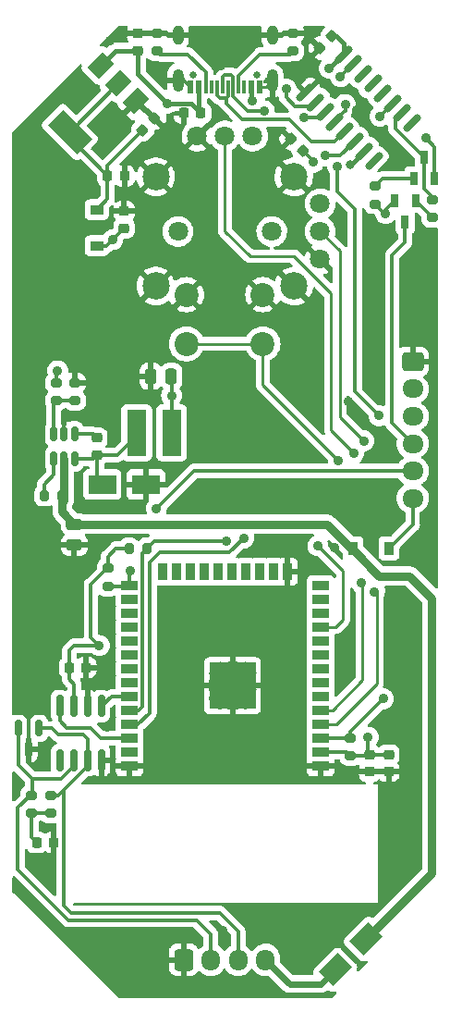
<source format=gbr>
%TF.GenerationSoftware,KiCad,Pcbnew,(6.0.8)*%
%TF.CreationDate,2022-10-07T15:24:08+02:00*%
%TF.ProjectId,bobbycar-emergency-hardware,626f6262-7963-4617-922d-656d65726765,rev?*%
%TF.SameCoordinates,Original*%
%TF.FileFunction,Copper,L1,Top*%
%TF.FilePolarity,Positive*%
%FSLAX46Y46*%
G04 Gerber Fmt 4.6, Leading zero omitted, Abs format (unit mm)*
G04 Created by KiCad (PCBNEW (6.0.8)) date 2022-10-07 15:24:08*
%MOMM*%
%LPD*%
G01*
G04 APERTURE LIST*
G04 Aperture macros list*
%AMRoundRect*
0 Rectangle with rounded corners*
0 $1 Rounding radius*
0 $2 $3 $4 $5 $6 $7 $8 $9 X,Y pos of 4 corners*
0 Add a 4 corners polygon primitive as box body*
4,1,4,$2,$3,$4,$5,$6,$7,$8,$9,$2,$3,0*
0 Add four circle primitives for the rounded corners*
1,1,$1+$1,$2,$3*
1,1,$1+$1,$4,$5*
1,1,$1+$1,$6,$7*
1,1,$1+$1,$8,$9*
0 Add four rect primitives between the rounded corners*
20,1,$1+$1,$2,$3,$4,$5,0*
20,1,$1+$1,$4,$5,$6,$7,0*
20,1,$1+$1,$6,$7,$8,$9,0*
20,1,$1+$1,$8,$9,$2,$3,0*%
%AMRotRect*
0 Rectangle, with rotation*
0 The origin of the aperture is its center*
0 $1 length*
0 $2 width*
0 $3 Rotation angle, in degrees counterclockwise*
0 Add horizontal line*
21,1,$1,$2,0,0,$3*%
G04 Aperture macros list end*
%TA.AperFunction,SMDPad,CuDef*%
%ADD10R,0.600000X1.150000*%
%TD*%
%TA.AperFunction,SMDPad,CuDef*%
%ADD11R,0.300000X1.150000*%
%TD*%
%TA.AperFunction,ComponentPad*%
%ADD12O,1.000000X1.800000*%
%TD*%
%TA.AperFunction,ComponentPad*%
%ADD13O,1.000000X2.100000*%
%TD*%
%TA.AperFunction,ComponentPad*%
%ADD14C,0.650000*%
%TD*%
%TA.AperFunction,ComponentPad*%
%ADD15C,1.800000*%
%TD*%
%TA.AperFunction,ComponentPad*%
%ADD16C,2.500000*%
%TD*%
%TA.AperFunction,ComponentPad*%
%ADD17C,2.200000*%
%TD*%
%TA.AperFunction,SMDPad,CuDef*%
%ADD18R,0.700000X1.250000*%
%TD*%
%TA.AperFunction,SMDPad,CuDef*%
%ADD19RoundRect,0.225000X-0.250000X0.225000X-0.250000X-0.225000X0.250000X-0.225000X0.250000X0.225000X0*%
%TD*%
%TA.AperFunction,SMDPad,CuDef*%
%ADD20RoundRect,0.225000X0.250000X-0.225000X0.250000X0.225000X-0.250000X0.225000X-0.250000X-0.225000X0*%
%TD*%
%TA.AperFunction,SMDPad,CuDef*%
%ADD21RoundRect,0.200000X0.275000X-0.200000X0.275000X0.200000X-0.275000X0.200000X-0.275000X-0.200000X0*%
%TD*%
%TA.AperFunction,SMDPad,CuDef*%
%ADD22RoundRect,0.250000X0.475000X-0.250000X0.475000X0.250000X-0.475000X0.250000X-0.475000X-0.250000X0*%
%TD*%
%TA.AperFunction,SMDPad,CuDef*%
%ADD23RoundRect,0.150000X-0.150000X0.587500X-0.150000X-0.587500X0.150000X-0.587500X0.150000X0.587500X0*%
%TD*%
%TA.AperFunction,SMDPad,CuDef*%
%ADD24RoundRect,0.200000X-0.275000X0.200000X-0.275000X-0.200000X0.275000X-0.200000X0.275000X0.200000X0*%
%TD*%
%TA.AperFunction,ComponentPad*%
%ADD25RoundRect,0.250000X-0.600000X-0.725000X0.600000X-0.725000X0.600000X0.725000X-0.600000X0.725000X0*%
%TD*%
%TA.AperFunction,ComponentPad*%
%ADD26O,1.700000X1.950000*%
%TD*%
%TA.AperFunction,ComponentPad*%
%ADD27RoundRect,0.250000X-0.725000X0.600000X-0.725000X-0.600000X0.725000X-0.600000X0.725000X0.600000X0*%
%TD*%
%TA.AperFunction,ComponentPad*%
%ADD28O,1.950000X1.700000*%
%TD*%
%TA.AperFunction,SMDPad,CuDef*%
%ADD29RoundRect,0.150000X-0.150000X0.825000X-0.150000X-0.825000X0.150000X-0.825000X0.150000X0.825000X0*%
%TD*%
%TA.AperFunction,SMDPad,CuDef*%
%ADD30RoundRect,0.200000X-0.200000X-0.275000X0.200000X-0.275000X0.200000X0.275000X-0.200000X0.275000X0*%
%TD*%
%TA.AperFunction,SMDPad,CuDef*%
%ADD31R,1.200000X0.900000*%
%TD*%
%TA.AperFunction,SMDPad,CuDef*%
%ADD32R,1.800000X4.200000*%
%TD*%
%TA.AperFunction,SMDPad,CuDef*%
%ADD33RoundRect,0.225000X-0.335876X-0.017678X-0.017678X-0.335876X0.335876X0.017678X0.017678X0.335876X0*%
%TD*%
%TA.AperFunction,SMDPad,CuDef*%
%ADD34RoundRect,0.225000X-0.225000X-0.250000X0.225000X-0.250000X0.225000X0.250000X-0.225000X0.250000X0*%
%TD*%
%TA.AperFunction,SMDPad,CuDef*%
%ADD35R,0.900000X1.200000*%
%TD*%
%TA.AperFunction,SMDPad,CuDef*%
%ADD36RoundRect,0.200000X0.200000X0.275000X-0.200000X0.275000X-0.200000X-0.275000X0.200000X-0.275000X0*%
%TD*%
%TA.AperFunction,SMDPad,CuDef*%
%ADD37RoundRect,0.150000X-0.150000X0.512500X-0.150000X-0.512500X0.150000X-0.512500X0.150000X0.512500X0*%
%TD*%
%TA.AperFunction,SMDPad,CuDef*%
%ADD38RoundRect,0.150000X-0.477297X-0.689429X0.689429X0.477297X0.477297X0.689429X-0.689429X-0.477297X0*%
%TD*%
%TA.AperFunction,SMDPad,CuDef*%
%ADD39RotRect,2.000000X1.500000X225.000000*%
%TD*%
%TA.AperFunction,SMDPad,CuDef*%
%ADD40RotRect,2.000000X3.800000X225.000000*%
%TD*%
%TA.AperFunction,SMDPad,CuDef*%
%ADD41RoundRect,0.225000X-0.017678X0.335876X-0.335876X0.017678X0.017678X-0.335876X0.335876X-0.017678X0*%
%TD*%
%TA.AperFunction,SMDPad,CuDef*%
%ADD42RoundRect,0.225000X0.017678X-0.335876X0.335876X-0.017678X-0.017678X0.335876X-0.335876X0.017678X0*%
%TD*%
%TA.AperFunction,SMDPad,CuDef*%
%ADD43RoundRect,0.250000X-0.250000X-0.475000X0.250000X-0.475000X0.250000X0.475000X-0.250000X0.475000X0*%
%TD*%
%TA.AperFunction,SMDPad,CuDef*%
%ADD44R,2.500000X1.800000*%
%TD*%
%TA.AperFunction,SMDPad,CuDef*%
%ADD45RotRect,2.500000X1.800000X225.000000*%
%TD*%
%TA.AperFunction,SMDPad,CuDef*%
%ADD46R,1.500000X0.900000*%
%TD*%
%TA.AperFunction,SMDPad,CuDef*%
%ADD47R,0.900000X1.500000*%
%TD*%
%TA.AperFunction,SMDPad,CuDef*%
%ADD48R,1.050000X1.050000*%
%TD*%
%TA.AperFunction,SMDPad,CuDef*%
%ADD49R,4.200000X4.200000*%
%TD*%
%TA.AperFunction,ComponentPad*%
%ADD50C,0.475000*%
%TD*%
%TA.AperFunction,ViaPad*%
%ADD51C,0.900000*%
%TD*%
%TA.AperFunction,ViaPad*%
%ADD52C,0.800000*%
%TD*%
%TA.AperFunction,Conductor*%
%ADD53C,0.300000*%
%TD*%
%TA.AperFunction,Conductor*%
%ADD54C,0.250000*%
%TD*%
%TA.AperFunction,Conductor*%
%ADD55C,0.450000*%
%TD*%
%TA.AperFunction,Conductor*%
%ADD56C,0.750000*%
%TD*%
%TA.AperFunction,Conductor*%
%ADD57C,0.600000*%
%TD*%
G04 APERTURE END LIST*
D10*
%TO.P,USBC1,B1-A12,GND*%
%TO.N,GND*%
X6800000Y83930000D03*
%TO.P,USBC1,B4-A9,VBUS*%
%TO.N,+5V*%
X7600000Y83930000D03*
%TO.P,USBC1,A1-B12,GND*%
%TO.N,GND*%
X13200000Y83930000D03*
%TO.P,USBC1,A4-B9,VBUS*%
%TO.N,+5V*%
X12400000Y83930000D03*
D11*
%TO.P,USBC1,B5,CC2*%
%TO.N,Net-(R10-Pad2)*%
X8250000Y83930000D03*
%TO.P,USBC1,A8,SBU1*%
%TO.N,unconnected-(USBC1-PadA8)*%
X8750000Y83930000D03*
%TO.P,USBC1,B6,DP2*%
%TO.N,USB_DP*%
X9250000Y83930000D03*
%TO.P,USBC1,A7,DN1*%
%TO.N,USB_DN*%
X9750000Y83930000D03*
%TO.P,USBC1,A6,DP1*%
%TO.N,USB_DP*%
X10250000Y83930000D03*
%TO.P,USBC1,B7,DN2*%
%TO.N,USB_DN*%
X10750000Y83930000D03*
%TO.P,USBC1,A5,CC1*%
%TO.N,Net-(R7-Pad1)*%
X11250000Y83930000D03*
%TO.P,USBC1,B8,SBU2*%
%TO.N,unconnected-(USBC1-PadB8)*%
X11750000Y83930000D03*
D12*
%TO.P,USBC1,3,SHIELD*%
%TO.N,GND*%
X5680000Y88670000D03*
%TO.P,USBC1,2,SHIELD*%
X14320000Y88670000D03*
D13*
%TO.P,USBC1,4,SHIELD*%
X5680000Y84490000D03*
%TO.P,USBC1,1,SHIELD*%
X14320000Y84490000D03*
D14*
%TO.P,USBC1,*%
%TO.N,*%
X7110000Y84990000D03*
X12890000Y84990000D03*
%TD*%
D15*
%TO.P,SW1,1,B*%
%TO.N,GND*%
X18710000Y68132000D03*
%TO.P,SW1,2,DTA*%
%TO.N,ANALOG_X*%
X18710000Y70672000D03*
%TO.P,SW1,3,A*%
%TO.N,+3V3*%
X18710000Y73212000D03*
%TO.P,SW1,4,A*%
X12520000Y79402000D03*
%TO.P,SW1,5,DTA*%
%TO.N,ANALOG_Y*%
X9980000Y79402000D03*
%TO.P,SW1,6,B*%
%TO.N,GND*%
X7440000Y79402000D03*
D16*
%TO.P,SW1,7,GND*%
X3650000Y75672000D03*
%TO.P,SW1,8,GND*%
X3650000Y65672000D03*
%TO.P,SW1,9,GND*%
X16300000Y65672000D03*
%TO.P,SW1,10,GND*%
X16300000Y75672000D03*
D17*
%TO.P,SW1,a,a*%
X6460000Y64882000D03*
%TO.P,SW1,c,c*%
X13460000Y64882000D03*
%TO.P,SW1,b,b*%
%TO.N,ANALOG_BUTTON*%
X6460000Y60382000D03*
%TO.P,SW1,d,d*%
X13460000Y60382000D03*
D15*
%TO.P,SW1,*%
%TO.N,*%
X5680000Y70672000D03*
X14280000Y70672000D03*
%TD*%
D18*
%TO.P,Q2,1,B*%
%TO.N,Net-(Q2-Pad1)*%
X27300000Y75500000D03*
%TO.P,Q2,2,E*%
%TO.N,IO0*%
X29200000Y75500000D03*
%TO.P,Q2,3,C*%
%TO.N,DTR*%
X28250000Y77500000D03*
%TD*%
%TO.P,Q1,1,B*%
%TO.N,Net-(Q1-Pad1)*%
X27450000Y73500000D03*
%TO.P,Q1,2,E*%
%TO.N,RTS*%
X25550000Y73500000D03*
%TO.P,Q1,3,C*%
%TO.N,EN*%
X26500000Y71500000D03*
%TD*%
D19*
%TO.P,C6,1*%
%TO.N,GND*%
X2000000Y88775000D03*
%TO.P,C6,2*%
%TO.N,+5V*%
X2000000Y87225000D03*
%TD*%
D20*
%TO.P,C3,1*%
%TO.N,GND*%
X23250000Y21225000D03*
%TO.P,C3,2*%
%TO.N,+3V3*%
X23250000Y22775000D03*
%TD*%
D21*
%TO.P,R4,1*%
%TO.N,Net-(C4-Pad1)*%
X-7750000Y17425000D03*
%TO.P,R4,2*%
%TO.N,CANL*%
X-7750000Y19075000D03*
%TD*%
D22*
%TO.P,C8,1*%
%TO.N,GND*%
X-3810000Y41976000D03*
%TO.P,C8,2*%
%TO.N,15V*%
X-3810000Y43876000D03*
%TD*%
D23*
%TO.P,D2,1,K*%
%TO.N,CANH*%
X-7050000Y25187500D03*
%TO.P,D2,2,K*%
%TO.N,CANL*%
X-8950000Y25187500D03*
%TO.P,D2,3,A*%
%TO.N,GND*%
X-8000000Y23312500D03*
%TD*%
D24*
%TO.P,R11,1*%
%TO.N,DTR*%
X29000000Y73575000D03*
%TO.P,R11,2*%
%TO.N,Net-(Q1-Pad1)*%
X29000000Y71925000D03*
%TD*%
D25*
%TO.P,J1,1,Pin_1*%
%TO.N,GND*%
X6200000Y4000000D03*
D26*
%TO.P,J1,2,Pin_2*%
%TO.N,CANL*%
X8700000Y4000000D03*
%TO.P,J1,3,Pin_3*%
%TO.N,CANH*%
X11200000Y4000000D03*
%TO.P,J1,4,Pin_4*%
%TO.N,Net-(D1-Pad2)*%
X13700000Y4000000D03*
%TD*%
D27*
%TO.P,J2,1,Pin_1*%
%TO.N,GND*%
X27195000Y58750000D03*
D28*
%TO.P,J2,2,Pin_2*%
%TO.N,ESP_RX*%
X27195000Y56250000D03*
%TO.P,J2,3,Pin_3*%
%TO.N,ESP_TX*%
X27195000Y53750000D03*
%TO.P,J2,4,Pin_4*%
%TO.N,EN*%
X27195000Y51250000D03*
%TO.P,J2,5,Pin_5*%
%TO.N,IO0*%
X27195000Y48750000D03*
%TO.P,J2,6,Pin_6*%
%TO.N,Net-(D4-Pad2)*%
X27195000Y46250000D03*
%TD*%
D29*
%TO.P,U1,1,D*%
%TO.N,CAN_TX*%
X-1345000Y27225000D03*
%TO.P,U1,2,GND*%
%TO.N,GND*%
X-2615000Y27225000D03*
%TO.P,U1,3,VCC*%
%TO.N,+3V3*%
X-3885000Y27225000D03*
%TO.P,U1,4,R*%
%TO.N,CAN_RX*%
X-5155000Y27225000D03*
%TO.P,U1,5,Vref*%
%TO.N,unconnected-(U1-Pad5)*%
X-5155000Y22275000D03*
%TO.P,U1,6,CANL*%
%TO.N,CANL*%
X-3885000Y22275000D03*
%TO.P,U1,7,CANH*%
%TO.N,CANH*%
X-2615000Y22275000D03*
%TO.P,U1,8,Rs*%
%TO.N,GND*%
X-1345000Y22275000D03*
%TD*%
D30*
%TO.P,R6,1*%
%TO.N,Net-(R6-Pad1)*%
X-6575000Y46500000D03*
%TO.P,R6,2*%
%TO.N,15V*%
X-4925000Y46500000D03*
%TD*%
D19*
%TO.P,C11,1*%
%TO.N,GND*%
X750000Y72525000D03*
%TO.P,C11,2*%
%TO.N,+3V3*%
X750000Y70975000D03*
%TD*%
D24*
%TO.P,R10,1*%
%TO.N,GND*%
X3750000Y88825000D03*
%TO.P,R10,2*%
%TO.N,Net-(R10-Pad2)*%
X3750000Y87175000D03*
%TD*%
D31*
%TO.P,D3,1,K*%
%TO.N,+3V3*%
X-1750000Y69350000D03*
%TO.P,D3,2,A*%
%TO.N,Net-(C7-Pad1)*%
X-1750000Y72650000D03*
%TD*%
D32*
%TO.P,L1,1*%
%TO.N,Net-(C12-Pad1)*%
X1900000Y52250000D03*
%TO.P,L1,2*%
%TO.N,+3V3*%
X5100000Y52250000D03*
%TD*%
D21*
%TO.P,R8,1*%
%TO.N,Net-(R8-Pad1)*%
X-5500000Y55175000D03*
%TO.P,R8,2*%
%TO.N,+3V3*%
X-5500000Y56825000D03*
%TD*%
D33*
%TO.P,C14,1*%
%TO.N,GND*%
X16051992Y79148008D03*
%TO.P,C14,2*%
%TO.N,Net-(C14-Pad2)*%
X17148008Y78051992D03*
%TD*%
D34*
%TO.P,C4,1*%
%TO.N,Net-(C4-Pad1)*%
X-7275000Y14750000D03*
%TO.P,C4,2*%
%TO.N,GND*%
X-5725000Y14750000D03*
%TD*%
D35*
%TO.P,D4,1,K*%
%TO.N,15V*%
X21718000Y41656000D03*
%TO.P,D4,2,A*%
%TO.N,Net-(D4-Pad2)*%
X25018000Y41656000D03*
%TD*%
D36*
%TO.P,R5,1*%
%TO.N,ESP_RX*%
X2857000Y41656000D03*
%TO.P,R5,2*%
%TO.N,+3V3*%
X1207000Y41656000D03*
%TD*%
D37*
%TO.P,U4,1,BST*%
%TO.N,Net-(C12-Pad2)*%
X-3800000Y52137500D03*
%TO.P,U4,2,GND*%
%TO.N,GND*%
X-4750000Y52137500D03*
%TO.P,U4,3,FB*%
%TO.N,Net-(R8-Pad1)*%
X-5700000Y52137500D03*
%TO.P,U4,4,EN*%
%TO.N,Net-(R6-Pad1)*%
X-5700000Y49862500D03*
%TO.P,U4,5,IN*%
%TO.N,15V*%
X-4750000Y49862500D03*
%TO.P,U4,6,SW*%
%TO.N,Net-(C12-Pad1)*%
X-3800000Y49862500D03*
%TD*%
D21*
%TO.P,R7,1*%
%TO.N,Net-(R7-Pad1)*%
X16250000Y87175000D03*
%TO.P,R7,2*%
%TO.N,GND*%
X16250000Y88825000D03*
%TD*%
%TO.P,R2,1*%
%TO.N,IO0*%
X-750000Y38175000D03*
%TO.P,R2,2*%
%TO.N,+3V3*%
X-750000Y39825000D03*
%TD*%
D38*
%TO.P,U5,1,GND*%
%TO.N,GND*%
X17356821Y83393000D03*
%TO.P,U5,2,TXD*%
%TO.N,ESP_RX*%
X18254847Y82494975D03*
%TO.P,U5,3,RXD*%
%TO.N,ESP_TX*%
X19152872Y81596949D03*
%TO.P,U5,4,V3*%
%TO.N,Net-(C14-Pad2)*%
X20050898Y80698924D03*
%TO.P,U5,5,UD+*%
%TO.N,USB_DP*%
X20948924Y79800898D03*
%TO.P,U5,6,UD-*%
%TO.N,USB_DN*%
X21846949Y78902872D03*
%TO.P,U5,7,VBUS*%
%TO.N,+5V*%
X22744975Y78004847D03*
%TO.P,U5,8,~{ACT}*%
%TO.N,unconnected-(U5-Pad8)*%
X23643000Y77106821D03*
%TO.P,U5,9,~{DCD}*%
%TO.N,unconnected-(U5-Pad9)*%
X27143179Y80607000D03*
%TO.P,U5,10,~{DTR}/TNOW*%
%TO.N,DTR*%
X26245153Y81505025D03*
%TO.P,U5,11,~{RTS}*%
%TO.N,RTS*%
X25347128Y82403051D03*
%TO.P,U5,12,~{DSR}*%
%TO.N,unconnected-(U5-Pad12)*%
X24449102Y83301076D03*
%TO.P,U5,13,~{CTS}*%
%TO.N,unconnected-(U5-Pad13)*%
X23551076Y84199102D03*
%TO.P,U5,14,~{RI}*%
%TO.N,unconnected-(U5-Pad14)*%
X22653051Y85097128D03*
%TO.P,U5,15,VIO*%
%TO.N,+3V3*%
X21755025Y85995153D03*
%TO.P,U5,16,VDD5*%
%TO.N,+5V*%
X20857000Y86893179D03*
%TD*%
D34*
%TO.P,C5,1*%
%TO.N,GND*%
X6225000Y81500000D03*
%TO.P,C5,2*%
%TO.N,+5V*%
X7775000Y81500000D03*
%TD*%
D24*
%TO.P,R3,1*%
%TO.N,CANH*%
X-6000000Y19075000D03*
%TO.P,R3,2*%
%TO.N,Net-(C4-Pad1)*%
X-6000000Y17425000D03*
%TD*%
D39*
%TO.P,U3,1,GND*%
%TO.N,GND*%
X1853732Y82601041D03*
D40*
%TO.P,U3,2,VO*%
%TO.N,Net-(C7-Pad1)*%
X-4227386Y79772614D03*
D39*
X227386Y84227386D03*
%TO.P,U3,3,VI*%
%TO.N,+5V*%
X-1398959Y85853732D03*
%TD*%
D41*
%TO.P,C9,1*%
%TO.N,GND*%
X3548008Y81048008D03*
%TO.P,C9,2*%
%TO.N,Net-(C7-Pad1)*%
X2451992Y79951992D03*
%TD*%
D20*
%TO.P,C2,1*%
%TO.N,GND*%
X25000000Y21225000D03*
%TO.P,C2,2*%
%TO.N,+3V3*%
X25000000Y22775000D03*
%TD*%
%TO.P,C12,1*%
%TO.N,Net-(C12-Pad1)*%
X-1750000Y50225000D03*
%TO.P,C12,2*%
%TO.N,Net-(C12-Pad2)*%
X-1750000Y51775000D03*
%TD*%
D34*
%TO.P,C7,1*%
%TO.N,Net-(C7-Pad1)*%
X-775000Y75750000D03*
%TO.P,C7,2*%
%TO.N,GND*%
X775000Y75750000D03*
%TD*%
D42*
%TO.P,C10,1*%
%TO.N,GND*%
X18701992Y87451992D03*
%TO.P,C10,2*%
%TO.N,+5V*%
X19798008Y88548008D03*
%TD*%
D43*
%TO.P,C13,1*%
%TO.N,GND*%
X3180000Y57404000D03*
%TO.P,C13,2*%
%TO.N,+3V3*%
X5080000Y57404000D03*
%TD*%
D34*
%TO.P,C1,1*%
%TO.N,+3V3*%
X-4275000Y30750000D03*
%TO.P,C1,2*%
%TO.N,GND*%
X-2725000Y30750000D03*
%TD*%
D44*
%TO.P,D5,1,K*%
%TO.N,Net-(C12-Pad1)*%
X-1250000Y47500000D03*
%TO.P,D5,2,A*%
%TO.N,GND*%
X2750000Y47500000D03*
%TD*%
D21*
%TO.P,R12,1*%
%TO.N,RTS*%
X23750000Y73175000D03*
%TO.P,R12,2*%
%TO.N,Net-(Q2-Pad1)*%
X23750000Y74825000D03*
%TD*%
%TO.P,R1,1*%
%TO.N,+3V3*%
X21500000Y22675000D03*
%TO.P,R1,2*%
%TO.N,EN*%
X21500000Y24325000D03*
%TD*%
D45*
%TO.P,D1,1,K*%
%TO.N,15V*%
X22914214Y5914214D03*
%TO.P,D1,2,A*%
%TO.N,Net-(D1-Pad2)*%
X20085786Y3085786D03*
%TD*%
D24*
%TO.P,R9,1*%
%TO.N,GND*%
X-3750000Y56825000D03*
%TO.P,R9,2*%
%TO.N,Net-(R8-Pad1)*%
X-3750000Y55175000D03*
%TD*%
D46*
%TO.P,U2,1,GND*%
%TO.N,GND*%
X18750000Y21750000D03*
%TO.P,U2,2,VDD*%
%TO.N,+3V3*%
X18750000Y23020000D03*
%TO.P,U2,3,EN*%
%TO.N,EN*%
X18750000Y24290000D03*
%TO.P,U2,4,SENSOR_VP*%
%TO.N,ANALOG_X*%
X18750000Y25560000D03*
%TO.P,U2,5,SENSOR_VN*%
%TO.N,ANALOG_Y*%
X18750000Y26830000D03*
%TO.P,U2,6,IO34*%
%TO.N,unconnected-(U2-Pad6)*%
X18750000Y28100000D03*
%TO.P,U2,7,IO35*%
%TO.N,unconnected-(U2-Pad7)*%
X18750000Y29370000D03*
%TO.P,U2,8,IO32*%
%TO.N,unconnected-(U2-Pad8)*%
X18750000Y30640000D03*
%TO.P,U2,9,IO33*%
%TO.N,unconnected-(U2-Pad9)*%
X18750000Y31910000D03*
%TO.P,U2,10,IO25*%
%TO.N,unconnected-(U2-Pad10)*%
X18750000Y33180000D03*
%TO.P,U2,11,IO26*%
%TO.N,ANALOG_BUTTON*%
X18750000Y34450000D03*
%TO.P,U2,12,IO27*%
%TO.N,unconnected-(U2-Pad12)*%
X18750000Y35720000D03*
%TO.P,U2,13,IO14*%
%TO.N,unconnected-(U2-Pad13)*%
X18750000Y36990000D03*
%TO.P,U2,14,IO12*%
%TO.N,unconnected-(U2-Pad14)*%
X18750000Y38260000D03*
D47*
%TO.P,U2,15,GND*%
%TO.N,GND*%
X15710000Y39510000D03*
%TO.P,U2,16,IO13*%
%TO.N,unconnected-(U2-Pad16)*%
X14440000Y39510000D03*
%TO.P,U2,17,SHD/SD2*%
%TO.N,unconnected-(U2-Pad17)*%
X13170000Y39510000D03*
%TO.P,U2,18,SWP/SD3*%
%TO.N,unconnected-(U2-Pad18)*%
X11900000Y39510000D03*
%TO.P,U2,19,SCS/CMD*%
%TO.N,unconnected-(U2-Pad19)*%
X10630000Y39510000D03*
%TO.P,U2,20,SCK/CLK*%
%TO.N,unconnected-(U2-Pad20)*%
X9360000Y39510000D03*
%TO.P,U2,21,SDO/SD0*%
%TO.N,unconnected-(U2-Pad21)*%
X8090000Y39510000D03*
%TO.P,U2,22,SDI/SD1*%
%TO.N,unconnected-(U2-Pad22)*%
X6820000Y39510000D03*
%TO.P,U2,23,IO15*%
%TO.N,unconnected-(U2-Pad23)*%
X5550000Y39510000D03*
%TO.P,U2,24,IO2*%
%TO.N,unconnected-(U2-Pad24)*%
X4280000Y39510000D03*
D46*
%TO.P,U2,25,IO0*%
%TO.N,IO0*%
X1250000Y38260000D03*
%TO.P,U2,26,IO4*%
%TO.N,unconnected-(U2-Pad26)*%
X1250000Y36990000D03*
%TO.P,U2,27,IO16*%
%TO.N,unconnected-(U2-Pad27)*%
X1250000Y35720000D03*
%TO.P,U2,28,IO17*%
%TO.N,unconnected-(U2-Pad28)*%
X1250000Y34450000D03*
%TO.P,U2,29,IO5*%
%TO.N,unconnected-(U2-Pad29)*%
X1250000Y33180000D03*
%TO.P,U2,30,IO18*%
%TO.N,unconnected-(U2-Pad30)*%
X1250000Y31910000D03*
%TO.P,U2,31,IO19*%
%TO.N,unconnected-(U2-Pad31)*%
X1250000Y30640000D03*
%TO.P,U2,32,NC*%
%TO.N,unconnected-(U2-Pad32)*%
X1250000Y29370000D03*
%TO.P,U2,33,IO21*%
%TO.N,CAN_TX*%
X1250000Y28100000D03*
%TO.P,U2,34,RXD0/IO3*%
%TO.N,ESP_RX*%
X1250000Y26830000D03*
%TO.P,U2,35,TXD0/IO1*%
%TO.N,ESP_TX*%
X1250000Y25560000D03*
%TO.P,U2,36,IO22*%
%TO.N,CAN_RX*%
X1250000Y24290000D03*
%TO.P,U2,37,IO23*%
%TO.N,unconnected-(U2-Pad37)*%
X1250000Y23020000D03*
%TO.P,U2,38,GND*%
%TO.N,GND*%
X1250000Y21750000D03*
D48*
%TO.P,U2,39,GND*%
X12205000Y30615000D03*
D49*
X10680000Y29090000D03*
D50*
X11442500Y30615000D03*
X10680000Y28327500D03*
X10680000Y29852500D03*
X12205000Y29852500D03*
D48*
X9155000Y27565000D03*
D50*
X12205000Y28327500D03*
X11442500Y29090000D03*
D48*
X12205000Y27565000D03*
D50*
X9917500Y30615000D03*
D48*
X10680000Y29090000D03*
D50*
X9155000Y28327500D03*
X9155000Y29852500D03*
D48*
X9155000Y30615000D03*
X10680000Y30615000D03*
X10680000Y27565000D03*
X12205000Y29090000D03*
X9155000Y29090000D03*
D50*
X11442500Y27565000D03*
X9917500Y29090000D03*
X9917500Y27565000D03*
%TD*%
D51*
%TO.N,+3V3*%
X20574000Y84836000D03*
X-5334000Y57912000D03*
X5100000Y55646000D03*
X-1524000Y32766000D03*
X23114000Y24384000D03*
X-314500Y69910500D03*
%TO.N,GND*%
X12446000Y88646000D03*
X21100000Y45300000D03*
X-3300000Y39300000D03*
X1800000Y60100000D03*
X12000000Y50500000D03*
X28200000Y41500000D03*
X-3500000Y83500000D03*
X-8800000Y79000000D03*
X-5800000Y42400000D03*
X13600000Y34000000D03*
X18100000Y55200000D03*
X-8600000Y42500000D03*
X-6900000Y34700000D03*
X20600000Y71600000D03*
X-9000000Y20100000D03*
X20000000Y41700000D03*
X1900000Y6000000D03*
X7800000Y34300000D03*
X13600000Y41800000D03*
X-8500000Y46400000D03*
X23100000Y70900000D03*
X-400000Y66700000D03*
X16500000Y71000000D03*
X17500000Y4600000D03*
X-3100000Y64200000D03*
X3800000Y62100000D03*
X13800000Y25400000D03*
X25300000Y19100000D03*
X15900000Y30100000D03*
X-8600000Y55300000D03*
X11700000Y71400000D03*
X-8600000Y59900000D03*
X-8500000Y51100000D03*
X25200000Y76700000D03*
X7500000Y57400000D03*
X1900000Y1400000D03*
X-8600000Y74400000D03*
X-6100000Y71500000D03*
X12000000Y8400000D03*
X16300000Y50800000D03*
X20600000Y29400000D03*
X26800000Y35100000D03*
X6500000Y67900000D03*
X800000Y56100000D03*
X-2900000Y6100000D03*
X16300000Y37100000D03*
X11684000Y87376000D03*
X10600000Y22300000D03*
X27200000Y15200000D03*
X21500000Y33800000D03*
X-800000Y25300000D03*
X-500000Y62300000D03*
X27000000Y23000000D03*
X-6300000Y66600000D03*
X3700000Y21900000D03*
X7300000Y50600000D03*
X10700000Y36700000D03*
X-6600000Y12500000D03*
X11900000Y57500000D03*
X18700000Y7300000D03*
X-3500000Y45600000D03*
X9800000Y52200000D03*
X9800000Y6700000D03*
X4900000Y29600000D03*
X-5400000Y32400000D03*
X-6100000Y76900000D03*
X27800000Y68700000D03*
X-5000000Y37000000D03*
X21400000Y8300000D03*
X25200000Y25400000D03*
X1800000Y63900000D03*
X5100000Y79800000D03*
X-2000000Y53800000D03*
X762000Y88900000D03*
X5000000Y36800000D03*
X-500000Y3800000D03*
X15600000Y8300000D03*
X9300000Y64600000D03*
X3000000Y69300000D03*
X-3900000Y74300000D03*
X-8700000Y32500000D03*
X18000000Y40100000D03*
X-300000Y80600000D03*
X11900000Y54100000D03*
X-7100000Y39500000D03*
X-3800000Y34400000D03*
X16300000Y21900000D03*
X9700000Y55600000D03*
X14700000Y52000000D03*
X25000000Y11300000D03*
X-8600000Y69000000D03*
X-508000Y88138000D03*
X-6800000Y30000000D03*
X18200000Y63500000D03*
X9652000Y85852000D03*
X-3100000Y60100000D03*
X8382000Y87376000D03*
X-4000000Y69000000D03*
X-8700000Y27900000D03*
X-8600000Y64200000D03*
X18100000Y60000000D03*
X7400000Y54000000D03*
X4064000Y84836000D03*
X-8600000Y37000000D03*
X26800000Y29000000D03*
X16300000Y57500000D03*
X-900000Y30200000D03*
X8600000Y74700000D03*
X22050000Y81750000D03*
X10160000Y87122000D03*
X21300000Y55100000D03*
X16300000Y61600000D03*
X9300000Y69400000D03*
X17200000Y85400000D03*
X13900000Y76600000D03*
X7200000Y25500000D03*
X27600000Y62300000D03*
X-6700000Y61900000D03*
%TO.N,+5V*%
X19558000Y85598000D03*
X4700000Y82400000D03*
D52*
X21450000Y76800000D03*
D51*
X12500000Y82600000D03*
%TO.N,Net-(C14-Pad2)*%
X21000000Y82300000D03*
X18100000Y77000000D03*
%TO.N,ESP_RX*%
X15600000Y83700000D03*
X10100000Y42300000D03*
%TO.N,ESP_TX*%
X20300000Y76600000D03*
X11700000Y42600000D03*
X24100000Y53800000D03*
X17200000Y81100000D03*
%TO.N,EN*%
X24500000Y27900000D03*
%TO.N,IO0*%
X28400000Y79200000D03*
X1300000Y39600000D03*
X3700000Y45300000D03*
%TO.N,RTS*%
X24700000Y72300000D03*
X24200000Y81200000D03*
%TO.N,ANALOG_X*%
X23700000Y37700000D03*
X22700000Y51500000D03*
%TO.N,ANALOG_Y*%
X21800000Y50400000D03*
X22500000Y38500000D03*
%TO.N,ANALOG_BUTTON*%
X18500000Y41900000D03*
X20400000Y49700000D03*
%TO.N,USB_DN*%
X19200000Y77600000D03*
X13600000Y81700000D03*
%TD*%
D53*
%TO.N,+3V3*%
X-5500000Y57746000D02*
X-5334000Y57912000D01*
X-4275000Y30750000D02*
X-4275000Y32301000D01*
X23150000Y22675000D02*
X23250000Y22775000D01*
X-5500000Y56825000D02*
X-5500000Y57746000D01*
X23114000Y24384000D02*
X23114000Y22911000D01*
X-815000Y39825000D02*
X-2286000Y38354000D01*
X21733153Y85995153D02*
X20574000Y84836000D01*
X-3810000Y32766000D02*
X-1524000Y32766000D01*
X-314500Y69910500D02*
X750000Y70975000D01*
X-4275000Y29675000D02*
X-3810000Y29210000D01*
X-4275000Y32301000D02*
X-3810000Y32766000D01*
X21155000Y23020000D02*
X18750000Y23020000D01*
X-3810000Y27300000D02*
X-3885000Y27225000D01*
X21500000Y22675000D02*
X21155000Y23020000D01*
X23114000Y22911000D02*
X23250000Y22775000D01*
X21755025Y85995153D02*
X21733153Y85995153D01*
X21500000Y22675000D02*
X23150000Y22675000D01*
X-3810000Y29210000D02*
X-3810000Y27300000D01*
X-875000Y69350000D02*
X-314500Y69910500D01*
X5100000Y57384000D02*
X5100000Y55646000D01*
X0Y41656000D02*
X-750000Y40906000D01*
X-1750000Y69350000D02*
X-875000Y69350000D01*
X25000000Y22775000D02*
X23250000Y22775000D01*
X-750000Y39825000D02*
X-815000Y39825000D01*
X-750000Y40906000D02*
X-750000Y39825000D01*
X1207000Y41656000D02*
X0Y41656000D01*
X5080000Y57404000D02*
X5100000Y57384000D01*
X5100000Y55646000D02*
X5100000Y52250000D01*
X-4275000Y30750000D02*
X-4275000Y29675000D01*
X-2286000Y33528000D02*
X-1524000Y32766000D01*
X-2286000Y38354000D02*
X-2286000Y33528000D01*
D54*
%TO.N,GND*%
X6240000Y84490000D02*
X6800000Y83930000D01*
X13760000Y83930000D02*
X14320000Y84490000D01*
X13200000Y83930000D02*
X13760000Y83930000D01*
X5680000Y84490000D02*
X6240000Y84490000D01*
D53*
%TO.N,Net-(C4-Pad1)*%
X-7750000Y17425000D02*
X-7750000Y15225000D01*
X-7750000Y15225000D02*
X-7275000Y14750000D01*
X-6000000Y17425000D02*
X-7750000Y17425000D01*
D55*
%TO.N,+5V*%
X20853179Y86893179D02*
X19558000Y85598000D01*
X20163992Y88548008D02*
X20857000Y87855000D01*
X4700000Y82400000D02*
X6875000Y82400000D01*
X-27691Y87225000D02*
X-1398959Y85853732D01*
X12400000Y83930000D02*
X12400000Y82700000D01*
X6875000Y82400000D02*
X7775000Y81500000D01*
X7600000Y83930000D02*
X7600000Y81675000D01*
X2000000Y85100000D02*
X4700000Y82400000D01*
X20857000Y87855000D02*
X20857000Y86893179D01*
X7600000Y81675000D02*
X7775000Y81500000D01*
X20857000Y86893179D02*
X20853179Y86893179D01*
X21540128Y76800000D02*
X22744975Y78004847D01*
X2000000Y87225000D02*
X-27691Y87225000D01*
X12400000Y82700000D02*
X12500000Y82600000D01*
X2000000Y87225000D02*
X2000000Y85100000D01*
X21450000Y76800000D02*
X21540128Y76800000D01*
X19798008Y88548008D02*
X20163992Y88548008D01*
D53*
%TO.N,Net-(C7-Pad1)*%
X-775000Y73625000D02*
X-1750000Y72650000D01*
X-775000Y75750000D02*
X-775000Y73625000D01*
X-775000Y75750000D02*
X-775000Y76725000D01*
X227386Y84227386D02*
X-4227386Y79772614D01*
X-4227386Y79202386D02*
X-775000Y75750000D01*
X-775000Y76725000D02*
X2451992Y79951992D01*
X-4227386Y79772614D02*
X-4227386Y79202386D01*
D56*
%TO.N,15V*%
X28956000Y37084000D02*
X26924000Y39116000D01*
X26924000Y39116000D02*
X24130000Y39116000D01*
X21590000Y41656000D02*
X19370000Y43876000D01*
X21718000Y41528000D02*
X21718000Y41656000D01*
X-4925000Y44991000D02*
X-3810000Y43876000D01*
X28956000Y11956000D02*
X28956000Y37084000D01*
X-4925000Y46500000D02*
X-4925000Y45875000D01*
X-4925000Y45875000D02*
X-4925000Y44991000D01*
X-4750000Y49862500D02*
X-4750000Y46050000D01*
X24130000Y39116000D02*
X21718000Y41528000D01*
X22914214Y5914214D02*
X28956000Y11956000D01*
X21718000Y41656000D02*
X21590000Y41656000D01*
X19370000Y43876000D02*
X-3810000Y43876000D01*
D53*
%TO.N,Net-(C12-Pad1)*%
X100000Y50200000D02*
X-1725000Y50200000D01*
X-2112500Y49862500D02*
X-1750000Y50225000D01*
X-1750000Y48000000D02*
X-1250000Y47500000D01*
X1900000Y52250000D02*
X1900000Y52000000D01*
X1900000Y52000000D02*
X100000Y50200000D01*
X-1725000Y50200000D02*
X-1750000Y50225000D01*
X-3800000Y49862500D02*
X-2112500Y49862500D01*
X-1750000Y50225000D02*
X-1750000Y48000000D01*
%TO.N,Net-(C12-Pad2)*%
X-3800000Y52137500D02*
X-2112500Y52137500D01*
X-2112500Y52137500D02*
X-1750000Y51775000D01*
%TO.N,Net-(C14-Pad2)*%
X20050898Y80698924D02*
X20050898Y80750898D01*
X20050898Y80750898D02*
X20900000Y81600000D01*
X21000000Y81700000D02*
X21000000Y82300000D01*
X18100000Y77000000D02*
X18100000Y77100000D01*
X20900000Y81600000D02*
X21000000Y81700000D01*
X18100000Y77100000D02*
X17148008Y78051992D01*
D57*
%TO.N,Net-(D1-Pad2)*%
X18778000Y1778000D02*
X20085786Y3085786D01*
X13700000Y4000000D02*
X15922000Y1778000D01*
X15922000Y1778000D02*
X18778000Y1778000D01*
D53*
%TO.N,CANH*%
X-4100000Y8300000D02*
X-4800000Y9000000D01*
X-4800000Y9000000D02*
X-4800000Y19548200D01*
X11200000Y4000000D02*
X11200000Y6600000D01*
X-5273200Y19075000D02*
X-6000000Y19075000D01*
X-3000000Y24600000D02*
X-2615000Y24215000D01*
X-5887500Y25187500D02*
X-5300000Y24600000D01*
X-4800000Y19548200D02*
X-4774100Y19574100D01*
X-2615000Y24215000D02*
X-2615000Y22275000D01*
X9500000Y8300000D02*
X-4100000Y8300000D01*
X-4774100Y19574100D02*
X-5273200Y19075000D01*
X-2615000Y22275000D02*
X-2615000Y21733200D01*
X-2615000Y21733200D02*
X-4774100Y19574100D01*
X11200000Y6600000D02*
X9500000Y8300000D01*
X-5300000Y24600000D02*
X-3000000Y24600000D01*
X-7050000Y25187500D02*
X-5887500Y25187500D01*
%TO.N,CANL*%
X-9000000Y17900000D02*
X-9000000Y12280762D01*
X-9000000Y12280762D02*
X-4369239Y7650000D01*
X-3885000Y21756827D02*
X-3885000Y22275000D01*
X-7700000Y20600000D02*
X-7700000Y19125000D01*
X-7700000Y20600000D02*
X-5041827Y20600000D01*
X7400000Y7650000D02*
X8700000Y6350000D01*
X-5041827Y20600000D02*
X-3885000Y21756827D01*
X-8950000Y21850000D02*
X-7700000Y20600000D01*
X-7825000Y19075000D02*
X-9000000Y17900000D01*
X-8950000Y25187500D02*
X-8950000Y21850000D01*
X-4369239Y7650000D02*
X7400000Y7650000D01*
X-7700000Y19125000D02*
X-7750000Y19075000D01*
X-7750000Y19075000D02*
X-7825000Y19075000D01*
X8700000Y6350000D02*
X8700000Y4000000D01*
%TO.N,Net-(D4-Pad2)*%
X27195000Y43833000D02*
X25018000Y41656000D01*
X27195000Y46250000D02*
X27195000Y43833000D01*
%TO.N,ESP_RX*%
X2425000Y27175000D02*
X2425000Y41224000D01*
X16400000Y82127817D02*
X17887689Y82127817D01*
X15600000Y82927818D02*
X16400000Y82127817D01*
X1250000Y26830000D02*
X2080000Y26830000D01*
X2425000Y41224000D02*
X2857000Y41656000D01*
X3501000Y42300000D02*
X2857000Y41656000D01*
X2080000Y26830000D02*
X2425000Y27175000D01*
X10100000Y42300000D02*
X3501000Y42300000D01*
X15600000Y83700000D02*
X15600000Y82927818D01*
X17887689Y82127817D02*
X18254847Y82494975D01*
%TO.N,ESP_TX*%
X21900000Y72700000D02*
X21900000Y56000000D01*
X3075000Y39700000D02*
X3075000Y40375000D01*
X3075000Y26605000D02*
X3075000Y27800000D01*
X1250000Y25560000D02*
X2030000Y25560000D01*
X3900000Y41200000D02*
X4000000Y41300000D01*
X19152872Y81596949D02*
X18655923Y81100000D01*
X20300000Y74300000D02*
X21900000Y72700000D01*
X2030000Y25560000D02*
X3075000Y26605000D01*
X20300000Y76600000D02*
X20300000Y74300000D01*
X9600000Y41300000D02*
X10400000Y41300000D01*
X21900000Y56000000D02*
X24100000Y53800000D01*
X4000000Y41300000D02*
X9600000Y41300000D01*
X3075000Y27800000D02*
X3075000Y36100000D01*
X18655923Y81100000D02*
X17200000Y81100000D01*
X10400000Y41300000D02*
X11700000Y42600000D01*
X3075000Y36100000D02*
X3075000Y39700000D01*
X3075000Y40375000D02*
X3900000Y41200000D01*
%TO.N,EN*%
X21500000Y24900000D02*
X24500000Y27900000D01*
X18785000Y24325000D02*
X18750000Y24290000D01*
X21500000Y24325000D02*
X21500000Y24900000D01*
X26500000Y69675000D02*
X25300000Y68475000D01*
X25300000Y68475000D02*
X25300000Y53145000D01*
X21500000Y24325000D02*
X18785000Y24325000D01*
X26500000Y71500000D02*
X26500000Y69675000D01*
X25300000Y53145000D02*
X27195000Y51250000D01*
%TO.N,IO0*%
X1250000Y38260000D02*
X1250000Y39550000D01*
X1250000Y39550000D02*
X1300000Y39600000D01*
X7150000Y48750000D02*
X27195000Y48750000D01*
X29200000Y75500000D02*
X29200000Y78400000D01*
X29200000Y78400000D02*
X28400000Y79200000D01*
X3700000Y45300000D02*
X7150000Y48750000D01*
X1165000Y38175000D02*
X1250000Y38260000D01*
X-750000Y38175000D02*
X1165000Y38175000D01*
%TO.N,Net-(Q1-Pad1)*%
X27450000Y73500000D02*
X27450000Y73475000D01*
X27450000Y73475000D02*
X29000000Y71925000D01*
%TO.N,RTS*%
X25347128Y82347128D02*
X24200000Y81200000D01*
X25347128Y82403051D02*
X25347128Y82347128D01*
X24700000Y72650000D02*
X25550000Y73500000D01*
X24700000Y72300000D02*
X24700000Y72650000D01*
X24700000Y72300000D02*
X24625000Y72300000D01*
X24625000Y72300000D02*
X23750000Y73175000D01*
%TO.N,Net-(Q2-Pad1)*%
X24425000Y75500000D02*
X27300000Y75500000D01*
X23750000Y74825000D02*
X24425000Y75500000D01*
%TO.N,DTR*%
X29000000Y73800000D02*
X28250000Y74550000D01*
X25600000Y80100000D02*
X28200000Y77500000D01*
X25600000Y80859872D02*
X25600000Y80100000D01*
X29000000Y73575000D02*
X29000000Y73800000D01*
X28250000Y74550000D02*
X28250000Y77500000D01*
X28200000Y77500000D02*
X28250000Y77500000D01*
X26245153Y81505025D02*
X25600000Y80859872D01*
%TO.N,Net-(R6-Pad1)*%
X-6575000Y47525000D02*
X-5700000Y48400000D01*
X-6575000Y46500000D02*
X-6575000Y47525000D01*
X-5700000Y48400000D02*
X-5700000Y49862500D01*
%TO.N,Net-(R7-Pad1)*%
X11250000Y83930000D02*
X11250000Y84910000D01*
X13208000Y86868000D02*
X15943000Y86868000D01*
X15943000Y86868000D02*
X16250000Y87175000D01*
X11250000Y84910000D02*
X13208000Y86868000D01*
%TO.N,Net-(R8-Pad1)*%
X-5700000Y54975000D02*
X-5500000Y55175000D01*
X-5500000Y55175000D02*
X-3750000Y55175000D01*
X-5700000Y52137500D02*
X-5700000Y54975000D01*
%TO.N,Net-(R10-Pad2)*%
X8250000Y83930000D02*
X8250000Y85222000D01*
X8250000Y85222000D02*
X6604000Y86868000D01*
X6604000Y86868000D02*
X4057000Y86868000D01*
X4057000Y86868000D02*
X3750000Y87175000D01*
D54*
%TO.N,ANALOG_X*%
X18750000Y25560000D02*
X20160000Y25560000D01*
X20160000Y25560000D02*
X23900000Y29300000D01*
X20500000Y68882000D02*
X18710000Y70672000D01*
X20500000Y53700000D02*
X20500000Y68882000D01*
X23900000Y29300000D02*
X23900000Y37500000D01*
X22700000Y51500000D02*
X20500000Y53700000D01*
X23900000Y37500000D02*
X23700000Y37700000D01*
%TO.N,ANALOG_Y*%
X19830000Y26830000D02*
X22600000Y29600000D01*
X19700000Y52500000D02*
X19700000Y65000000D01*
X19700000Y65000000D02*
X16300000Y68400000D01*
X16300000Y68400000D02*
X12300000Y68400000D01*
X22600000Y38400000D02*
X22500000Y38500000D01*
X18750000Y26830000D02*
X19830000Y26830000D01*
X22600000Y29600000D02*
X22600000Y38400000D01*
X9980000Y70720000D02*
X9980000Y79402000D01*
X21800000Y50400000D02*
X19700000Y52500000D01*
X12300000Y68400000D02*
X9980000Y70720000D01*
%TO.N,ANALOG_BUTTON*%
X20800000Y35100000D02*
X20800000Y39600000D01*
X6460000Y60382000D02*
X13460000Y60382000D01*
X20150000Y34450000D02*
X20800000Y35100000D01*
X20800000Y39600000D02*
X18500000Y41900000D01*
X18750000Y34450000D02*
X20150000Y34450000D01*
X13460000Y56640000D02*
X13460000Y60382000D01*
X20400000Y49700000D02*
X13460000Y56640000D01*
D53*
%TO.N,CAN_TX*%
X-400000Y28100000D02*
X1250000Y28100000D01*
X-1275000Y27225000D02*
X-400000Y28100000D01*
X-1345000Y27225000D02*
X-1275000Y27225000D01*
%TO.N,CAN_RX*%
X-5155000Y25855000D02*
X-4550000Y25250000D01*
X-4550000Y25250000D02*
X-2350000Y25250000D01*
X-1390000Y24290000D02*
X1250000Y24290000D01*
X-2350000Y25250000D02*
X-1390000Y24290000D01*
X-5155000Y27225000D02*
X-5155000Y25855000D01*
%TO.N,USB_DP*%
X10095000Y82405000D02*
X10095000Y82900000D01*
X9250000Y83150000D02*
X9500000Y82900000D01*
X9500000Y82900000D02*
X10095000Y82900000D01*
X10095000Y82900000D02*
X10250000Y83055000D01*
X9250000Y83930000D02*
X9250000Y83150000D01*
X20948924Y79800898D02*
X20048026Y78900000D01*
X17900000Y78900000D02*
X15900000Y80900000D01*
X20048026Y78900000D02*
X17900000Y78900000D01*
X15900000Y80900000D02*
X11600000Y80900000D01*
X11600000Y80900000D02*
X10095000Y82405000D01*
X10250000Y83055000D02*
X10250000Y83930000D01*
%TO.N,USB_DN*%
X20544077Y77600000D02*
X21846949Y78902872D01*
X9750000Y84805000D02*
X9750000Y83930000D01*
X10750000Y83930000D02*
X10750000Y83050000D01*
X10555000Y85000000D02*
X9945000Y85000000D01*
X10750000Y84805000D02*
X10555000Y85000000D01*
X10750000Y83050000D02*
X11900000Y81900000D01*
X19200000Y77600000D02*
X20544077Y77600000D01*
X10750000Y83930000D02*
X10750000Y84805000D01*
X9945000Y85000000D02*
X9750000Y84805000D01*
X11900000Y81900000D02*
X12100000Y81700000D01*
X12100000Y81700000D02*
X13600000Y81700000D01*
%TD*%
%TA.AperFunction,Conductor*%
%TO.N,GND*%
G36*
X-9282988Y11632036D02*
G01*
X-9276405Y11625907D01*
X-4892894Y7242395D01*
X-4884904Y7233615D01*
X-4880655Y7226920D01*
X-4874877Y7221494D01*
X-4874876Y7221493D01*
X-4828982Y7178396D01*
X-4826140Y7175641D01*
X-4805572Y7155073D01*
X-4802069Y7152356D01*
X-4793044Y7144648D01*
X-4759372Y7113028D01*
X-4752421Y7109207D01*
X-4752420Y7109206D01*
X-4740581Y7102697D01*
X-4724057Y7091843D01*
X-4718568Y7087586D01*
X-4707107Y7078696D01*
X-4699835Y7075549D01*
X-4699833Y7075548D01*
X-4664704Y7060346D01*
X-4654044Y7055124D01*
X-4621086Y7037005D01*
X-4613576Y7032876D01*
X-4592798Y7027541D01*
X-4574108Y7021142D01*
X-4554415Y7012620D01*
X-4517712Y7006807D01*
X-4508791Y7005394D01*
X-4497168Y7002987D01*
X-4469167Y6995798D01*
X-4452427Y6991500D01*
X-4430980Y6991500D01*
X-4411270Y6989949D01*
X-4390087Y6986594D01*
X-4344098Y6990941D01*
X-4332243Y6991500D01*
X7075050Y6991500D01*
X7143171Y6971498D01*
X7164145Y6954595D01*
X8004595Y6114145D01*
X8038621Y6051833D01*
X8041500Y6025050D01*
X8041500Y5385425D01*
X8021498Y5317304D01*
X7980867Y5277707D01*
X7896683Y5226623D01*
X7892653Y5223126D01*
X7799484Y5142278D01*
X7722555Y5075523D01*
X7719168Y5071392D01*
X7692994Y5039471D01*
X7634334Y4999476D01*
X7563364Y4997545D01*
X7502616Y5034290D01*
X7488416Y5053059D01*
X7401937Y5192807D01*
X7392901Y5204208D01*
X7278171Y5318739D01*
X7266760Y5327751D01*
X7128757Y5412816D01*
X7115576Y5418963D01*
X6961290Y5470138D01*
X6947914Y5473005D01*
X6853562Y5482672D01*
X6847145Y5483000D01*
X6472115Y5483000D01*
X6456876Y5478525D01*
X6455671Y5477135D01*
X6454000Y5469452D01*
X6454000Y2535116D01*
X6458475Y2519877D01*
X6459865Y2518672D01*
X6467548Y2517001D01*
X6847095Y2517001D01*
X6853614Y2517338D01*
X6949206Y2527257D01*
X6962600Y2530149D01*
X7116784Y2581588D01*
X7129962Y2587761D01*
X7267807Y2673063D01*
X7279208Y2682099D01*
X7393739Y2796829D01*
X7402753Y2808243D01*
X7488723Y2947713D01*
X7541495Y2995207D01*
X7611566Y3006631D01*
X7676690Y2978357D01*
X7687149Y2968574D01*
X7796576Y2853865D01*
X7981542Y2716246D01*
X7986293Y2713830D01*
X7986297Y2713828D01*
X8025076Y2694112D01*
X8187051Y2611760D01*
X8192145Y2610178D01*
X8192148Y2610177D01*
X8382700Y2551009D01*
X8407227Y2543393D01*
X8412516Y2542692D01*
X8630489Y2513802D01*
X8630494Y2513802D01*
X8635774Y2513102D01*
X8641103Y2513302D01*
X8641105Y2513302D01*
X8750966Y2517426D01*
X8866158Y2521751D01*
X8871468Y2522865D01*
X9086572Y2567998D01*
X9091791Y2569093D01*
X9096750Y2571051D01*
X9096752Y2571052D01*
X9301256Y2651815D01*
X9301258Y2651816D01*
X9306221Y2653776D01*
X9405184Y2713828D01*
X9498757Y2770610D01*
X9498756Y2770610D01*
X9503317Y2773377D01*
X9588377Y2847188D01*
X9673412Y2920977D01*
X9673414Y2920979D01*
X9677445Y2924477D01*
X9745721Y3007745D01*
X9820240Y3098627D01*
X9820244Y3098633D01*
X9823624Y3102755D01*
X9841552Y3134250D01*
X9892632Y3183555D01*
X9962262Y3197417D01*
X10028333Y3171434D01*
X10055573Y3142284D01*
X10137441Y3020681D01*
X10141120Y3016824D01*
X10141122Y3016822D01*
X10189076Y2966554D01*
X10296576Y2853865D01*
X10481542Y2716246D01*
X10486293Y2713830D01*
X10486297Y2713828D01*
X10525076Y2694112D01*
X10687051Y2611760D01*
X10692145Y2610178D01*
X10692148Y2610177D01*
X10882700Y2551009D01*
X10907227Y2543393D01*
X10912516Y2542692D01*
X11130489Y2513802D01*
X11130494Y2513802D01*
X11135774Y2513102D01*
X11141103Y2513302D01*
X11141105Y2513302D01*
X11250966Y2517426D01*
X11366158Y2521751D01*
X11371468Y2522865D01*
X11586572Y2567998D01*
X11591791Y2569093D01*
X11596750Y2571051D01*
X11596752Y2571052D01*
X11801256Y2651815D01*
X11801258Y2651816D01*
X11806221Y2653776D01*
X11905184Y2713828D01*
X11998757Y2770610D01*
X11998756Y2770610D01*
X12003317Y2773377D01*
X12088377Y2847188D01*
X12173412Y2920977D01*
X12173414Y2920979D01*
X12177445Y2924477D01*
X12245721Y3007745D01*
X12320240Y3098627D01*
X12320244Y3098633D01*
X12323624Y3102755D01*
X12341552Y3134250D01*
X12392632Y3183555D01*
X12462262Y3197417D01*
X12528333Y3171434D01*
X12555573Y3142284D01*
X12637441Y3020681D01*
X12641120Y3016824D01*
X12641122Y3016822D01*
X12689076Y2966554D01*
X12796576Y2853865D01*
X12981542Y2716246D01*
X12986293Y2713830D01*
X12986297Y2713828D01*
X13025076Y2694112D01*
X13187051Y2611760D01*
X13192145Y2610178D01*
X13192148Y2610177D01*
X13382700Y2551009D01*
X13407227Y2543393D01*
X13412516Y2542692D01*
X13630489Y2513802D01*
X13630494Y2513802D01*
X13635774Y2513102D01*
X13641103Y2513302D01*
X13641105Y2513302D01*
X13750966Y2517426D01*
X13866158Y2521751D01*
X13938857Y2537005D01*
X14009630Y2531418D01*
X14053824Y2502785D01*
X15343672Y1212937D01*
X15344601Y1212000D01*
X15385959Y1169767D01*
X15407771Y1147493D01*
X15413690Y1143678D01*
X15413698Y1143672D01*
X15444214Y1124006D01*
X15454559Y1116573D01*
X15488443Y1089524D01*
X15494782Y1086460D01*
X15494783Y1086459D01*
X15518637Y1074928D01*
X15532054Y1067399D01*
X15560238Y1049235D01*
X15566855Y1046827D01*
X15566860Y1046824D01*
X15600973Y1034408D01*
X15612716Y1029447D01*
X15645400Y1013647D01*
X15645409Y1013644D01*
X15651749Y1010579D01*
X15658614Y1008994D01*
X15684428Y1003034D01*
X15699168Y998668D01*
X15730685Y987197D01*
X15737670Y986315D01*
X15737677Y986313D01*
X15773692Y981763D01*
X15786243Y979528D01*
X15828485Y969775D01*
X15835529Y969750D01*
X15835533Y969750D01*
X15869074Y969633D01*
X15869943Y969604D01*
X15870769Y969500D01*
X15907133Y969500D01*
X15907573Y969499D01*
X16006336Y969154D01*
X16006342Y969154D01*
X16009870Y969142D01*
X16011073Y969411D01*
X16012717Y969500D01*
X18768786Y969500D01*
X18770106Y969493D01*
X18860221Y968549D01*
X18902597Y977711D01*
X18915163Y979769D01*
X18958255Y984603D01*
X18964906Y986919D01*
X18964910Y986920D01*
X18989930Y995633D01*
X19004742Y999796D01*
X19030619Y1005391D01*
X19037510Y1006881D01*
X19076813Y1025208D01*
X19088589Y1029990D01*
X19129552Y1044255D01*
X19135527Y1047989D01*
X19135530Y1047990D01*
X19157995Y1062027D01*
X19171512Y1069366D01*
X19195514Y1080559D01*
X19195515Y1080560D01*
X19201902Y1083538D01*
X19228154Y1103901D01*
X19236153Y1110106D01*
X19246612Y1117402D01*
X19277404Y1136642D01*
X19277407Y1136644D01*
X19283376Y1140374D01*
X19312179Y1168976D01*
X19312804Y1169561D01*
X19313470Y1170078D01*
X19324940Y1181548D01*
X19387252Y1215574D01*
X19458067Y1210509D01*
X19503130Y1181548D01*
X19512771Y1171907D01*
X19529507Y1158451D01*
X19555361Y1137663D01*
X19555364Y1137661D01*
X19561517Y1132714D01*
X19588264Y1120553D01*
X19676227Y1080559D01*
X19694112Y1072427D01*
X19702995Y1071155D01*
X19702998Y1071154D01*
X19829410Y1053051D01*
X19838299Y1051778D01*
X19847188Y1053051D01*
X19973599Y1071154D01*
X19973602Y1071155D01*
X19982485Y1072427D01*
X20029746Y1093915D01*
X20100037Y1103901D01*
X20164568Y1074300D01*
X20202852Y1014510D01*
X20202734Y943514D01*
X20170992Y890119D01*
X19826278Y545405D01*
X19763966Y511379D01*
X19737183Y508500D01*
X262817Y508500D01*
X194696Y528502D01*
X173722Y545405D01*
X-2508778Y3227905D01*
X4842001Y3227905D01*
X4842338Y3221386D01*
X4852257Y3125794D01*
X4855149Y3112400D01*
X4906588Y2958216D01*
X4912761Y2945038D01*
X4998063Y2807193D01*
X5007099Y2795792D01*
X5121829Y2681261D01*
X5133240Y2672249D01*
X5271243Y2587184D01*
X5284424Y2581037D01*
X5438710Y2529862D01*
X5452086Y2526995D01*
X5546438Y2517328D01*
X5552854Y2517000D01*
X5927885Y2517000D01*
X5943124Y2521475D01*
X5944329Y2522865D01*
X5946000Y2530548D01*
X5946000Y3727885D01*
X5941525Y3743124D01*
X5940135Y3744329D01*
X5932452Y3746000D01*
X4860116Y3746000D01*
X4844877Y3741525D01*
X4843672Y3740135D01*
X4842001Y3732452D01*
X4842001Y3227905D01*
X-2508778Y3227905D01*
X-3552988Y4272115D01*
X4842000Y4272115D01*
X4846475Y4256876D01*
X4847865Y4255671D01*
X4855548Y4254000D01*
X5927885Y4254000D01*
X5943124Y4258475D01*
X5944329Y4259865D01*
X5946000Y4267548D01*
X5946000Y5464884D01*
X5941525Y5480123D01*
X5940135Y5481328D01*
X5932452Y5482999D01*
X5552905Y5482999D01*
X5546386Y5482662D01*
X5450794Y5472743D01*
X5437400Y5469851D01*
X5283216Y5418412D01*
X5270038Y5412239D01*
X5132193Y5326937D01*
X5120792Y5317901D01*
X5006261Y5203171D01*
X4997249Y5191760D01*
X4912184Y5053757D01*
X4906037Y5040576D01*
X4854862Y4886290D01*
X4851995Y4872914D01*
X4842328Y4778562D01*
X4842000Y4772146D01*
X4842000Y4272115D01*
X-3552988Y4272115D01*
X-9454595Y10173722D01*
X-9488621Y10236034D01*
X-9491500Y10262817D01*
X-9491500Y11536812D01*
X-9471498Y11604933D01*
X-9417842Y11651426D01*
X-9347568Y11661530D01*
X-9282988Y11632036D01*
G37*
%TD.AperFunction*%
%TA.AperFunction,Conductor*%
G36*
X18075939Y42972498D02*
G01*
X18122432Y42918842D01*
X18132536Y42848568D01*
X18103042Y42783988D01*
X18066193Y42754838D01*
X17979980Y42709767D01*
X17972621Y42705920D01*
X17826128Y42588136D01*
X17822170Y42583418D01*
X17822167Y42583416D01*
X17760473Y42509891D01*
X17705302Y42444141D01*
X17702338Y42438749D01*
X17702335Y42438745D01*
X17643947Y42332537D01*
X17614746Y42279420D01*
X17612885Y42273553D01*
X17612884Y42273551D01*
X17600013Y42232976D01*
X17557909Y42100248D01*
X17536956Y41913448D01*
X17537472Y41907304D01*
X17547825Y41784017D01*
X17552685Y41726135D01*
X17604497Y41545445D01*
X17607312Y41539968D01*
X17607313Y41539965D01*
X17673888Y41410424D01*
X17690418Y41378260D01*
X17694241Y41373436D01*
X17694244Y41373432D01*
X17770405Y41277342D01*
X17807177Y41230948D01*
X17811871Y41226953D01*
X17937584Y41119963D01*
X17950324Y41109120D01*
X18114409Y41017416D01*
X18293180Y40959330D01*
X18479830Y40937073D01*
X18485964Y40937545D01*
X18485965Y40937545D01*
X18489319Y40937803D01*
X18503011Y40938857D01*
X18572464Y40924141D01*
X18601773Y40902323D01*
X20129595Y39374501D01*
X20163621Y39312189D01*
X20166500Y39285406D01*
X20166500Y39046869D01*
X20146498Y38978748D01*
X20092842Y38932255D01*
X20022568Y38922151D01*
X19957988Y38951645D01*
X19939674Y38971304D01*
X19868643Y39066080D01*
X19868642Y39066081D01*
X19863261Y39073261D01*
X19746705Y39160615D01*
X19610316Y39211745D01*
X19548134Y39218500D01*
X17951866Y39218500D01*
X17889684Y39211745D01*
X17753295Y39160615D01*
X17636739Y39073261D01*
X17549385Y38956705D01*
X17498255Y38820316D01*
X17491500Y38758134D01*
X17491500Y37761866D01*
X17498255Y37699684D01*
X17509672Y37669229D01*
X17514855Y37598423D01*
X17509674Y37580776D01*
X17498255Y37550316D01*
X17491500Y37488134D01*
X17491500Y36491866D01*
X17498255Y36429684D01*
X17509672Y36399229D01*
X17514855Y36328423D01*
X17509674Y36310776D01*
X17498255Y36280316D01*
X17491500Y36218134D01*
X17491500Y35221866D01*
X17498255Y35159684D01*
X17509672Y35129229D01*
X17514855Y35058423D01*
X17509674Y35040776D01*
X17498255Y35010316D01*
X17491500Y34948134D01*
X17491500Y33951866D01*
X17498255Y33889684D01*
X17509672Y33859229D01*
X17514855Y33788423D01*
X17509674Y33770776D01*
X17498255Y33740316D01*
X17491500Y33678134D01*
X17491500Y32681866D01*
X17498255Y32619684D01*
X17509672Y32589229D01*
X17514855Y32518423D01*
X17509674Y32500776D01*
X17498255Y32470316D01*
X17491500Y32408134D01*
X17491500Y31411866D01*
X17498255Y31349684D01*
X17509672Y31319229D01*
X17514855Y31248423D01*
X17509674Y31230776D01*
X17498255Y31200316D01*
X17491500Y31138134D01*
X17491500Y30141866D01*
X17498255Y30079684D01*
X17509672Y30049229D01*
X17514855Y29978423D01*
X17509674Y29960776D01*
X17498255Y29930316D01*
X17491500Y29868134D01*
X17491500Y28871866D01*
X17498255Y28809684D01*
X17509672Y28779229D01*
X17514855Y28708423D01*
X17509674Y28690776D01*
X17498255Y28660316D01*
X17491500Y28598134D01*
X17491500Y27601866D01*
X17498255Y27539684D01*
X17509672Y27509229D01*
X17514855Y27438423D01*
X17509674Y27420776D01*
X17498255Y27390316D01*
X17491500Y27328134D01*
X17491500Y26331866D01*
X17498255Y26269684D01*
X17509672Y26239229D01*
X17514855Y26168423D01*
X17509674Y26150776D01*
X17498255Y26120316D01*
X17491500Y26058134D01*
X17491500Y25061866D01*
X17498255Y24999684D01*
X17509672Y24969229D01*
X17514855Y24898423D01*
X17509674Y24880776D01*
X17498255Y24850316D01*
X17491500Y24788134D01*
X17491500Y23791866D01*
X17498255Y23729684D01*
X17509672Y23699229D01*
X17514855Y23628423D01*
X17509674Y23610776D01*
X17498255Y23580316D01*
X17491500Y23518134D01*
X17491500Y22521866D01*
X17498255Y22459684D01*
X17509939Y22428517D01*
X17515122Y22357712D01*
X17509939Y22340057D01*
X17501521Y22317602D01*
X17497895Y22302351D01*
X17492369Y22251486D01*
X17492000Y22244672D01*
X17492000Y22022115D01*
X17496475Y22006876D01*
X17497865Y22005671D01*
X17505548Y22004000D01*
X19989884Y22004000D01*
X20005123Y22008475D01*
X20006328Y22009865D01*
X20007999Y22017548D01*
X20007999Y22235500D01*
X20028001Y22303621D01*
X20081657Y22350114D01*
X20133999Y22361500D01*
X20425501Y22361500D01*
X20493622Y22341498D01*
X20540115Y22287842D01*
X20545735Y22273179D01*
X20558744Y22231669D01*
X20574528Y22181301D01*
X20663361Y22034619D01*
X20784619Y21913361D01*
X20931301Y21824528D01*
X20938548Y21822257D01*
X20938550Y21822256D01*
X20956918Y21816500D01*
X21094938Y21773247D01*
X21168365Y21766500D01*
X21171263Y21766500D01*
X21500860Y21766501D01*
X21831634Y21766501D01*
X21834492Y21766764D01*
X21834501Y21766764D01*
X21870004Y21770026D01*
X21905062Y21773247D01*
X21911447Y21775248D01*
X22061450Y21822256D01*
X22061452Y21822257D01*
X22068699Y21824528D01*
X22124598Y21858381D01*
X22130595Y21862013D01*
X22199225Y21880192D01*
X22266788Y21858381D01*
X22311834Y21803505D01*
X22320061Y21732987D01*
X22315459Y21714569D01*
X22279509Y21606186D01*
X22276642Y21592810D01*
X22267328Y21501903D01*
X22267071Y21496874D01*
X22271475Y21481876D01*
X22272865Y21480671D01*
X22280548Y21479000D01*
X25964885Y21479000D01*
X25980124Y21483475D01*
X25981329Y21484865D01*
X25983000Y21492548D01*
X25983000Y21495438D01*
X25982663Y21501953D01*
X25973106Y21594057D01*
X25970212Y21607456D01*
X25920619Y21756107D01*
X25914445Y21769286D01*
X25832212Y21902173D01*
X25818629Y21919311D01*
X25820559Y21920841D01*
X25792097Y21972880D01*
X25797113Y22043699D01*
X25820799Y22080617D01*
X25819843Y22081372D01*
X25824381Y22087118D01*
X25829552Y22092298D01*
X25842995Y22114107D01*
X25915462Y22231669D01*
X25915463Y22231671D01*
X25919302Y22237899D01*
X25973149Y22400243D01*
X25983500Y22501268D01*
X25983500Y23048732D01*
X25972887Y23151019D01*
X25918756Y23313268D01*
X25828752Y23458713D01*
X25707702Y23579552D01*
X25701471Y23583393D01*
X25568331Y23665462D01*
X25568329Y23665463D01*
X25562101Y23669302D01*
X25399757Y23723149D01*
X25392920Y23723849D01*
X25392918Y23723850D01*
X25351599Y23728083D01*
X25298732Y23733500D01*
X24701268Y23733500D01*
X24698022Y23733163D01*
X24698018Y23733163D01*
X24664490Y23729684D01*
X24598981Y23722887D01*
X24592440Y23720705D01*
X24592441Y23720705D01*
X24443676Y23671073D01*
X24443674Y23671072D01*
X24436732Y23668756D01*
X24430508Y23664904D01*
X24430507Y23664904D01*
X24356075Y23618844D01*
X24291287Y23578752D01*
X24286114Y23573570D01*
X24286109Y23573566D01*
X24214203Y23501534D01*
X24151921Y23467454D01*
X24081101Y23472457D01*
X24036013Y23501377D01*
X23957702Y23579552D01*
X23949489Y23584615D01*
X23906189Y23611305D01*
X23858696Y23664077D01*
X23847272Y23734149D01*
X23876922Y23800894D01*
X23896995Y23824149D01*
X23896997Y23824152D01*
X23901023Y23828816D01*
X23993870Y23992256D01*
X24053203Y24170618D01*
X24076762Y24357108D01*
X24077138Y24384000D01*
X24058795Y24571074D01*
X24004465Y24751023D01*
X23916218Y24916992D01*
X23797415Y25062660D01*
X23732544Y25116326D01*
X23657329Y25178550D01*
X23657324Y25178553D01*
X23652580Y25182478D01*
X23647161Y25185408D01*
X23647158Y25185410D01*
X23550137Y25237868D01*
X23487231Y25271881D01*
X23307666Y25327466D01*
X23301311Y25328134D01*
X23164141Y25342552D01*
X23098484Y25369566D01*
X23057855Y25427788D01*
X23055152Y25498733D01*
X23088217Y25556957D01*
X24434416Y26903156D01*
X24496728Y26937182D01*
X24513844Y26939690D01*
X24661105Y26951021D01*
X24661109Y26951022D01*
X24667247Y26951494D01*
X24808747Y26991002D01*
X24842350Y27000384D01*
X24842353Y27000385D01*
X24848294Y27002044D01*
X24853798Y27004824D01*
X24853800Y27004825D01*
X25010574Y27084017D01*
X25010576Y27084018D01*
X25016075Y27086796D01*
X25164199Y27202523D01*
X25180613Y27221539D01*
X25282994Y27340148D01*
X25282995Y27340150D01*
X25287023Y27344816D01*
X25379870Y27508256D01*
X25439203Y27686618D01*
X25462762Y27873108D01*
X25463138Y27900000D01*
X25444795Y28087074D01*
X25390465Y28267023D01*
X25302218Y28432992D01*
X25183415Y28578660D01*
X25105776Y28642889D01*
X25043329Y28694550D01*
X25043324Y28694553D01*
X25038580Y28698478D01*
X25033161Y28701408D01*
X25033158Y28701410D01*
X24932544Y28755811D01*
X24873231Y28787881D01*
X24693666Y28843466D01*
X24687541Y28844110D01*
X24687540Y28844110D01*
X24578119Y28855611D01*
X24512462Y28882625D01*
X24471833Y28940846D01*
X24469130Y29011792D01*
X24480875Y29041620D01*
X24493695Y29064940D01*
X24498733Y29084563D01*
X24505137Y29103266D01*
X24510033Y29114580D01*
X24510033Y29114581D01*
X24513181Y29121855D01*
X24514420Y29129678D01*
X24514423Y29129688D01*
X24520099Y29165524D01*
X24522505Y29177144D01*
X24531528Y29212289D01*
X24531528Y29212290D01*
X24533500Y29219970D01*
X24533500Y29240224D01*
X24535051Y29259935D01*
X24536980Y29272114D01*
X24538220Y29279943D01*
X24534059Y29323962D01*
X24533500Y29335819D01*
X24533500Y37193340D01*
X24549944Y37255577D01*
X24559982Y37273247D01*
X24579870Y37308256D01*
X24639203Y37486618D01*
X24662762Y37673108D01*
X24663138Y37700000D01*
X24644795Y37887074D01*
X24590465Y38067023D01*
X24592370Y38067598D01*
X24585866Y38129082D01*
X24617753Y38192515D01*
X24678873Y38228639D01*
X24709826Y38232500D01*
X26505852Y38232500D01*
X26573973Y38212498D01*
X26594947Y38195595D01*
X28035595Y36754947D01*
X28069621Y36692635D01*
X28072500Y36665852D01*
X28072500Y12374147D01*
X28052498Y12306026D01*
X28035595Y12285052D01*
X23617836Y7867294D01*
X23555526Y7833269D01*
X23484711Y7838334D01*
X23449794Y7858192D01*
X23438483Y7867286D01*
X23305888Y7927573D01*
X23297005Y7928845D01*
X23297002Y7928846D01*
X23170590Y7946949D01*
X23161701Y7948222D01*
X23152812Y7946949D01*
X23026401Y7928846D01*
X23026398Y7928845D01*
X23017515Y7927573D01*
X22884919Y7867286D01*
X22878766Y7862339D01*
X22878763Y7862337D01*
X22852909Y7841549D01*
X22836173Y7828093D01*
X21000335Y5992255D01*
X20998195Y5989593D01*
X20966091Y5949665D01*
X20966089Y5949662D01*
X20961142Y5943509D01*
X20900855Y5810913D01*
X20899583Y5802030D01*
X20899582Y5802027D01*
X20881479Y5675616D01*
X20880206Y5666727D01*
X20900855Y5522540D01*
X20904569Y5514372D01*
X20904569Y5514371D01*
X20927069Y5464884D01*
X20961142Y5389945D01*
X20966089Y5383792D01*
X20966091Y5383789D01*
X20986879Y5357935D01*
X21000335Y5341199D01*
X22341199Y4000335D01*
X22343861Y3998195D01*
X22383789Y3966091D01*
X22383792Y3966089D01*
X22389945Y3961142D01*
X22522540Y3900855D01*
X22531423Y3899583D01*
X22531426Y3899582D01*
X22657838Y3881479D01*
X22666727Y3880206D01*
X22675616Y3881479D01*
X22802027Y3899582D01*
X22802030Y3899583D01*
X22810913Y3900855D01*
X22858174Y3922343D01*
X22928465Y3932329D01*
X22992996Y3902728D01*
X23031280Y3842938D01*
X23031162Y3771942D01*
X22999420Y3718547D01*
X22281453Y3000580D01*
X22219141Y2966554D01*
X22148326Y2971619D01*
X22091490Y3014166D01*
X22066679Y3080686D01*
X22077657Y3141826D01*
X22095431Y3180918D01*
X22095431Y3180919D01*
X22099145Y3189087D01*
X22119794Y3333273D01*
X22099145Y3477460D01*
X22038858Y3610055D01*
X22033911Y3616208D01*
X22033909Y3616211D01*
X22001805Y3656139D01*
X21999665Y3658801D01*
X20658801Y4999665D01*
X20642065Y5013121D01*
X20616211Y5033909D01*
X20616208Y5033911D01*
X20610055Y5038858D01*
X20477460Y5099145D01*
X20468577Y5100417D01*
X20468574Y5100418D01*
X20342162Y5118521D01*
X20333273Y5119794D01*
X20324384Y5118521D01*
X20197973Y5100418D01*
X20197970Y5100417D01*
X20189087Y5099145D01*
X20056491Y5038858D01*
X20050338Y5033911D01*
X20050335Y5033909D01*
X20024481Y5013121D01*
X20007745Y4999665D01*
X18171907Y3163827D01*
X18169767Y3161165D01*
X18137663Y3121237D01*
X18137661Y3121234D01*
X18132714Y3115081D01*
X18072427Y2982485D01*
X18071155Y2973602D01*
X18071154Y2973599D01*
X18063618Y2920977D01*
X18051778Y2838299D01*
X18067236Y2730361D01*
X18057094Y2660094D01*
X18010571Y2606464D01*
X17942509Y2586500D01*
X16309082Y2586500D01*
X16240961Y2606502D01*
X16219987Y2623405D01*
X15095405Y3747987D01*
X15061379Y3810299D01*
X15058500Y3837082D01*
X15058500Y4182890D01*
X15043920Y4354720D01*
X15042582Y4359875D01*
X15042581Y4359881D01*
X14987343Y4572703D01*
X14987342Y4572707D01*
X14986001Y4577872D01*
X14891312Y4788075D01*
X14762559Y4979319D01*
X14741109Y5001805D01*
X14647036Y5100418D01*
X14603424Y5146135D01*
X14418458Y5283754D01*
X14413707Y5286170D01*
X14413703Y5286172D01*
X14221703Y5383789D01*
X14212949Y5388240D01*
X14207855Y5389822D01*
X14207852Y5389823D01*
X13997871Y5455024D01*
X13992773Y5456607D01*
X13987484Y5457308D01*
X13769511Y5486198D01*
X13769506Y5486198D01*
X13764226Y5486898D01*
X13758897Y5486698D01*
X13758895Y5486698D01*
X13660368Y5482999D01*
X13533842Y5478249D01*
X13528623Y5477154D01*
X13508849Y5473005D01*
X13308209Y5430907D01*
X13303250Y5428949D01*
X13303248Y5428948D01*
X13098744Y5348185D01*
X13098742Y5348184D01*
X13093779Y5346224D01*
X13089220Y5343457D01*
X13089217Y5343456D01*
X12990832Y5283754D01*
X12896683Y5226623D01*
X12892653Y5223126D01*
X12799484Y5142278D01*
X12722555Y5075523D01*
X12719168Y5071392D01*
X12579760Y4901373D01*
X12579756Y4901367D01*
X12576376Y4897245D01*
X12558448Y4865750D01*
X12507368Y4816445D01*
X12437738Y4802583D01*
X12371667Y4828566D01*
X12344427Y4857716D01*
X12265539Y4974892D01*
X12262559Y4979319D01*
X12241109Y5001805D01*
X12147036Y5100418D01*
X12103424Y5146135D01*
X11918458Y5283754D01*
X11917298Y5284344D01*
X11870750Y5336336D01*
X11858500Y5390529D01*
X11858500Y6517944D01*
X11859059Y6529800D01*
X11859059Y6529803D01*
X11860788Y6537537D01*
X11858562Y6608369D01*
X11858500Y6612327D01*
X11858500Y6641432D01*
X11857944Y6645832D01*
X11857012Y6657670D01*
X11856633Y6669756D01*
X11855562Y6703831D01*
X11849580Y6724421D01*
X11845570Y6743784D01*
X11843875Y6757204D01*
X11843875Y6757205D01*
X11842882Y6765064D01*
X11839966Y6772429D01*
X11839965Y6772433D01*
X11825874Y6808021D01*
X11822035Y6819231D01*
X11809145Y6863600D01*
X11798225Y6882065D01*
X11789534Y6899805D01*
X11781635Y6919756D01*
X11754482Y6957129D01*
X11747967Y6967048D01*
X11728493Y6999977D01*
X11728490Y6999981D01*
X11724453Y7006807D01*
X11709289Y7021971D01*
X11696448Y7037005D01*
X11688501Y7047943D01*
X11683841Y7054357D01*
X11648247Y7083803D01*
X11639468Y7091792D01*
X10023655Y8707605D01*
X10015665Y8716385D01*
X10015663Y8716387D01*
X10011416Y8723080D01*
X9959742Y8771605D01*
X9956901Y8774359D01*
X9936333Y8794927D01*
X9932826Y8797647D01*
X9923804Y8805353D01*
X9895913Y8831544D01*
X9890133Y8836972D01*
X9883181Y8840794D01*
X9871342Y8847303D01*
X9854818Y8858157D01*
X9844132Y8866445D01*
X9837868Y8871304D01*
X9830596Y8874451D01*
X9830594Y8874452D01*
X9795465Y8889654D01*
X9784805Y8894876D01*
X9751284Y8913305D01*
X9751282Y8913306D01*
X9744337Y8917124D01*
X9723559Y8922459D01*
X9704869Y8928858D01*
X9685176Y8937380D01*
X9639552Y8944606D01*
X9627929Y8947013D01*
X9599928Y8954202D01*
X9583188Y8958500D01*
X9561741Y8958500D01*
X9542031Y8960051D01*
X9528677Y8962166D01*
X9520848Y8963406D01*
X9474859Y8959059D01*
X9463004Y8958500D01*
X-3775050Y8958500D01*
X-3843171Y8978502D01*
X-3864145Y8995405D01*
X-3903645Y9034905D01*
X-3937671Y9097217D01*
X-3932606Y9168032D01*
X-3890059Y9224868D01*
X-3823539Y9249679D01*
X-3814550Y9250000D01*
X21508303Y9250002D01*
X24000001Y9250002D01*
X23999999Y20030001D01*
X23681156Y20030001D01*
X23613035Y20050003D01*
X23566542Y20103659D01*
X23556438Y20173933D01*
X23585932Y20238513D01*
X23645658Y20276897D01*
X23654558Y20279162D01*
X23657456Y20279788D01*
X23806107Y20329381D01*
X23819286Y20335555D01*
X23952173Y20417788D01*
X23963574Y20426824D01*
X24035795Y20499172D01*
X24098078Y20533252D01*
X24168898Y20528249D01*
X24213987Y20499328D01*
X24287429Y20426014D01*
X24298840Y20417002D01*
X24431880Y20334996D01*
X24445061Y20328849D01*
X24593814Y20279509D01*
X24607190Y20276642D01*
X24698097Y20267328D01*
X24704513Y20267000D01*
X24727885Y20267000D01*
X24743124Y20271475D01*
X24744329Y20272865D01*
X24746000Y20280548D01*
X24746000Y20285115D01*
X25254000Y20285115D01*
X25258475Y20269876D01*
X25259865Y20268671D01*
X25267548Y20267000D01*
X25295438Y20267000D01*
X25301953Y20267337D01*
X25394057Y20276894D01*
X25407456Y20279788D01*
X25556107Y20329381D01*
X25569286Y20335555D01*
X25702173Y20417788D01*
X25713574Y20426824D01*
X25823986Y20537429D01*
X25832998Y20548840D01*
X25915004Y20681880D01*
X25921151Y20695061D01*
X25970491Y20843814D01*
X25973358Y20857190D01*
X25982672Y20948097D01*
X25982929Y20953126D01*
X25978525Y20968124D01*
X25977135Y20969329D01*
X25969452Y20971000D01*
X25272115Y20971000D01*
X25256876Y20966525D01*
X25255671Y20965135D01*
X25254000Y20957452D01*
X25254000Y20285115D01*
X24746000Y20285115D01*
X24746000Y20952885D01*
X24741525Y20968124D01*
X24740135Y20969329D01*
X24732452Y20971000D01*
X22285115Y20971000D01*
X22269876Y20966525D01*
X22268671Y20965135D01*
X22267000Y20957452D01*
X22267000Y20954562D01*
X22267337Y20948047D01*
X22276894Y20855943D01*
X22279788Y20842544D01*
X22329381Y20693893D01*
X22335555Y20680714D01*
X22417788Y20547827D01*
X22426824Y20536426D01*
X22537429Y20426014D01*
X22548840Y20417002D01*
X22681880Y20334996D01*
X22695061Y20328849D01*
X22843821Y20279507D01*
X22845248Y20279201D01*
X22846043Y20278770D01*
X22850345Y20277343D01*
X22850090Y20276576D01*
X22907662Y20245364D01*
X22941874Y20183154D01*
X22937022Y20112324D01*
X22894647Y20055360D01*
X22828201Y20030350D01*
X22818836Y20030001D01*
X2221713Y20030002D01*
X-3082748Y20030002D01*
X-3150869Y20050004D01*
X-3197362Y20103660D01*
X-3207466Y20173934D01*
X-3177972Y20238514D01*
X-3171843Y20245097D01*
X-2662345Y20754595D01*
X-2600033Y20788621D01*
X-2573250Y20791500D01*
X-2398498Y20791500D01*
X-2396050Y20791693D01*
X-2396042Y20791693D01*
X-2367579Y20793933D01*
X-2367574Y20793934D01*
X-2361169Y20794438D01*
X-2261231Y20823472D01*
X-2209012Y20838643D01*
X-2209010Y20838644D01*
X-2201399Y20840855D01*
X-2058193Y20925547D01*
X-2055253Y20928487D01*
X-1990729Y20953821D01*
X-1921106Y20939920D01*
X-1902360Y20927871D01*
X-1894677Y20921911D01*
X-1765221Y20845352D01*
X-1750790Y20839107D01*
X-1616395Y20800061D01*
X-1602294Y20800101D01*
X-1599000Y20807370D01*
X-1599000Y20813122D01*
X-1091000Y20813122D01*
X-1087027Y20799591D01*
X-1079129Y20798456D01*
X-939210Y20839107D01*
X-924779Y20845352D01*
X-795322Y20921911D01*
X-782896Y20931551D01*
X-676551Y21037896D01*
X-666911Y21050322D01*
X-590352Y21179779D01*
X-584107Y21194210D01*
X-566349Y21255331D01*
X-7999Y21255331D01*
X-7629Y21248510D01*
X-2105Y21197648D01*
X1521Y21182396D01*
X46676Y21061946D01*
X55214Y21046351D01*
X131715Y20944276D01*
X144276Y20931715D01*
X246351Y20855214D01*
X261946Y20846676D01*
X382394Y20801522D01*
X397649Y20797895D01*
X448514Y20792369D01*
X455328Y20792000D01*
X977885Y20792000D01*
X993124Y20796475D01*
X994329Y20797865D01*
X996000Y20805548D01*
X996000Y20810116D01*
X1504000Y20810116D01*
X1508475Y20794877D01*
X1509865Y20793672D01*
X1517548Y20792001D01*
X2044669Y20792001D01*
X2051490Y20792371D01*
X2102352Y20797895D01*
X2117604Y20801521D01*
X2238054Y20846676D01*
X2253649Y20855214D01*
X2355724Y20931715D01*
X2368285Y20944276D01*
X2444786Y21046351D01*
X2453324Y21061946D01*
X2498478Y21182394D01*
X2502105Y21197649D01*
X2507631Y21248514D01*
X2508000Y21255328D01*
X2508000Y21255331D01*
X17492001Y21255331D01*
X17492371Y21248510D01*
X17497895Y21197648D01*
X17501521Y21182396D01*
X17546676Y21061946D01*
X17555214Y21046351D01*
X17631715Y20944276D01*
X17644276Y20931715D01*
X17746351Y20855214D01*
X17761946Y20846676D01*
X17882394Y20801522D01*
X17897649Y20797895D01*
X17948514Y20792369D01*
X17955328Y20792000D01*
X18477885Y20792000D01*
X18493124Y20796475D01*
X18494329Y20797865D01*
X18496000Y20805548D01*
X18496000Y20810116D01*
X19004000Y20810116D01*
X19008475Y20794877D01*
X19009865Y20793672D01*
X19017548Y20792001D01*
X19544669Y20792001D01*
X19551490Y20792371D01*
X19602352Y20797895D01*
X19617604Y20801521D01*
X19738054Y20846676D01*
X19753649Y20855214D01*
X19855724Y20931715D01*
X19868285Y20944276D01*
X19944786Y21046351D01*
X19953324Y21061946D01*
X19998478Y21182394D01*
X20002105Y21197649D01*
X20007631Y21248514D01*
X20008000Y21255328D01*
X20008000Y21477885D01*
X20003525Y21493124D01*
X20002135Y21494329D01*
X19994452Y21496000D01*
X19022115Y21496000D01*
X19006876Y21491525D01*
X19005671Y21490135D01*
X19004000Y21482452D01*
X19004000Y20810116D01*
X18496000Y20810116D01*
X18496000Y21477885D01*
X18491525Y21493124D01*
X18490135Y21494329D01*
X18482452Y21496000D01*
X17510116Y21496000D01*
X17494877Y21491525D01*
X17493672Y21490135D01*
X17492001Y21482452D01*
X17492001Y21255331D01*
X2508000Y21255331D01*
X2508000Y21477885D01*
X2503525Y21493124D01*
X2502135Y21494329D01*
X2494452Y21496000D01*
X1522115Y21496000D01*
X1506876Y21491525D01*
X1505671Y21490135D01*
X1504000Y21482452D01*
X1504000Y20810116D01*
X996000Y20810116D01*
X996000Y21477885D01*
X991525Y21493124D01*
X990135Y21494329D01*
X982452Y21496000D01*
X10116Y21496000D01*
X-5123Y21491525D01*
X-6328Y21490135D01*
X-7999Y21482452D01*
X-7999Y21255331D01*
X-566349Y21255331D01*
X-541731Y21340065D01*
X-539430Y21352667D01*
X-537193Y21381084D01*
X-537000Y21386014D01*
X-537000Y22002885D01*
X-541475Y22018124D01*
X-542865Y22019329D01*
X-550548Y22021000D01*
X-1072885Y22021000D01*
X-1088124Y22016525D01*
X-1089329Y22015135D01*
X-1091000Y22007452D01*
X-1091000Y20813122D01*
X-1599000Y20813122D01*
X-1599000Y22403000D01*
X-1578998Y22471121D01*
X-1525342Y22517614D01*
X-1473000Y22529000D01*
X-555116Y22529000D01*
X-539877Y22533475D01*
X-538672Y22534865D01*
X-537001Y22542548D01*
X-537001Y23163984D01*
X-537195Y23168920D01*
X-539430Y23197336D01*
X-541730Y23209931D01*
X-584107Y23355790D01*
X-590355Y23370227D01*
X-632423Y23441361D01*
X-649883Y23510177D01*
X-627366Y23577508D01*
X-572022Y23621978D01*
X-523970Y23631500D01*
X-134500Y23631500D01*
X-66379Y23611498D01*
X-19886Y23557842D01*
X-8500Y23505500D01*
X-8500Y22521866D01*
X-1745Y22459684D01*
X9939Y22428517D01*
X15122Y22357712D01*
X9939Y22340057D01*
X1521Y22317602D01*
X-2105Y22302351D01*
X-7631Y22251486D01*
X-8000Y22244672D01*
X-8000Y22022115D01*
X-3525Y22006876D01*
X-2135Y22005671D01*
X5548Y22004000D01*
X2489884Y22004000D01*
X2505123Y22008475D01*
X2506328Y22009865D01*
X2507999Y22017548D01*
X2507999Y22244669D01*
X2507629Y22251490D01*
X2502105Y22302352D01*
X2498480Y22317600D01*
X2490061Y22340057D01*
X2484878Y22410864D01*
X2490058Y22428510D01*
X2501745Y22459684D01*
X2508500Y22521866D01*
X2508500Y23518134D01*
X2501745Y23580316D01*
X2490328Y23610771D01*
X2485145Y23681577D01*
X2490326Y23699224D01*
X2501745Y23729684D01*
X2508500Y23791866D01*
X2508500Y24788134D01*
X2501745Y24850316D01*
X2490328Y24880771D01*
X2485145Y24951577D01*
X2490326Y24969224D01*
X2501745Y24999684D01*
X2508500Y25061866D01*
X2508500Y25062059D01*
X2531954Y25128418D01*
X2545015Y25143755D01*
X3482605Y26081345D01*
X3491385Y26089335D01*
X3491387Y26089337D01*
X3498080Y26093584D01*
X3546605Y26145258D01*
X3549359Y26148099D01*
X3569927Y26168667D01*
X3572647Y26172174D01*
X3580353Y26181196D01*
X3606544Y26209087D01*
X3611972Y26214867D01*
X3615794Y26221819D01*
X3622303Y26233658D01*
X3633157Y26250182D01*
X3641443Y26260865D01*
X3641444Y26260866D01*
X3646304Y26267132D01*
X3664654Y26309536D01*
X3669869Y26320181D01*
X3692124Y26360663D01*
X3694094Y26368337D01*
X3694097Y26368344D01*
X3697455Y26381426D01*
X3703861Y26400138D01*
X3709233Y26412552D01*
X3712380Y26419823D01*
X3719608Y26465459D01*
X3722012Y26477070D01*
X3733500Y26521812D01*
X3733500Y26543258D01*
X3735051Y26562968D01*
X3737166Y26576322D01*
X3737166Y26576323D01*
X3738406Y26584152D01*
X3734059Y26630141D01*
X3733500Y26641996D01*
X3733500Y26945331D01*
X8072001Y26945331D01*
X8072371Y26938510D01*
X8077895Y26887648D01*
X8081521Y26872396D01*
X8126676Y26751946D01*
X8135214Y26736351D01*
X8211715Y26634276D01*
X8224276Y26621715D01*
X8326351Y26545214D01*
X8341946Y26536676D01*
X8462394Y26491522D01*
X8477649Y26487895D01*
X8528514Y26482369D01*
X8535328Y26482000D01*
X10407885Y26482000D01*
X10423124Y26486475D01*
X10424329Y26487865D01*
X10426000Y26495548D01*
X10426000Y26500116D01*
X10934000Y26500116D01*
X10938475Y26484877D01*
X10939865Y26483672D01*
X10947548Y26482001D01*
X12824669Y26482001D01*
X12831490Y26482371D01*
X12882352Y26487895D01*
X12897604Y26491521D01*
X13018054Y26536676D01*
X13033649Y26545214D01*
X13135724Y26621715D01*
X13148285Y26634276D01*
X13224786Y26736351D01*
X13233324Y26751946D01*
X13278478Y26872394D01*
X13282105Y26887649D01*
X13287631Y26938514D01*
X13288000Y26945328D01*
X13288000Y28817885D01*
X13283525Y28833124D01*
X13282135Y28834329D01*
X13274452Y28836000D01*
X12825479Y28836000D01*
X12814454Y28832763D01*
X12817692Y28825673D01*
X12839273Y28804092D01*
X12873299Y28741780D01*
X12868235Y28670964D01*
X12839275Y28625900D01*
X12553684Y28340308D01*
X12546073Y28326370D01*
X12546205Y28324534D01*
X12550454Y28317922D01*
X12839275Y28029100D01*
X12873300Y27966788D01*
X12868235Y27895972D01*
X12839274Y27850909D01*
X12760432Y27772068D01*
X12681589Y27693225D01*
X12619276Y27659200D01*
X12548461Y27664266D01*
X12503399Y27693226D01*
X12471812Y27724813D01*
X12461723Y27730322D01*
X12459000Y27723021D01*
X12459000Y27437000D01*
X12438998Y27368879D01*
X12385342Y27322386D01*
X12333000Y27311000D01*
X12050490Y27311000D01*
X12039465Y27307763D01*
X12042703Y27300672D01*
X12076774Y27266601D01*
X12110800Y27204289D01*
X12105735Y27133474D01*
X12076774Y27088411D01*
X11997932Y27009569D01*
X11919090Y26930726D01*
X11856778Y26896700D01*
X11785963Y26901765D01*
X11740900Y26930725D01*
X11455308Y27216316D01*
X11441370Y27223927D01*
X11439534Y27223795D01*
X11432922Y27219546D01*
X11144100Y26930725D01*
X11081788Y26896700D01*
X11010972Y26901765D01*
X10965908Y26930727D01*
X10946808Y26949828D01*
X10936723Y26955334D01*
X10934000Y26948032D01*
X10934000Y26500116D01*
X10426000Y26500116D01*
X10426000Y26944521D01*
X10422763Y26955546D01*
X10415673Y26952308D01*
X10394092Y26930727D01*
X10331780Y26896701D01*
X10260964Y26901765D01*
X10215900Y26930725D01*
X9930308Y27216316D01*
X9916370Y27223927D01*
X9914534Y27223795D01*
X9907922Y27219546D01*
X9619100Y26930725D01*
X9556788Y26896700D01*
X9485972Y26901765D01*
X9440909Y26930726D01*
X9362068Y27009568D01*
X9283225Y27088411D01*
X9249200Y27150724D01*
X9254266Y27221539D01*
X9283226Y27266601D01*
X9314813Y27298188D01*
X9320322Y27308277D01*
X9313021Y27311000D01*
X9027000Y27311000D01*
X8958879Y27331002D01*
X8912386Y27384658D01*
X8901000Y27437000D01*
X8901000Y27719510D01*
X8897763Y27730535D01*
X8890672Y27727297D01*
X8856601Y27693226D01*
X8794289Y27659200D01*
X8723474Y27664265D01*
X8678411Y27693226D01*
X8599569Y27772068D01*
X8520726Y27850910D01*
X8486700Y27913222D01*
X8491765Y27984037D01*
X8520725Y28029100D01*
X8806316Y28314692D01*
X8812693Y28326371D01*
X9496074Y28326371D01*
X9496205Y28324532D01*
X9500453Y28317923D01*
X9530005Y28288370D01*
X9530004Y28288370D01*
X9530005Y28288369D01*
X9904690Y27913685D01*
X9918630Y27906073D01*
X9920466Y27906205D01*
X9927078Y27910454D01*
X10304995Y28288370D01*
X10304997Y28288372D01*
X10331315Y28314691D01*
X10337693Y28326371D01*
X11021074Y28326371D01*
X11021205Y28324532D01*
X11025453Y28317923D01*
X11055005Y28288370D01*
X11055004Y28288370D01*
X11055005Y28288369D01*
X11429690Y27913685D01*
X11443630Y27906073D01*
X11445466Y27906205D01*
X11452078Y27910454D01*
X11829995Y28288370D01*
X11829997Y28288372D01*
X11856315Y28314691D01*
X11863926Y28328629D01*
X11863795Y28330467D01*
X11859545Y28337079D01*
X11481630Y28714995D01*
X11481628Y28714997D01*
X11455309Y28741315D01*
X11441371Y28748926D01*
X11439533Y28748795D01*
X11432921Y28744545D01*
X11055005Y28366630D01*
X11055003Y28366628D01*
X11028685Y28340309D01*
X11021074Y28326371D01*
X10337693Y28326371D01*
X10338926Y28328629D01*
X10338795Y28330467D01*
X10334545Y28337079D01*
X9956630Y28714995D01*
X9956628Y28714997D01*
X9930309Y28741315D01*
X9916371Y28748926D01*
X9914533Y28748795D01*
X9907921Y28744545D01*
X9530005Y28366630D01*
X9530003Y28366628D01*
X9503685Y28340309D01*
X9496074Y28326371D01*
X8812693Y28326371D01*
X8813927Y28328630D01*
X8813795Y28330466D01*
X8809546Y28337078D01*
X8520725Y28625900D01*
X8486700Y28688212D01*
X8491765Y28759028D01*
X8520727Y28804092D01*
X8539828Y28823192D01*
X8545334Y28833277D01*
X8538032Y28836000D01*
X8090116Y28836000D01*
X8074877Y28831525D01*
X8073672Y28830135D01*
X8072001Y28822452D01*
X8072001Y26945331D01*
X3733500Y26945331D01*
X3733500Y29362115D01*
X8072000Y29362115D01*
X8076475Y29346876D01*
X8077865Y29345671D01*
X8085548Y29344000D01*
X8534521Y29344000D01*
X8545546Y29347237D01*
X8542308Y29354327D01*
X8520727Y29375908D01*
X8486701Y29438220D01*
X8491765Y29509036D01*
X8520725Y29554100D01*
X8806316Y29839692D01*
X8812693Y29851371D01*
X9496074Y29851371D01*
X9496205Y29849532D01*
X9500453Y29842923D01*
X9530005Y29813370D01*
X9530004Y29813370D01*
X9530005Y29813369D01*
X9904690Y29438685D01*
X9918630Y29431073D01*
X9920466Y29431205D01*
X9927078Y29435454D01*
X10304995Y29813370D01*
X10304997Y29813372D01*
X10331315Y29839691D01*
X10337693Y29851371D01*
X11021074Y29851371D01*
X11021205Y29849532D01*
X11025453Y29842923D01*
X11055005Y29813370D01*
X11055004Y29813370D01*
X11055005Y29813369D01*
X11429690Y29438685D01*
X11443630Y29431073D01*
X11445466Y29431205D01*
X11452078Y29435454D01*
X11829995Y29813370D01*
X11829997Y29813372D01*
X11856315Y29839691D01*
X11863926Y29853629D01*
X11863795Y29855467D01*
X11859545Y29862079D01*
X11481630Y30239995D01*
X11481628Y30239997D01*
X11455309Y30266315D01*
X11441371Y30273926D01*
X11439533Y30273795D01*
X11432921Y30269545D01*
X11055005Y29891630D01*
X11055003Y29891628D01*
X11028685Y29865309D01*
X11021074Y29851371D01*
X10337693Y29851371D01*
X10338926Y29853629D01*
X10338795Y29855467D01*
X10334545Y29862079D01*
X9956630Y30239995D01*
X9956628Y30239997D01*
X9930309Y30266315D01*
X9916371Y30273926D01*
X9914533Y30273795D01*
X9907921Y30269545D01*
X9530005Y29891630D01*
X9530003Y29891628D01*
X9503685Y29865309D01*
X9496074Y29851371D01*
X8812693Y29851371D01*
X8813927Y29853630D01*
X8813795Y29855466D01*
X8809546Y29862078D01*
X8520725Y30150900D01*
X8486700Y30213212D01*
X8491765Y30284028D01*
X8520726Y30329091D01*
X8599568Y30407932D01*
X8678411Y30486775D01*
X8740724Y30520800D01*
X8811539Y30515734D01*
X8856601Y30486774D01*
X8888188Y30455187D01*
X8898277Y30449678D01*
X8901000Y30456979D01*
X8901000Y30743000D01*
X8921002Y30811121D01*
X8974658Y30857614D01*
X9027000Y30869000D01*
X9309510Y30869000D01*
X9320535Y30872237D01*
X9317297Y30879328D01*
X9283226Y30913399D01*
X9249200Y30975711D01*
X9254265Y31046526D01*
X9283226Y31091589D01*
X9362068Y31170431D01*
X9440910Y31249274D01*
X9503222Y31283300D01*
X9574037Y31278235D01*
X9619100Y31249275D01*
X9904692Y30963684D01*
X9918630Y30956073D01*
X9920466Y30956205D01*
X9927078Y30960454D01*
X10215900Y31249275D01*
X10278212Y31283300D01*
X10349028Y31278235D01*
X10394092Y31249273D01*
X10413192Y31230172D01*
X10423277Y31224666D01*
X10426000Y31231968D01*
X10426000Y31235479D01*
X10934000Y31235479D01*
X10937237Y31224454D01*
X10944327Y31227692D01*
X10965908Y31249273D01*
X11028220Y31283299D01*
X11099036Y31278235D01*
X11144100Y31249275D01*
X11429692Y30963684D01*
X11443630Y30956073D01*
X11445466Y30956205D01*
X11452078Y30960454D01*
X11740900Y31249275D01*
X11803212Y31283300D01*
X11874028Y31278235D01*
X11919091Y31249274D01*
X11997932Y31170432D01*
X12076775Y31091589D01*
X12110800Y31029276D01*
X12105734Y30958461D01*
X12076774Y30913399D01*
X12045187Y30881812D01*
X12039678Y30871723D01*
X12046979Y30869000D01*
X12333000Y30869000D01*
X12401121Y30848998D01*
X12447614Y30795342D01*
X12459000Y30743000D01*
X12459000Y30460490D01*
X12462237Y30449465D01*
X12469328Y30452703D01*
X12503399Y30486774D01*
X12565711Y30520800D01*
X12636526Y30515735D01*
X12681589Y30486774D01*
X12760431Y30407932D01*
X12839274Y30329090D01*
X12873300Y30266778D01*
X12868235Y30195963D01*
X12839275Y30150900D01*
X12553684Y29865308D01*
X12546073Y29851370D01*
X12546205Y29849534D01*
X12550454Y29842922D01*
X12839275Y29554100D01*
X12873300Y29491788D01*
X12868235Y29420972D01*
X12839273Y29375908D01*
X12820172Y29356808D01*
X12814666Y29346723D01*
X12821968Y29344000D01*
X13269884Y29344000D01*
X13285123Y29348475D01*
X13286328Y29349865D01*
X13287999Y29357548D01*
X13287999Y31234669D01*
X13287629Y31241490D01*
X13282105Y31292352D01*
X13278479Y31307604D01*
X13233324Y31428054D01*
X13224786Y31443649D01*
X13148285Y31545724D01*
X13135724Y31558285D01*
X13033649Y31634786D01*
X13018054Y31643324D01*
X12897606Y31688478D01*
X12882351Y31692105D01*
X12831486Y31697631D01*
X12824672Y31698000D01*
X10952115Y31698000D01*
X10936876Y31693525D01*
X10935671Y31692135D01*
X10934000Y31684452D01*
X10934000Y31235479D01*
X10426000Y31235479D01*
X10426000Y31679884D01*
X10421525Y31695123D01*
X10420135Y31696328D01*
X10412452Y31697999D01*
X8535331Y31697999D01*
X8528510Y31697629D01*
X8477648Y31692105D01*
X8462396Y31688479D01*
X8341946Y31643324D01*
X8326351Y31634786D01*
X8224276Y31558285D01*
X8211715Y31545724D01*
X8135214Y31443649D01*
X8126676Y31428054D01*
X8081522Y31307606D01*
X8077895Y31292351D01*
X8072369Y31241486D01*
X8072000Y31234672D01*
X8072000Y29362115D01*
X3733500Y29362115D01*
X3733500Y38125500D01*
X3753502Y38193621D01*
X3807158Y38240114D01*
X3859500Y38251500D01*
X4778134Y38251500D01*
X4840316Y38258255D01*
X4870771Y38269672D01*
X4941577Y38274855D01*
X4959224Y38269674D01*
X4989684Y38258255D01*
X5051866Y38251500D01*
X6048134Y38251500D01*
X6110316Y38258255D01*
X6140771Y38269672D01*
X6211577Y38274855D01*
X6229224Y38269674D01*
X6259684Y38258255D01*
X6321866Y38251500D01*
X7318134Y38251500D01*
X7380316Y38258255D01*
X7410771Y38269672D01*
X7481577Y38274855D01*
X7499224Y38269674D01*
X7529684Y38258255D01*
X7591866Y38251500D01*
X8588134Y38251500D01*
X8650316Y38258255D01*
X8680771Y38269672D01*
X8751577Y38274855D01*
X8769224Y38269674D01*
X8799684Y38258255D01*
X8861866Y38251500D01*
X9858134Y38251500D01*
X9920316Y38258255D01*
X9950771Y38269672D01*
X10021577Y38274855D01*
X10039224Y38269674D01*
X10069684Y38258255D01*
X10131866Y38251500D01*
X11128134Y38251500D01*
X11190316Y38258255D01*
X11220771Y38269672D01*
X11291577Y38274855D01*
X11309224Y38269674D01*
X11339684Y38258255D01*
X11401866Y38251500D01*
X12398134Y38251500D01*
X12460316Y38258255D01*
X12490771Y38269672D01*
X12561577Y38274855D01*
X12579224Y38269674D01*
X12609684Y38258255D01*
X12671866Y38251500D01*
X13668134Y38251500D01*
X13730316Y38258255D01*
X13760771Y38269672D01*
X13831577Y38274855D01*
X13849224Y38269674D01*
X13879684Y38258255D01*
X13941866Y38251500D01*
X14938134Y38251500D01*
X15000316Y38258255D01*
X15031483Y38269939D01*
X15102288Y38275122D01*
X15119943Y38269939D01*
X15142398Y38261521D01*
X15157649Y38257895D01*
X15208514Y38252369D01*
X15215328Y38252000D01*
X15437885Y38252000D01*
X15453124Y38256475D01*
X15454329Y38257865D01*
X15456000Y38265548D01*
X15456000Y38270116D01*
X15964000Y38270116D01*
X15968475Y38254877D01*
X15969865Y38253672D01*
X15977548Y38252001D01*
X16204669Y38252001D01*
X16211490Y38252371D01*
X16262352Y38257895D01*
X16277604Y38261521D01*
X16398054Y38306676D01*
X16413649Y38315214D01*
X16515724Y38391715D01*
X16528285Y38404276D01*
X16604786Y38506351D01*
X16613324Y38521946D01*
X16658478Y38642394D01*
X16662105Y38657649D01*
X16667631Y38708514D01*
X16668000Y38715328D01*
X16668000Y39237885D01*
X16663525Y39253124D01*
X16662135Y39254329D01*
X16654452Y39256000D01*
X15982115Y39256000D01*
X15966876Y39251525D01*
X15965671Y39250135D01*
X15964000Y39242452D01*
X15964000Y38270116D01*
X15456000Y38270116D01*
X15456000Y39782115D01*
X15964000Y39782115D01*
X15968475Y39766876D01*
X15969865Y39765671D01*
X15977548Y39764000D01*
X16649884Y39764000D01*
X16665123Y39768475D01*
X16666328Y39769865D01*
X16667999Y39777548D01*
X16667999Y40304669D01*
X16667629Y40311490D01*
X16662105Y40362352D01*
X16658479Y40377604D01*
X16613324Y40498054D01*
X16604786Y40513649D01*
X16528285Y40615724D01*
X16515724Y40628285D01*
X16413649Y40704786D01*
X16398054Y40713324D01*
X16277606Y40758478D01*
X16262351Y40762105D01*
X16211486Y40767631D01*
X16204672Y40768000D01*
X15982115Y40768000D01*
X15966876Y40763525D01*
X15965671Y40762135D01*
X15964000Y40754452D01*
X15964000Y39782115D01*
X15456000Y39782115D01*
X15456000Y40749884D01*
X15451525Y40765123D01*
X15450135Y40766328D01*
X15442452Y40767999D01*
X15215331Y40767999D01*
X15208510Y40767629D01*
X15157648Y40762105D01*
X15142400Y40758480D01*
X15119943Y40750061D01*
X15049136Y40744878D01*
X15031490Y40750058D01*
X15000316Y40761745D01*
X14938134Y40768500D01*
X13941866Y40768500D01*
X13879684Y40761745D01*
X13849229Y40750328D01*
X13778423Y40745145D01*
X13760776Y40750326D01*
X13730316Y40761745D01*
X13668134Y40768500D01*
X12671866Y40768500D01*
X12609684Y40761745D01*
X12579229Y40750328D01*
X12508423Y40745145D01*
X12490776Y40750326D01*
X12460316Y40761745D01*
X12398134Y40768500D01*
X11401866Y40768500D01*
X11339684Y40761745D01*
X11309229Y40750328D01*
X11238423Y40745145D01*
X11220776Y40750326D01*
X11190316Y40761745D01*
X11128134Y40768500D01*
X11103950Y40768500D01*
X11035829Y40788502D01*
X10989336Y40842158D01*
X10979232Y40912432D01*
X11008726Y40977012D01*
X11014855Y40983595D01*
X11634416Y41603156D01*
X11696728Y41637182D01*
X11713844Y41639690D01*
X11861105Y41651021D01*
X11861109Y41651022D01*
X11867247Y41651494D01*
X11980947Y41683240D01*
X12042350Y41700384D01*
X12042353Y41700385D01*
X12048294Y41702044D01*
X12053798Y41704824D01*
X12053800Y41704825D01*
X12210574Y41784017D01*
X12210576Y41784018D01*
X12216075Y41786796D01*
X12364199Y41902523D01*
X12487023Y42044816D01*
X12579870Y42208256D01*
X12639203Y42386618D01*
X12662762Y42573108D01*
X12663138Y42600000D01*
X12644795Y42787074D01*
X12631810Y42830082D01*
X12631269Y42901076D01*
X12669196Y42961093D01*
X12733551Y42991077D01*
X12752432Y42992500D01*
X18007818Y42992500D01*
X18075939Y42972498D01*
G37*
%TD.AperFunction*%
%TA.AperFunction,Conductor*%
G36*
X9243171Y7621498D02*
G01*
X9264145Y7604595D01*
X10504595Y6364145D01*
X10538621Y6301833D01*
X10541500Y6275050D01*
X10541500Y5385425D01*
X10521498Y5317304D01*
X10480867Y5277707D01*
X10396683Y5226623D01*
X10392653Y5223126D01*
X10299484Y5142278D01*
X10222555Y5075523D01*
X10219168Y5071392D01*
X10079760Y4901373D01*
X10079756Y4901367D01*
X10076376Y4897245D01*
X10058448Y4865750D01*
X10007368Y4816445D01*
X9937738Y4802583D01*
X9871667Y4828566D01*
X9844427Y4857716D01*
X9765539Y4974892D01*
X9762559Y4979319D01*
X9741109Y5001805D01*
X9647036Y5100418D01*
X9603424Y5146135D01*
X9418458Y5283754D01*
X9417298Y5284344D01*
X9370750Y5336336D01*
X9358500Y5390529D01*
X9358500Y6267941D01*
X9359059Y6279797D01*
X9360789Y6287537D01*
X9360492Y6297002D01*
X9358562Y6358389D01*
X9358500Y6362347D01*
X9358500Y6391432D01*
X9357946Y6395821D01*
X9357013Y6407663D01*
X9355811Y6445906D01*
X9355562Y6453831D01*
X9349580Y6474421D01*
X9345570Y6493784D01*
X9343875Y6507204D01*
X9343875Y6507205D01*
X9342882Y6515064D01*
X9339966Y6522429D01*
X9339965Y6522433D01*
X9325874Y6558021D01*
X9322035Y6569231D01*
X9309145Y6613600D01*
X9298225Y6632065D01*
X9289534Y6649805D01*
X9281635Y6669756D01*
X9254482Y6707129D01*
X9247967Y6717048D01*
X9228493Y6749977D01*
X9228490Y6749981D01*
X9224453Y6756807D01*
X9209289Y6771971D01*
X9196448Y6787005D01*
X9188501Y6797943D01*
X9183841Y6804357D01*
X9148247Y6833803D01*
X9139468Y6841792D01*
X8554855Y7426405D01*
X8520829Y7488717D01*
X8525894Y7559532D01*
X8568441Y7616368D01*
X8634961Y7641179D01*
X8643950Y7641500D01*
X9175050Y7641500D01*
X9243171Y7621498D01*
G37*
%TD.AperFunction*%
%TA.AperFunction,Conductor*%
G36*
X-6802589Y16746498D02*
G01*
X-6781615Y16729595D01*
X-6715381Y16663361D01*
X-6568699Y16574528D01*
X-6561452Y16572257D01*
X-6561450Y16572256D01*
X-6495164Y16551483D01*
X-6405062Y16523247D01*
X-6331635Y16516500D01*
X-6328737Y16516500D01*
X-5999140Y16516501D01*
X-5668366Y16516501D01*
X-5665508Y16516764D01*
X-5665499Y16516764D01*
X-5603636Y16522448D01*
X-5596027Y16523147D01*
X-5526362Y16509461D01*
X-5475156Y16460284D01*
X-5458500Y16397675D01*
X-5458500Y15786628D01*
X-5466487Y15759428D01*
X-5462493Y15758559D01*
X-5471000Y15719452D01*
X-5471000Y13785115D01*
X-5463604Y13759927D01*
X-5458500Y13724429D01*
X-5458500Y9974711D01*
X-5478502Y9906590D01*
X-5532158Y9860097D01*
X-5602432Y9849993D01*
X-5667012Y9879487D01*
X-5673595Y9885616D01*
X-8304595Y12516617D01*
X-8338621Y12578929D01*
X-8341500Y12605712D01*
X-8341500Y14022824D01*
X-8321498Y14090945D01*
X-8267842Y14137438D01*
X-8197568Y14147542D01*
X-8132988Y14118048D01*
X-8108357Y14089129D01*
X-8078752Y14041287D01*
X-7957702Y13920448D01*
X-7812101Y13830698D01*
X-7649757Y13776851D01*
X-7642920Y13776151D01*
X-7642918Y13776150D01*
X-7601599Y13771917D01*
X-7548732Y13766500D01*
X-7001268Y13766500D01*
X-6998022Y13766837D01*
X-6998018Y13766837D01*
X-6963917Y13770375D01*
X-6898981Y13777113D01*
X-6745274Y13828394D01*
X-6743676Y13828927D01*
X-6743674Y13828928D01*
X-6736732Y13831244D01*
X-6591287Y13921248D01*
X-6586114Y13926430D01*
X-6580377Y13930977D01*
X-6578945Y13929170D01*
X-6526425Y13957902D01*
X-6455605Y13952892D01*
X-6419147Y13929501D01*
X-6418317Y13930552D01*
X-6401160Y13917002D01*
X-6268120Y13834996D01*
X-6254939Y13828849D01*
X-6106186Y13779509D01*
X-6092810Y13776642D01*
X-6001903Y13767328D01*
X-5996874Y13767071D01*
X-5981876Y13771475D01*
X-5980671Y13772865D01*
X-5979000Y13780548D01*
X-5979000Y15714885D01*
X-5983475Y15730124D01*
X-5984865Y15731329D01*
X-5992548Y15733000D01*
X-5995438Y15733000D01*
X-6001953Y15732663D01*
X-6094057Y15723106D01*
X-6107456Y15720212D01*
X-6256107Y15670619D01*
X-6269286Y15664445D01*
X-6402173Y15582212D01*
X-6419311Y15568629D01*
X-6420841Y15570559D01*
X-6472880Y15542097D01*
X-6543699Y15547113D01*
X-6580617Y15570799D01*
X-6581372Y15569843D01*
X-6587118Y15574381D01*
X-6592298Y15579552D01*
X-6598529Y15583393D01*
X-6731669Y15665462D01*
X-6731671Y15665463D01*
X-6737899Y15669302D01*
X-6900243Y15723149D01*
X-6907080Y15723849D01*
X-6907082Y15723850D01*
X-6958197Y15729087D01*
X-6978343Y15731151D01*
X-7044070Y15757992D01*
X-7084852Y15816107D01*
X-7091500Y15856495D01*
X-7091500Y16558602D01*
X-7071498Y16626723D01*
X-7043249Y16657754D01*
X-7041118Y16659425D01*
X-7034619Y16663361D01*
X-6968385Y16729595D01*
X-6906073Y16763621D01*
X-6879290Y16766500D01*
X-6870710Y16766500D01*
X-6802589Y16746498D01*
G37*
%TD.AperFunction*%
%TA.AperFunction,Conductor*%
G36*
X-9282988Y21251274D02*
G01*
X-9276405Y21245145D01*
X-8395405Y20364145D01*
X-8361379Y20301833D01*
X-8358500Y20275050D01*
X-8358500Y19972365D01*
X-8378502Y19904244D01*
X-8419228Y19864590D01*
X-8465381Y19836639D01*
X-8586639Y19715381D01*
X-8675472Y19568699D01*
X-8726753Y19405062D01*
X-8733500Y19331635D01*
X-8733500Y19149950D01*
X-8753502Y19081829D01*
X-8770405Y19060855D01*
X-9276405Y18554855D01*
X-9338717Y18520829D01*
X-9409532Y18525894D01*
X-9466368Y18568441D01*
X-9491179Y18634961D01*
X-9491500Y18643950D01*
X-9491500Y21156050D01*
X-9471498Y21224171D01*
X-9417842Y21270664D01*
X-9347568Y21280768D01*
X-9282988Y21251274D01*
G37*
%TD.AperFunction*%
%TA.AperFunction,Conductor*%
G36*
X-3206256Y85970451D02*
G01*
X-3149420Y85927904D01*
X-3124609Y85861384D01*
X-3128740Y85822761D01*
X-3129476Y85821141D01*
X-3130747Y85812263D01*
X-3130748Y85812261D01*
X-3139817Y85748928D01*
X-3150124Y85676955D01*
X-3148852Y85668073D01*
X-3131652Y85547967D01*
X-3129476Y85532769D01*
X-3125760Y85524596D01*
X-3119665Y85511190D01*
X-3069188Y85400173D01*
X-3029996Y85351427D01*
X-1901264Y84222695D01*
X-1897198Y84219426D01*
X-1861214Y84190495D01*
X-1852518Y84183503D01*
X-1719922Y84123215D01*
X-1711037Y84121943D01*
X-1711035Y84121942D01*
X-1623767Y84109445D01*
X-1559170Y84079988D01*
X-1520753Y84020283D01*
X-1516901Y84002579D01*
X-1506460Y83929673D01*
X-1503131Y83906423D01*
X-1499415Y83898250D01*
X-1494389Y83887197D01*
X-1442843Y83773827D01*
X-1403651Y83725081D01*
X-1394010Y83715440D01*
X-1359984Y83653128D01*
X-1365049Y83582313D01*
X-1394010Y83537250D01*
X-3537251Y81394010D01*
X-3599563Y81359984D01*
X-3670379Y81365049D01*
X-3715441Y81394010D01*
X-4538254Y82216823D01*
X-4558364Y82232992D01*
X-4580844Y82251067D01*
X-4580847Y82251069D01*
X-4587000Y82256016D01*
X-4659785Y82289109D01*
X-4711427Y82312589D01*
X-4711428Y82312589D01*
X-4719596Y82316303D01*
X-4728479Y82317575D01*
X-4728482Y82317576D01*
X-4854893Y82335679D01*
X-4863782Y82336952D01*
X-4872671Y82335679D01*
X-4999082Y82317576D01*
X-4999085Y82317575D01*
X-5007968Y82316303D01*
X-5016136Y82312589D01*
X-5016137Y82312589D01*
X-5067779Y82289109D01*
X-5140564Y82256016D01*
X-5146717Y82251069D01*
X-5146720Y82251067D01*
X-5169200Y82232992D01*
X-5189310Y82216823D01*
X-6671595Y80734538D01*
X-6673735Y80731876D01*
X-6705839Y80691948D01*
X-6705841Y80691945D01*
X-6710788Y80685792D01*
X-6715234Y80676014D01*
X-6759411Y80578849D01*
X-6771075Y80553196D01*
X-6772347Y80544313D01*
X-6772348Y80544310D01*
X-6776566Y80514857D01*
X-6791724Y80409010D01*
X-6790451Y80400121D01*
X-6772543Y80275077D01*
X-6771075Y80264824D01*
X-6767361Y80256656D01*
X-6767361Y80256655D01*
X-6763804Y80248831D01*
X-6710788Y80132228D01*
X-6705841Y80126075D01*
X-6705839Y80126072D01*
X-6693170Y80110316D01*
X-6671595Y80083482D01*
X-3916518Y77328405D01*
X-3907722Y77321333D01*
X-3873928Y77294161D01*
X-3873925Y77294159D01*
X-3867772Y77289212D01*
X-3807149Y77261649D01*
X-3779210Y77248946D01*
X-3735176Y77228925D01*
X-3726293Y77227653D01*
X-3726290Y77227652D01*
X-3599879Y77209549D01*
X-3590990Y77208276D01*
X-3582101Y77209549D01*
X-3455690Y77227652D01*
X-3455687Y77227653D01*
X-3446804Y77228925D01*
X-3346451Y77274552D01*
X-3276161Y77284538D01*
X-3211630Y77254938D01*
X-3205206Y77248946D01*
X-1770405Y75814145D01*
X-1736379Y75751833D01*
X-1733500Y75725050D01*
X-1733500Y75451268D01*
X-1722887Y75348981D01*
X-1668756Y75186732D01*
X-1578752Y75041287D01*
X-1489029Y74951721D01*
X-1470482Y74933206D01*
X-1436403Y74870924D01*
X-1433500Y74844033D01*
X-1433500Y73949950D01*
X-1453502Y73881829D01*
X-1470405Y73860854D01*
X-1685856Y73645404D01*
X-1748168Y73611379D01*
X-1774951Y73608500D01*
X-2398134Y73608500D01*
X-2460316Y73601745D01*
X-2596705Y73550615D01*
X-2713261Y73463261D01*
X-2800615Y73346705D01*
X-2851745Y73210316D01*
X-2858500Y73148134D01*
X-2858500Y72151866D01*
X-2851745Y72089684D01*
X-2800615Y71953295D01*
X-2713261Y71836739D01*
X-2596705Y71749385D01*
X-2460316Y71698255D01*
X-2398134Y71691500D01*
X-1101866Y71691500D01*
X-1039684Y71698255D01*
X-903295Y71749385D01*
X-786739Y71836739D01*
X-699385Y71953295D01*
X-648255Y72089684D01*
X-641500Y72151866D01*
X-641500Y72775050D01*
X-621498Y72843171D01*
X-604595Y72864145D01*
X-426890Y73041850D01*
X-364578Y73075876D01*
X-293763Y73070811D01*
X-236927Y73028264D01*
X-212116Y72961744D01*
X-218201Y72913089D01*
X-220491Y72906184D01*
X-223358Y72892810D01*
X-232672Y72801903D01*
X-232929Y72796874D01*
X-228525Y72781876D01*
X-227135Y72780671D01*
X-219452Y72779000D01*
X477885Y72779000D01*
X493124Y72783475D01*
X494329Y72784865D01*
X496000Y72792548D01*
X496000Y72797115D01*
X1004000Y72797115D01*
X1008475Y72781876D01*
X1009865Y72780671D01*
X1017548Y72779000D01*
X1714885Y72779000D01*
X1730124Y72783475D01*
X1731329Y72784865D01*
X1733000Y72792548D01*
X1733000Y72795438D01*
X1732663Y72801953D01*
X1723106Y72894057D01*
X1720212Y72907456D01*
X1670619Y73056107D01*
X1664445Y73069286D01*
X1582212Y73202173D01*
X1573176Y73213574D01*
X1462571Y73323986D01*
X1451160Y73332998D01*
X1318120Y73415004D01*
X1304939Y73421151D01*
X1156186Y73470491D01*
X1142810Y73473358D01*
X1051903Y73482672D01*
X1045486Y73483000D01*
X1022115Y73483000D01*
X1006876Y73478525D01*
X1005671Y73477135D01*
X1004000Y73469452D01*
X1004000Y72797115D01*
X496000Y72797115D01*
X496000Y73464885D01*
X491525Y73480124D01*
X490135Y73481329D01*
X482452Y73483000D01*
X454562Y73483000D01*
X448047Y73482663D01*
X355943Y73473106D01*
X342544Y73470212D01*
X193893Y73420619D01*
X180715Y73414445D01*
X57087Y73337942D01*
X-11365Y73319104D01*
X-79134Y73340265D01*
X-124706Y73394706D01*
X-133665Y73464794D01*
X-131237Y73480124D01*
X-130392Y73485459D01*
X-127988Y73497070D01*
X-116500Y73541812D01*
X-116500Y73563258D01*
X-114949Y73582968D01*
X-112834Y73596322D01*
X-112834Y73596323D01*
X-111594Y73604152D01*
X-115941Y73650141D01*
X-116500Y73661996D01*
X-116500Y74262867D01*
X2605612Y74262867D01*
X2614325Y74251347D01*
X2712018Y74179716D01*
X2719928Y74174773D01*
X2942890Y74057467D01*
X2951453Y74053744D01*
X3189304Y73970682D01*
X3198313Y73968268D01*
X3445842Y73921273D01*
X3455098Y73920219D01*
X3706857Y73910327D01*
X3716171Y73910653D01*
X3966615Y73938080D01*
X3975792Y73939781D01*
X4219431Y74003926D01*
X4228251Y74006963D01*
X4459736Y74106417D01*
X4468008Y74110724D01*
X4682249Y74243300D01*
X4689188Y74248342D01*
X4697518Y74260981D01*
X4691456Y74271334D01*
X3662812Y75299978D01*
X3648868Y75307592D01*
X3647035Y75307461D01*
X3640420Y75303210D01*
X2612270Y74275060D01*
X2605612Y74262867D01*
X-116500Y74262867D01*
X-116500Y74827003D01*
X-96498Y74895124D01*
X-42842Y74941617D01*
X27432Y74951721D01*
X87591Y74925886D01*
X98840Y74917002D01*
X231880Y74834996D01*
X245061Y74828849D01*
X393814Y74779509D01*
X407190Y74776642D01*
X498097Y74767328D01*
X503126Y74767071D01*
X518124Y74771475D01*
X519329Y74772865D01*
X521000Y74780548D01*
X521000Y74785115D01*
X1029000Y74785115D01*
X1033475Y74769876D01*
X1034865Y74768671D01*
X1042548Y74767000D01*
X1045438Y74767000D01*
X1051953Y74767337D01*
X1144057Y74776894D01*
X1157456Y74779788D01*
X1306107Y74829381D01*
X1319286Y74835555D01*
X1452173Y74917788D01*
X1463574Y74926824D01*
X1573986Y75037429D01*
X1582998Y75048840D01*
X1665004Y75181880D01*
X1671151Y75195061D01*
X1696795Y75272373D01*
X1737227Y75330733D01*
X1802791Y75357969D01*
X1872672Y75345435D01*
X1924684Y75297110D01*
X1939967Y75257285D01*
X1950274Y75205467D01*
X1952768Y75196472D01*
X2037900Y74959361D01*
X2041700Y74950826D01*
X2160946Y74728899D01*
X2165957Y74721032D01*
X2229446Y74636010D01*
X2240704Y74627561D01*
X2253123Y74634333D01*
X3277978Y75659188D01*
X3284356Y75670868D01*
X4014408Y75670868D01*
X4014539Y75669035D01*
X4018790Y75662420D01*
X5049913Y74631297D01*
X5062293Y74624537D01*
X5070634Y74630781D01*
X5196765Y74826873D01*
X5201212Y74835064D01*
X5304691Y75064778D01*
X5307882Y75073545D01*
X5376269Y75316024D01*
X5378129Y75325166D01*
X5410116Y75576604D01*
X5410597Y75582892D01*
X5412847Y75668840D01*
X5412696Y75675149D01*
X5393912Y75927926D01*
X5392536Y75937132D01*
X5336929Y76182874D01*
X5334205Y76191785D01*
X5242888Y76426608D01*
X5238877Y76435017D01*
X5113854Y76653760D01*
X5108643Y76661486D01*
X5071391Y76708739D01*
X5059466Y76717210D01*
X5047934Y76710724D01*
X4022022Y75684812D01*
X4014408Y75670868D01*
X3284356Y75670868D01*
X3285592Y75673132D01*
X3285461Y75674965D01*
X3281210Y75681580D01*
X2251321Y76711469D01*
X2238013Y76718736D01*
X2227974Y76711614D01*
X2217761Y76699334D01*
X2212346Y76691742D01*
X2081646Y76476354D01*
X2077408Y76468037D01*
X1979981Y76235701D01*
X1977021Y76226854D01*
X1961738Y76166678D01*
X1925583Y76105577D01*
X1862133Y76073723D01*
X1791535Y76081228D01*
X1736201Y76125711D01*
X1720091Y76157819D01*
X1670620Y76306105D01*
X1664445Y76319286D01*
X1582212Y76452173D01*
X1573176Y76463574D01*
X1462571Y76573986D01*
X1451160Y76582998D01*
X1318120Y76665004D01*
X1304939Y76671151D01*
X1156186Y76720491D01*
X1142810Y76723358D01*
X1051903Y76732672D01*
X1046874Y76732929D01*
X1031876Y76728525D01*
X1030671Y76727135D01*
X1029000Y76719452D01*
X1029000Y74785115D01*
X521000Y74785115D01*
X521000Y76714885D01*
X516525Y76730124D01*
X515135Y76731329D01*
X507452Y76733000D01*
X504562Y76733000D01*
X498045Y76732663D01*
X478406Y76730625D01*
X408585Y76743490D01*
X356803Y76792060D01*
X339500Y76860916D01*
X362170Y76928196D01*
X376307Y76945047D01*
X514457Y77083197D01*
X2603216Y77083197D01*
X2607789Y77073421D01*
X3637188Y76044022D01*
X3651132Y76036408D01*
X3652965Y76036539D01*
X3659580Y76040790D01*
X4688419Y77069629D01*
X4694803Y77081319D01*
X4685391Y77093430D01*
X4548593Y77188330D01*
X4540565Y77193058D01*
X4314593Y77304495D01*
X4305960Y77307983D01*
X4065998Y77384795D01*
X4056938Y77386971D01*
X3808260Y77427471D01*
X3798973Y77428283D01*
X3547053Y77431581D01*
X3537742Y77431011D01*
X3288097Y77397036D01*
X3278978Y77395098D01*
X3037098Y77324596D01*
X3028367Y77321333D01*
X2799558Y77215849D01*
X2791406Y77211330D01*
X2612353Y77093938D01*
X2603216Y77083197D01*
X514457Y77083197D01*
X1671854Y78240594D01*
X6643423Y78240594D01*
X6648704Y78233539D01*
X6825080Y78130473D01*
X6834363Y78126026D01*
X7041003Y78047117D01*
X7050901Y78044241D01*
X7267653Y78000143D01*
X7277883Y77998924D01*
X7498914Y77990818D01*
X7509223Y77991286D01*
X7728623Y78019392D01*
X7738688Y78021532D01*
X7950557Y78085095D01*
X7960152Y78088856D01*
X8158778Y78186162D01*
X8167636Y78191441D01*
X8225097Y78232428D01*
X8233497Y78243126D01*
X8226510Y78256279D01*
X7452811Y79029979D01*
X7438868Y79037592D01*
X7437034Y79037461D01*
X7430420Y79033210D01*
X6650180Y78252969D01*
X6643423Y78240594D01*
X1671854Y78240594D01*
X2278836Y78847576D01*
X2341148Y78881602D01*
X2380418Y78883547D01*
X2384789Y78882518D01*
X2392103Y78882524D01*
X2392106Y78882524D01*
X2470219Y78882592D01*
X2555831Y78882667D01*
X2722249Y78922160D01*
X2759768Y78940989D01*
X2868969Y78995792D01*
X2868973Y78995795D01*
X2875119Y78998879D01*
X2913320Y79029979D01*
X2951381Y79060965D01*
X2951385Y79060969D01*
X2953874Y79062995D01*
X3340989Y79450110D01*
X3405813Y79529943D01*
X3482264Y79682946D01*
X3503609Y79773595D01*
X3519789Y79842310D01*
X3519789Y79842314D01*
X3521466Y79849434D01*
X3521460Y79856752D01*
X3522301Y79864025D01*
X3524591Y79863760D01*
X3541409Y79921211D01*
X3595026Y79967748D01*
X3637352Y79976994D01*
X3637196Y79978321D01*
X3658906Y79980871D01*
X3810971Y80016959D01*
X3824636Y80021932D01*
X3964709Y80092229D01*
X3976195Y80099659D01*
X4047063Y80157354D01*
X4050798Y80160727D01*
X4058291Y80174449D01*
X4058160Y80176282D01*
X4053909Y80182897D01*
X2686129Y81550677D01*
X2672185Y81558291D01*
X2663306Y81557656D01*
X2606716Y81541039D01*
X2538595Y81561040D01*
X2517618Y81577944D01*
X1866543Y82229020D01*
X1852600Y82236633D01*
X1850766Y82236502D01*
X1844152Y82232251D01*
X979832Y81367931D01*
X972218Y81353987D01*
X972349Y81352154D01*
X976600Y81345539D01*
X1349341Y80972799D01*
X1354404Y80968257D01*
X1394286Y80936189D01*
X1407640Y80927966D01*
X1524737Y80874727D01*
X1541800Y80869737D01*
X1674762Y80850694D01*
X1739359Y80821236D01*
X1777775Y80761531D01*
X1777813Y80690535D01*
X1745993Y80636872D01*
X1562995Y80453874D01*
X1548191Y80435642D01*
X1508797Y80387127D01*
X1498171Y80374041D01*
X1421720Y80221038D01*
X1409194Y80167842D01*
X1384396Y80062524D01*
X1382518Y80054550D01*
X1382524Y80047234D01*
X1382524Y80047231D01*
X1382575Y79988555D01*
X1382667Y79883509D01*
X1383310Y79880799D01*
X1371707Y79812647D01*
X1347579Y79778839D01*
X-1173405Y77257855D01*
X-1235717Y77223829D01*
X-1306532Y77228894D01*
X-1351595Y77257855D01*
X-2254708Y78160968D01*
X-2288734Y78223280D01*
X-2283669Y78294095D01*
X-2254708Y78339158D01*
X-1785591Y78808275D01*
X-1785582Y78808285D01*
X-1783177Y78810690D01*
X-1781043Y78813344D01*
X-1748933Y78853280D01*
X-1748931Y78853283D01*
X-1743984Y78859436D01*
X-1706905Y78940989D01*
X-1687411Y78983863D01*
X-1687411Y78983864D01*
X-1683697Y78992032D01*
X-1681824Y79005105D01*
X-1664321Y79127329D01*
X-1663048Y79136218D01*
X-1672182Y79200000D01*
X-1682424Y79271518D01*
X-1682425Y79271521D01*
X-1683697Y79280404D01*
X-1743984Y79413000D01*
X-1748931Y79419153D01*
X-1748933Y79419156D01*
X-1781037Y79459084D01*
X-1783177Y79461746D01*
X-2605991Y80284560D01*
X-2640017Y80346872D01*
X-2634952Y80417687D01*
X-2605991Y80462750D01*
X-462750Y82605990D01*
X-400438Y82640016D01*
X-329622Y82634951D01*
X-284560Y82605990D01*
X-274919Y82596349D01*
X-246665Y82573632D01*
X-237027Y82565884D01*
X-226173Y82557157D01*
X-93577Y82496869D01*
X-84692Y82495597D01*
X-84690Y82495596D01*
X3095Y82483025D01*
X67692Y82453568D01*
X106109Y82393863D01*
X109960Y82376161D01*
X122428Y82289109D01*
X127418Y82272046D01*
X180656Y82154950D01*
X188881Y82141594D01*
X220942Y82101718D01*
X225500Y82096639D01*
X594998Y81727141D01*
X608942Y81719527D01*
X610775Y81719658D01*
X617390Y81723909D01*
X1764637Y82871156D01*
X1826949Y82905182D01*
X1897764Y82900117D01*
X1942827Y82871156D01*
X2910065Y81903919D01*
X2924009Y81896305D01*
X2932889Y81896940D01*
X2989479Y81913556D01*
X3057600Y81893554D01*
X3078575Y81876651D01*
X4409887Y80545339D01*
X4423831Y80537725D01*
X4425664Y80537856D01*
X4432279Y80542107D01*
X4434313Y80544141D01*
X4438697Y80549003D01*
X4497061Y80620882D01*
X4504489Y80632401D01*
X4574532Y80772580D01*
X4579486Y80786262D01*
X4615306Y80938385D01*
X4616977Y80952827D01*
X4616840Y81109116D01*
X4615145Y81123551D01*
X4595920Y81204562D01*
X5267000Y81204562D01*
X5267337Y81198047D01*
X5276894Y81105943D01*
X5279788Y81092544D01*
X5329381Y80943893D01*
X5335555Y80930714D01*
X5417788Y80797827D01*
X5426824Y80786426D01*
X5537429Y80676014D01*
X5548840Y80667002D01*
X5681880Y80584996D01*
X5695061Y80578849D01*
X5843814Y80529509D01*
X5857190Y80526642D01*
X5948097Y80517328D01*
X5953126Y80517071D01*
X5968124Y80521475D01*
X5969329Y80522865D01*
X5971000Y80530548D01*
X5971000Y81227885D01*
X5966525Y81243124D01*
X5965135Y81244329D01*
X5957452Y81246000D01*
X5285115Y81246000D01*
X5269876Y81241525D01*
X5268671Y81240135D01*
X5267000Y81232452D01*
X5267000Y81204562D01*
X4595920Y81204562D01*
X4577367Y81282738D01*
X4580512Y81283484D01*
X4576896Y81339936D01*
X4611384Y81401994D01*
X4673947Y81435554D01*
X4690145Y81437867D01*
X4736430Y81441428D01*
X4861105Y81451021D01*
X4861109Y81451022D01*
X4867247Y81451494D01*
X4977512Y81482281D01*
X5042350Y81500384D01*
X5042353Y81500385D01*
X5048294Y81502044D01*
X5053798Y81504824D01*
X5053800Y81504825D01*
X5210572Y81584016D01*
X5210574Y81584017D01*
X5216075Y81586796D01*
X5220927Y81590587D01*
X5220932Y81590590D01*
X5283905Y81639790D01*
X5349900Y81665967D01*
X5361478Y81666500D01*
X6353000Y81666500D01*
X6421121Y81646498D01*
X6467614Y81592842D01*
X6479000Y81540500D01*
X6479000Y80535118D01*
X6481089Y80528004D01*
X6481090Y80457007D01*
X6451287Y80405453D01*
X6345599Y80294857D01*
X6339113Y80286847D01*
X6214474Y80104133D01*
X6209376Y80095159D01*
X6116252Y79894541D01*
X6112689Y79884854D01*
X6053581Y79671720D01*
X6051650Y79661600D01*
X6028145Y79441651D01*
X6027893Y79431362D01*
X6040627Y79210532D01*
X6042061Y79200330D01*
X6090685Y78984561D01*
X6093773Y78974708D01*
X6176986Y78769780D01*
X6181634Y78760579D01*
X6270097Y78616219D01*
X6280553Y78606758D01*
X6289331Y78610542D01*
X7440000Y79761210D01*
X8212360Y80533571D01*
X8261576Y80563998D01*
X8313268Y80581244D01*
X8340262Y80597948D01*
X8452485Y80667394D01*
X8458713Y80671248D01*
X8579552Y80792298D01*
X8589920Y80809118D01*
X8665462Y80931669D01*
X8665463Y80931671D01*
X8669302Y80937899D01*
X8723149Y81100243D01*
X8733500Y81201268D01*
X8733500Y81798732D01*
X8722887Y81901019D01*
X8684839Y82015062D01*
X8671073Y82056324D01*
X8671072Y82056326D01*
X8668756Y82063268D01*
X8648106Y82096639D01*
X8582606Y82202485D01*
X8578752Y82208713D01*
X8457702Y82329552D01*
X8393384Y82369198D01*
X8345891Y82421970D01*
X8333500Y82476458D01*
X8333500Y82721116D01*
X8353502Y82789237D01*
X8407158Y82835730D01*
X8448207Y82845826D01*
X8448134Y82846500D01*
X8486394Y82850656D01*
X8513606Y82850656D01*
X8522469Y82849693D01*
X8548467Y82846869D01*
X8548471Y82846869D01*
X8551866Y82846500D01*
X8592354Y82846500D01*
X8660475Y82826498D01*
X8694280Y82794575D01*
X8695513Y82792878D01*
X8702033Y82782952D01*
X8721507Y82750023D01*
X8721510Y82750019D01*
X8725547Y82743193D01*
X8740711Y82728029D01*
X8753551Y82712996D01*
X8766159Y82695643D01*
X8801759Y82666192D01*
X8810538Y82658202D01*
X8976341Y82492399D01*
X8984329Y82483621D01*
X8984338Y82483611D01*
X8988584Y82476920D01*
X8994360Y82471496D01*
X9040273Y82428381D01*
X9043115Y82425626D01*
X9063667Y82405074D01*
X9066801Y82402643D01*
X9067163Y82402362D01*
X9076191Y82394652D01*
X9109867Y82363028D01*
X9116818Y82359207D01*
X9116819Y82359206D01*
X9128655Y82352699D01*
X9145184Y82341842D01*
X9155869Y82333553D01*
X9155871Y82333552D01*
X9162131Y82328696D01*
X9204544Y82310343D01*
X9215181Y82305132D01*
X9255663Y82282876D01*
X9263342Y82280904D01*
X9263343Y82280904D01*
X9276434Y82277543D01*
X9295136Y82271141D01*
X9314823Y82262621D01*
X9322652Y82261381D01*
X9360448Y82255395D01*
X9372071Y82252988D01*
X9390382Y82248286D01*
X9451388Y82211974D01*
X9480046Y82161397D01*
X9485855Y82141400D01*
X9496775Y82122935D01*
X9505466Y82105195D01*
X9513365Y82085244D01*
X9530890Y82061123D01*
X9540516Y82047874D01*
X9547033Y82037952D01*
X9566507Y82005023D01*
X9566510Y82005019D01*
X9570547Y81998193D01*
X9585711Y81983029D01*
X9598551Y81967996D01*
X9611159Y81950643D01*
X9646752Y81921198D01*
X9655532Y81913208D01*
X10364256Y81204485D01*
X10658366Y80910375D01*
X10692391Y80848063D01*
X10687327Y80777248D01*
X10644780Y80720412D01*
X10578260Y80695601D01*
X10527211Y80702507D01*
X10345903Y80766712D01*
X10345899Y80766713D01*
X10341028Y80768438D01*
X10335935Y80769345D01*
X10335932Y80769346D01*
X10118095Y80808149D01*
X10118089Y80808150D01*
X10113006Y80809055D01*
X10040096Y80809946D01*
X9886581Y80811821D01*
X9886579Y80811821D01*
X9881411Y80811884D01*
X9652464Y80776850D01*
X9432314Y80704894D01*
X9427729Y80702507D01*
X9427722Y80702504D01*
X9270928Y80620882D01*
X9226872Y80597948D01*
X9222739Y80594845D01*
X9222736Y80594843D01*
X9077477Y80485779D01*
X9041655Y80458883D01*
X9022883Y80439239D01*
X8904647Y80315512D01*
X8881639Y80291436D01*
X8827040Y80211397D01*
X8814002Y80192284D01*
X8759090Y80147282D01*
X8688565Y80139111D01*
X8624819Y80170366D01*
X8614979Y80182006D01*
X8598538Y80196165D01*
X8588973Y80191762D01*
X7812021Y79414811D01*
X7804408Y79400868D01*
X7804539Y79399034D01*
X7808790Y79392420D01*
X8586307Y78614904D01*
X8598313Y78608348D01*
X8624948Y78628696D01*
X8625827Y78627546D01*
X8662672Y78656266D01*
X8733376Y78662711D01*
X8796340Y78629908D01*
X8816432Y78604926D01*
X8836800Y78571687D01*
X8836806Y78571679D01*
X8839501Y78567281D01*
X8991147Y78392216D01*
X9169349Y78244270D01*
X9282073Y78178400D01*
X9284070Y78177233D01*
X9332794Y78125595D01*
X9346500Y78068445D01*
X9346500Y70798767D01*
X9345973Y70787584D01*
X9344298Y70780091D01*
X9344547Y70772165D01*
X9344547Y70772164D01*
X9346438Y70712014D01*
X9346500Y70708055D01*
X9346500Y70680144D01*
X9346997Y70676210D01*
X9346997Y70676209D01*
X9347005Y70676144D01*
X9347938Y70664307D01*
X9349327Y70620111D01*
X9353337Y70606309D01*
X9354978Y70600661D01*
X9358987Y70581300D01*
X9361526Y70561203D01*
X9364445Y70553832D01*
X9364445Y70553830D01*
X9377804Y70520088D01*
X9381649Y70508858D01*
X9391771Y70474017D01*
X9393982Y70466407D01*
X9398015Y70459588D01*
X9398017Y70459583D01*
X9404293Y70448972D01*
X9412988Y70431224D01*
X9420448Y70412383D01*
X9425110Y70405967D01*
X9425110Y70405966D01*
X9446436Y70376613D01*
X9452952Y70366693D01*
X9475458Y70328638D01*
X9489779Y70314317D01*
X9502619Y70299284D01*
X9514528Y70282893D01*
X9520634Y70277842D01*
X9548605Y70254702D01*
X9557384Y70246712D01*
X11796343Y68007753D01*
X11803887Y67999463D01*
X11808000Y67992982D01*
X11813777Y67987557D01*
X11857667Y67946342D01*
X11860509Y67943587D01*
X11880230Y67923866D01*
X11883425Y67921388D01*
X11892447Y67913682D01*
X11924679Y67883414D01*
X11931628Y67879594D01*
X11942432Y67873654D01*
X11958956Y67862801D01*
X11974959Y67850387D01*
X12015543Y67832824D01*
X12026173Y67827617D01*
X12064940Y67806305D01*
X12072617Y67804334D01*
X12072622Y67804332D01*
X12084558Y67801268D01*
X12103266Y67794863D01*
X12121855Y67786819D01*
X12129680Y67785580D01*
X12129682Y67785579D01*
X12165519Y67779903D01*
X12177140Y67777496D01*
X12212289Y67768472D01*
X12219970Y67766500D01*
X12240231Y67766500D01*
X12259940Y67764949D01*
X12279943Y67761781D01*
X12287835Y67762527D01*
X12293062Y67763021D01*
X12323954Y67765941D01*
X12335811Y67766500D01*
X15985406Y67766500D01*
X16053527Y67746498D01*
X16074501Y67729595D01*
X16171204Y67632892D01*
X16205230Y67570580D01*
X16200165Y67499765D01*
X16157618Y67442929D01*
X16099100Y67418948D01*
X15938097Y67397036D01*
X15928978Y67395098D01*
X15687098Y67324596D01*
X15678367Y67321333D01*
X15449558Y67215849D01*
X15441406Y67211330D01*
X15262353Y67093938D01*
X15253216Y67083197D01*
X15257789Y67073421D01*
X17699913Y64631297D01*
X17712293Y64624537D01*
X17720634Y64630781D01*
X17846765Y64826873D01*
X17851212Y64835064D01*
X17954691Y65064778D01*
X17957882Y65073545D01*
X18026269Y65316024D01*
X18028129Y65325166D01*
X18046583Y65470230D01*
X18075022Y65535282D01*
X18134116Y65574632D01*
X18205103Y65575787D01*
X18260671Y65543424D01*
X19029595Y64774500D01*
X19063621Y64712188D01*
X19066500Y64685405D01*
X19066500Y52578767D01*
X19065973Y52567584D01*
X19064298Y52560091D01*
X19064547Y52552165D01*
X19064547Y52552164D01*
X19066438Y52492014D01*
X19066500Y52488055D01*
X19066500Y52460144D01*
X19066997Y52456210D01*
X19066997Y52456209D01*
X19067005Y52456144D01*
X19067938Y52444307D01*
X19069327Y52400111D01*
X19073732Y52384950D01*
X19074978Y52380661D01*
X19078987Y52361300D01*
X19081526Y52341203D01*
X19084445Y52333832D01*
X19084445Y52333830D01*
X19097804Y52300088D01*
X19101649Y52288858D01*
X19113982Y52246407D01*
X19118015Y52239588D01*
X19118017Y52239583D01*
X19124293Y52228972D01*
X19132990Y52211219D01*
X19137305Y52200321D01*
X19143783Y52129623D01*
X19111009Y52066644D01*
X19049389Y52031381D01*
X18978486Y52035031D01*
X18931057Y52064847D01*
X17208386Y53787519D01*
X14130405Y56865500D01*
X14096379Y56927812D01*
X14093500Y56954595D01*
X14093500Y58819185D01*
X14113502Y58887306D01*
X14171280Y58935593D01*
X14187925Y58942488D01*
X14187927Y58942489D01*
X14192502Y58944384D01*
X14408376Y59076672D01*
X14600898Y59241102D01*
X14765328Y59433624D01*
X14897616Y59649498D01*
X14906407Y59670720D01*
X14992611Y59878836D01*
X14992612Y59878838D01*
X14994505Y59883409D01*
X15028612Y60025476D01*
X15052454Y60124784D01*
X15052455Y60124790D01*
X15053609Y60129597D01*
X15073474Y60382000D01*
X15053609Y60634403D01*
X14994505Y60880591D01*
X14929304Y61038000D01*
X14899511Y61109928D01*
X14899509Y61109932D01*
X14897616Y61114502D01*
X14765328Y61330376D01*
X14600898Y61522898D01*
X14408376Y61687328D01*
X14192502Y61819616D01*
X14187932Y61821509D01*
X14187928Y61821511D01*
X13963164Y61914611D01*
X13963162Y61914612D01*
X13958591Y61916505D01*
X13873968Y61936821D01*
X13717216Y61974454D01*
X13717210Y61974455D01*
X13712403Y61975609D01*
X13460000Y61995474D01*
X13207597Y61975609D01*
X13202790Y61974455D01*
X13202784Y61974454D01*
X13046032Y61936821D01*
X12961409Y61916505D01*
X12956838Y61914612D01*
X12956836Y61914611D01*
X12732072Y61821511D01*
X12732068Y61821509D01*
X12727498Y61819616D01*
X12511624Y61687328D01*
X12319102Y61522898D01*
X12154672Y61330376D01*
X12022384Y61114502D01*
X12020489Y61109927D01*
X12020488Y61109925D01*
X12013593Y61093280D01*
X11969044Y61038000D01*
X11897185Y61015500D01*
X8022815Y61015500D01*
X7954694Y61035502D01*
X7906407Y61093280D01*
X7899512Y61109925D01*
X7899511Y61109927D01*
X7897616Y61114502D01*
X7765328Y61330376D01*
X7600898Y61522898D01*
X7408376Y61687328D01*
X7192502Y61819616D01*
X7187932Y61821509D01*
X7187928Y61821511D01*
X6963164Y61914611D01*
X6963162Y61914612D01*
X6958591Y61916505D01*
X6873968Y61936821D01*
X6717216Y61974454D01*
X6717210Y61974455D01*
X6712403Y61975609D01*
X6460000Y61995474D01*
X6207597Y61975609D01*
X6202790Y61974455D01*
X6202784Y61974454D01*
X6046032Y61936821D01*
X5961409Y61916505D01*
X5956838Y61914612D01*
X5956836Y61914611D01*
X5732072Y61821511D01*
X5732068Y61821509D01*
X5727498Y61819616D01*
X5511624Y61687328D01*
X5319102Y61522898D01*
X5154672Y61330376D01*
X5022384Y61114502D01*
X5020491Y61109932D01*
X5020489Y61109928D01*
X4990696Y61038000D01*
X4925495Y60880591D01*
X4866391Y60634403D01*
X4846526Y60382000D01*
X4866391Y60129597D01*
X4867545Y60124790D01*
X4867546Y60124784D01*
X4891388Y60025476D01*
X4925495Y59883409D01*
X4927388Y59878838D01*
X4927389Y59878836D01*
X5013594Y59670720D01*
X5022384Y59649498D01*
X5154672Y59433624D01*
X5319102Y59241102D01*
X5511624Y59076672D01*
X5727498Y58944384D01*
X5732068Y58942491D01*
X5732072Y58942489D01*
X5956836Y58849389D01*
X5961409Y58847495D01*
X6046032Y58827179D01*
X6202784Y58789546D01*
X6202790Y58789545D01*
X6207597Y58788391D01*
X6460000Y58768526D01*
X6712403Y58788391D01*
X6717210Y58789545D01*
X6717216Y58789546D01*
X6873968Y58827179D01*
X6958591Y58847495D01*
X6963164Y58849389D01*
X7187928Y58942489D01*
X7187932Y58942491D01*
X7192502Y58944384D01*
X7408376Y59076672D01*
X7600898Y59241102D01*
X7765328Y59433624D01*
X7897616Y59649498D01*
X7899512Y59654075D01*
X7906407Y59670720D01*
X7950956Y59726000D01*
X8022815Y59748500D01*
X11897185Y59748500D01*
X11965306Y59728498D01*
X12013593Y59670720D01*
X12020488Y59654075D01*
X12022384Y59649498D01*
X12154672Y59433624D01*
X12319102Y59241102D01*
X12511624Y59076672D01*
X12727498Y58944384D01*
X12732073Y58942489D01*
X12732075Y58942488D01*
X12748720Y58935593D01*
X12804000Y58891044D01*
X12826500Y58819185D01*
X12826500Y56718767D01*
X12825973Y56707584D01*
X12824298Y56700091D01*
X12824547Y56692165D01*
X12824547Y56692164D01*
X12826438Y56632014D01*
X12826500Y56628055D01*
X12826500Y56600144D01*
X12826997Y56596210D01*
X12826997Y56596209D01*
X12827005Y56596144D01*
X12827938Y56584307D01*
X12829327Y56540111D01*
X12834978Y56520661D01*
X12838987Y56501300D01*
X12841526Y56481203D01*
X12844445Y56473832D01*
X12844445Y56473830D01*
X12857804Y56440088D01*
X12861649Y56428858D01*
X12870949Y56396847D01*
X12873982Y56386407D01*
X12878015Y56379588D01*
X12878017Y56379583D01*
X12884293Y56368972D01*
X12892988Y56351224D01*
X12900448Y56332383D01*
X12905110Y56325967D01*
X12905110Y56325966D01*
X12926436Y56296613D01*
X12932952Y56286693D01*
X12955458Y56248638D01*
X12969779Y56234317D01*
X12982619Y56219284D01*
X12994528Y56202893D01*
X13017644Y56183770D01*
X13028605Y56174702D01*
X13037384Y56166712D01*
X19400653Y49803442D01*
X19434679Y49741130D01*
X19437222Y49715815D01*
X19436956Y49713448D01*
X19437472Y49707303D01*
X19437472Y49707302D01*
X19451097Y49545043D01*
X19436865Y49475488D01*
X19387288Y49424668D01*
X19325539Y49408500D01*
X7232059Y49408500D01*
X7220203Y49409059D01*
X7212463Y49410789D01*
X7204537Y49410540D01*
X7204536Y49410540D01*
X7141611Y49408562D01*
X7137653Y49408500D01*
X7108568Y49408500D01*
X7104637Y49408003D01*
X7104630Y49408003D01*
X7104179Y49407946D01*
X7092343Y49407014D01*
X7046169Y49405562D01*
X7025579Y49399580D01*
X7006218Y49395570D01*
X6999230Y49394688D01*
X6992796Y49393875D01*
X6992795Y49393875D01*
X6984936Y49392882D01*
X6977571Y49389966D01*
X6977567Y49389965D01*
X6941979Y49375874D01*
X6930769Y49372035D01*
X6886400Y49359145D01*
X6867935Y49348225D01*
X6850195Y49339534D01*
X6830244Y49331635D01*
X6816461Y49321621D01*
X6792874Y49304484D01*
X6782952Y49297967D01*
X6750023Y49278493D01*
X6750019Y49278490D01*
X6743193Y49274453D01*
X6728029Y49259289D01*
X6712996Y49246449D01*
X6695643Y49233841D01*
X6669853Y49202666D01*
X6666198Y49198248D01*
X6658208Y49189468D01*
X4698096Y47229356D01*
X4635784Y47195330D01*
X4564969Y47200395D01*
X4526489Y47223226D01*
X4502135Y47244329D01*
X4494452Y47246000D01*
X3022115Y47246000D01*
X3006876Y47241525D01*
X3005671Y47240135D01*
X3004000Y47232452D01*
X3004000Y46110118D01*
X3017249Y46064996D01*
X3017249Y45993999D01*
X2992874Y45948506D01*
X2909265Y45848865D01*
X2909261Y45848859D01*
X2905302Y45844141D01*
X2902338Y45838749D01*
X2902335Y45838745D01*
X2869624Y45779243D01*
X2814746Y45679420D01*
X2757909Y45500248D01*
X2736956Y45313448D01*
X2752685Y45126135D01*
X2804497Y44945445D01*
X2807313Y44939966D01*
X2809583Y44934232D01*
X2807556Y44933430D01*
X2819051Y44873353D01*
X2792575Y44807478D01*
X2734687Y44766374D01*
X2693638Y44759500D01*
X-2881457Y44759500D01*
X-2947573Y44778240D01*
X-3006032Y44814275D01*
X-3006034Y44814276D01*
X-3012262Y44818115D01*
X-3114510Y44852029D01*
X-3173611Y44871632D01*
X-3173613Y44871632D01*
X-3180139Y44873797D01*
X-3186975Y44874497D01*
X-3186978Y44874498D01*
X-3230031Y44878909D01*
X-3284600Y44884500D01*
X-3516852Y44884500D01*
X-3584973Y44904502D01*
X-3605947Y44921405D01*
X-4004595Y45320053D01*
X-4038621Y45382365D01*
X-4041500Y45409148D01*
X-4041500Y45476396D01*
X-4024619Y45539396D01*
X-3941740Y45682946D01*
X-3941739Y45682947D01*
X-3938436Y45688669D01*
X-3904652Y45792646D01*
X-3883086Y45859019D01*
X-3883086Y45859020D01*
X-3881046Y45865298D01*
X-3866500Y46003694D01*
X-3866500Y48565500D01*
X-3846498Y48633621D01*
X-3792842Y48680114D01*
X-3740500Y48691500D01*
X-3583498Y48691500D01*
X-3581050Y48691693D01*
X-3581042Y48691693D01*
X-3552579Y48693933D01*
X-3552574Y48693934D01*
X-3546169Y48694438D01*
X-3441145Y48724950D01*
X-3394012Y48738643D01*
X-3394010Y48738644D01*
X-3386399Y48740855D01*
X-3348513Y48763261D01*
X-3250020Y48821509D01*
X-3250017Y48821511D01*
X-3243193Y48825547D01*
X-3125547Y48943193D01*
X-3121511Y48950017D01*
X-3121509Y48950020D01*
X-3044892Y49079573D01*
X-3040855Y49086399D01*
X-3033082Y49113154D01*
X-2994868Y49172989D01*
X-2930372Y49202666D01*
X-2912085Y49204000D01*
X-2534500Y49204000D01*
X-2466379Y49183998D01*
X-2419886Y49130342D01*
X-2408500Y49078000D01*
X-2408500Y49034500D01*
X-2428502Y48966379D01*
X-2482158Y48919886D01*
X-2534500Y48908500D01*
X-2548134Y48908500D01*
X-2610316Y48901745D01*
X-2746705Y48850615D01*
X-2863261Y48763261D01*
X-2950615Y48646705D01*
X-3001745Y48510316D01*
X-3008500Y48448134D01*
X-3008500Y46551866D01*
X-3001745Y46489684D01*
X-2950615Y46353295D01*
X-2863261Y46236739D01*
X-2746705Y46149385D01*
X-2610316Y46098255D01*
X-2548134Y46091500D01*
X48134Y46091500D01*
X110316Y46098255D01*
X246705Y46149385D01*
X363261Y46236739D01*
X450615Y46353295D01*
X501745Y46489684D01*
X508500Y46551866D01*
X508500Y46555331D01*
X992001Y46555331D01*
X992371Y46548510D01*
X997895Y46497648D01*
X1001521Y46482396D01*
X1046676Y46361946D01*
X1055214Y46346351D01*
X1131715Y46244276D01*
X1144276Y46231715D01*
X1246351Y46155214D01*
X1261946Y46146676D01*
X1382394Y46101522D01*
X1397649Y46097895D01*
X1448514Y46092369D01*
X1455328Y46092000D01*
X2477885Y46092000D01*
X2493124Y46096475D01*
X2494329Y46097865D01*
X2496000Y46105548D01*
X2496000Y47227885D01*
X2491525Y47243124D01*
X2490135Y47244329D01*
X2482452Y47246000D01*
X1010116Y47246000D01*
X994877Y47241525D01*
X993672Y47240135D01*
X992001Y47232452D01*
X992001Y46555331D01*
X508500Y46555331D01*
X508500Y47772115D01*
X992000Y47772115D01*
X996475Y47756876D01*
X997865Y47755671D01*
X1005548Y47754000D01*
X2477885Y47754000D01*
X2493124Y47758475D01*
X2494329Y47759865D01*
X2496000Y47767548D01*
X2496000Y47772115D01*
X3004000Y47772115D01*
X3008475Y47756876D01*
X3009865Y47755671D01*
X3017548Y47754000D01*
X4489884Y47754000D01*
X4505123Y47758475D01*
X4506328Y47759865D01*
X4507999Y47767548D01*
X4507999Y48444669D01*
X4507629Y48451490D01*
X4502105Y48502352D01*
X4498479Y48517604D01*
X4453324Y48638054D01*
X4444786Y48653649D01*
X4368285Y48755724D01*
X4355724Y48768285D01*
X4253649Y48844786D01*
X4238054Y48853324D01*
X4117606Y48898478D01*
X4102351Y48902105D01*
X4051486Y48907631D01*
X4044672Y48908000D01*
X3022115Y48908000D01*
X3006876Y48903525D01*
X3005671Y48902135D01*
X3004000Y48894452D01*
X3004000Y47772115D01*
X2496000Y47772115D01*
X2496000Y48889884D01*
X2491525Y48905123D01*
X2490135Y48906328D01*
X2482452Y48907999D01*
X1455331Y48907999D01*
X1448510Y48907629D01*
X1397648Y48902105D01*
X1382396Y48898479D01*
X1261946Y48853324D01*
X1246351Y48844786D01*
X1144276Y48768285D01*
X1131715Y48755724D01*
X1055214Y48653649D01*
X1046676Y48638054D01*
X1001522Y48517606D01*
X997895Y48502351D01*
X992369Y48451486D01*
X992000Y48444672D01*
X992000Y47772115D01*
X508500Y47772115D01*
X508500Y48448134D01*
X501745Y48510316D01*
X450615Y48646705D01*
X363261Y48763261D01*
X246705Y48850615D01*
X110316Y48901745D01*
X48134Y48908500D01*
X-965500Y48908500D01*
X-1033621Y48928502D01*
X-1080114Y48982158D01*
X-1091500Y49034500D01*
X-1091500Y49321621D01*
X-1071498Y49389742D01*
X-1045106Y49418884D01*
X-1041287Y49421248D01*
X-1011094Y49451494D01*
X-958162Y49504518D01*
X-895880Y49538597D01*
X-868989Y49541500D01*
X17944Y49541500D01*
X29800Y49540941D01*
X29803Y49540941D01*
X37537Y49539212D01*
X108369Y49541438D01*
X112327Y49541500D01*
X141432Y49541500D01*
X145832Y49542056D01*
X157664Y49542988D01*
X203831Y49544438D01*
X224421Y49550420D01*
X243782Y49554430D01*
X250770Y49555312D01*
X257204Y49556125D01*
X257205Y49556125D01*
X265064Y49557118D01*
X272429Y49560034D01*
X272433Y49560035D01*
X308021Y49574126D01*
X319231Y49577965D01*
X363600Y49590855D01*
X382065Y49601775D01*
X399805Y49610466D01*
X419756Y49618365D01*
X457129Y49645518D01*
X467048Y49652033D01*
X499977Y49671507D01*
X499981Y49671510D01*
X506807Y49675547D01*
X521971Y49690711D01*
X537005Y49703552D01*
X547944Y49711499D01*
X547947Y49711502D01*
X554357Y49716159D01*
X556555Y49718816D01*
X618129Y49749967D01*
X688751Y49742678D01*
X716594Y49726891D01*
X753295Y49699385D01*
X889684Y49648255D01*
X951866Y49641500D01*
X2848134Y49641500D01*
X2910316Y49648255D01*
X3046705Y49699385D01*
X3163261Y49786739D01*
X3250615Y49903295D01*
X3301745Y50039684D01*
X3308500Y50101866D01*
X3308500Y54398134D01*
X3301745Y54460316D01*
X3250615Y54596705D01*
X3163261Y54713261D01*
X3046705Y54800615D01*
X2910316Y54851745D01*
X2848134Y54858500D01*
X951866Y54858500D01*
X889684Y54851745D01*
X753295Y54800615D01*
X636739Y54713261D01*
X549385Y54596705D01*
X498255Y54460316D01*
X491500Y54398134D01*
X491500Y51574950D01*
X471498Y51506829D01*
X454595Y51485855D01*
X-135855Y50895405D01*
X-198167Y50861379D01*
X-224950Y50858500D01*
X-821621Y50858500D01*
X-889742Y50878502D01*
X-918884Y50904893D01*
X-921248Y50908713D01*
X-926430Y50913886D01*
X-930975Y50919620D01*
X-929055Y50921142D01*
X-957545Y50973206D01*
X-952544Y51044026D01*
X-929118Y51080552D01*
X-930157Y51081372D01*
X-925619Y51087118D01*
X-920448Y51092298D01*
X-916607Y51098529D01*
X-834538Y51231669D01*
X-834537Y51231671D01*
X-830698Y51237899D01*
X-776851Y51400243D01*
X-775766Y51410827D01*
X-766828Y51498070D01*
X-766500Y51501268D01*
X-766500Y52048732D01*
X-777113Y52151019D01*
X-803741Y52230832D01*
X-828927Y52306324D01*
X-828928Y52306326D01*
X-831244Y52313268D01*
X-921248Y52458713D01*
X-974890Y52512262D01*
X-1037118Y52574381D01*
X-1042298Y52579552D01*
X-1048529Y52583393D01*
X-1181669Y52665462D01*
X-1181671Y52665463D01*
X-1187899Y52669302D01*
X-1350243Y52723149D01*
X-1357080Y52723849D01*
X-1357082Y52723850D01*
X-1398401Y52728083D01*
X-1451268Y52733500D01*
X-1797389Y52733500D01*
X-1853808Y52747987D01*
X-1853848Y52747887D01*
X-1854638Y52748200D01*
X-1858090Y52749086D01*
X-1868163Y52754624D01*
X-1888941Y52759959D01*
X-1907631Y52766358D01*
X-1927324Y52774880D01*
X-1972948Y52782106D01*
X-1984571Y52784513D01*
X-2012572Y52791702D01*
X-2029312Y52796000D01*
X-2050759Y52796000D01*
X-2070469Y52797551D01*
X-2083823Y52799666D01*
X-2091652Y52800906D01*
X-2137641Y52796559D01*
X-2149496Y52796000D01*
X-2912085Y52796000D01*
X-2980206Y52816002D01*
X-3026699Y52869658D01*
X-3033082Y52886846D01*
X-3037015Y52900384D01*
X-3040855Y52913601D01*
X-3057893Y52942411D01*
X-3121509Y53049980D01*
X-3121511Y53049983D01*
X-3125547Y53056807D01*
X-3243193Y53174453D01*
X-3250017Y53178489D01*
X-3250020Y53178491D01*
X-3379573Y53255108D01*
X-3379572Y53255108D01*
X-3386399Y53259145D01*
X-3394010Y53261356D01*
X-3394012Y53261357D01*
X-3481858Y53286878D01*
X-3546169Y53305562D01*
X-3552574Y53306066D01*
X-3552579Y53306067D01*
X-3581042Y53308307D01*
X-3581050Y53308307D01*
X-3583498Y53308500D01*
X-4016502Y53308500D01*
X-4018950Y53308307D01*
X-4018958Y53308307D01*
X-4047421Y53306067D01*
X-4047426Y53306066D01*
X-4053831Y53305562D01*
X-4118142Y53286878D01*
X-4205988Y53261357D01*
X-4205990Y53261356D01*
X-4213601Y53259145D01*
X-4220423Y53255111D01*
X-4225596Y53252872D01*
X-4296058Y53244176D01*
X-4325674Y53252872D01*
X-4344210Y53260893D01*
X-4478605Y53299939D01*
X-4492706Y53299899D01*
X-4496000Y53292630D01*
X-4496000Y53054842D01*
X-4513547Y52990703D01*
X-4525438Y52970596D01*
X-4559145Y52913601D01*
X-4561356Y52905990D01*
X-4561357Y52905988D01*
X-4573863Y52862942D01*
X-4605562Y52753831D01*
X-4606066Y52747426D01*
X-4606067Y52747421D01*
X-4608307Y52718958D01*
X-4608500Y52716502D01*
X-4608500Y52009500D01*
X-4628502Y51941379D01*
X-4682158Y51894886D01*
X-4734500Y51883500D01*
X-4765500Y51883500D01*
X-4833621Y51903502D01*
X-4880114Y51957158D01*
X-4891500Y52009500D01*
X-4891500Y52716502D01*
X-4891693Y52718958D01*
X-4893933Y52747421D01*
X-4893934Y52747426D01*
X-4894438Y52753831D01*
X-4926137Y52862942D01*
X-4938643Y52905988D01*
X-4938644Y52905990D01*
X-4940855Y52913601D01*
X-4974562Y52970596D01*
X-4986453Y52990703D01*
X-5004000Y53054842D01*
X-5004000Y53286878D01*
X-5012375Y53315400D01*
X-5036396Y53352777D01*
X-5041500Y53388276D01*
X-5041500Y54197438D01*
X-5021498Y54265559D01*
X-4967842Y54312052D01*
X-4953189Y54317669D01*
X-4931301Y54324528D01*
X-4784619Y54413361D01*
X-4718385Y54479595D01*
X-4656073Y54513621D01*
X-4629290Y54516500D01*
X-4620710Y54516500D01*
X-4552589Y54496498D01*
X-4531615Y54479595D01*
X-4465381Y54413361D01*
X-4318699Y54324528D01*
X-4311452Y54322257D01*
X-4311450Y54322256D01*
X-4245164Y54301483D01*
X-4155062Y54273247D01*
X-4081635Y54266500D01*
X-4078737Y54266500D01*
X-3749140Y54266501D01*
X-3418366Y54266501D01*
X-3415508Y54266764D01*
X-3415499Y54266764D01*
X-3379996Y54270026D01*
X-3344938Y54273247D01*
X-3338553Y54275248D01*
X-3188550Y54322256D01*
X-3188548Y54322257D01*
X-3181301Y54324528D01*
X-3034619Y54413361D01*
X-2913361Y54534619D01*
X-2824528Y54681301D01*
X-2821323Y54691526D01*
X-2788825Y54795229D01*
X-2773247Y54844938D01*
X-2766500Y54918365D01*
X-2766501Y55431634D01*
X-2766766Y55434526D01*
X-2772636Y55498408D01*
X-2773247Y55505062D01*
X-2781545Y55531542D01*
X-2822256Y55661450D01*
X-2822257Y55661452D01*
X-2824528Y55668699D01*
X-2913361Y55815381D01*
X-3009239Y55911259D01*
X-3043265Y55973571D01*
X-3038200Y56044386D01*
X-3009239Y56089449D01*
X-2919131Y56179557D01*
X-2909824Y56191426D01*
X-2828921Y56325012D01*
X-2822715Y56338757D01*
X-2775744Y56488644D01*
X-2773131Y56501694D01*
X-2768087Y56556586D01*
X-2771475Y56568124D01*
X-2772865Y56569329D01*
X-2780548Y56571000D01*
X-3878000Y56571000D01*
X-3946121Y56591002D01*
X-3992614Y56644658D01*
X-4004000Y56697000D01*
X-4004000Y56881905D01*
X2172001Y56881905D01*
X2172338Y56875386D01*
X2182257Y56779794D01*
X2185149Y56766400D01*
X2236588Y56612216D01*
X2242761Y56599038D01*
X2328063Y56461193D01*
X2337099Y56449792D01*
X2451829Y56335261D01*
X2463240Y56326249D01*
X2601243Y56241184D01*
X2614424Y56235037D01*
X2768710Y56183862D01*
X2782086Y56180995D01*
X2876438Y56171328D01*
X2882854Y56171000D01*
X2907885Y56171000D01*
X2923124Y56175475D01*
X2924329Y56176865D01*
X2926000Y56184548D01*
X2926000Y56189116D01*
X3434000Y56189116D01*
X3438475Y56173877D01*
X3439865Y56172672D01*
X3447548Y56171001D01*
X3477095Y56171001D01*
X3483614Y56171338D01*
X3579206Y56181257D01*
X3592600Y56184149D01*
X3746784Y56235588D01*
X3759962Y56241761D01*
X3897807Y56327063D01*
X3909208Y56336099D01*
X4023738Y56450828D01*
X4030794Y56459762D01*
X4088712Y56500823D01*
X4159635Y56504053D01*
X4221046Y56468426D01*
X4227846Y56460593D01*
X4231522Y56454652D01*
X4236704Y56449479D01*
X4310668Y56375643D01*
X4344747Y56313360D01*
X4339744Y56242540D01*
X4318172Y56205479D01*
X4305302Y56190141D01*
X4302338Y56184749D01*
X4302335Y56184745D01*
X4228611Y56050640D01*
X4214746Y56025420D01*
X4212885Y56019553D01*
X4212884Y56019551D01*
X4193539Y55958568D01*
X4157909Y55846248D01*
X4136956Y55659448D01*
X4138831Y55637118D01*
X4150480Y55498399D01*
X4152685Y55472135D01*
X4204497Y55291445D01*
X4207312Y55285968D01*
X4207313Y55285965D01*
X4287591Y55129760D01*
X4290418Y55124260D01*
X4294241Y55119436D01*
X4294244Y55119432D01*
X4339159Y55062765D01*
X4365797Y54996955D01*
X4352627Y54927191D01*
X4303830Y54875622D01*
X4240414Y54858500D01*
X4151866Y54858500D01*
X4089684Y54851745D01*
X3953295Y54800615D01*
X3836739Y54713261D01*
X3749385Y54596705D01*
X3698255Y54460316D01*
X3691500Y54398134D01*
X3691500Y50101866D01*
X3698255Y50039684D01*
X3749385Y49903295D01*
X3836739Y49786739D01*
X3953295Y49699385D01*
X4089684Y49648255D01*
X4151866Y49641500D01*
X6048134Y49641500D01*
X6110316Y49648255D01*
X6246705Y49699385D01*
X6363261Y49786739D01*
X6450615Y49903295D01*
X6501745Y50039684D01*
X6508500Y50101866D01*
X6508500Y54398134D01*
X6501745Y54460316D01*
X6450615Y54596705D01*
X6363261Y54713261D01*
X6246705Y54800615D01*
X6110316Y54851745D01*
X6048134Y54858500D01*
X5961701Y54858500D01*
X5893580Y54878502D01*
X5847087Y54932158D01*
X5836983Y55002432D01*
X5866319Y55066830D01*
X5876248Y55078333D01*
X5887023Y55090816D01*
X5979870Y55254256D01*
X6039203Y55432618D01*
X6062762Y55619108D01*
X6063138Y55646000D01*
X6044795Y55833074D01*
X6034838Y55866055D01*
X5992246Y56007123D01*
X5990465Y56013023D01*
X5902218Y56178992D01*
X5862088Y56228197D01*
X5834535Y56293626D01*
X5846730Y56363567D01*
X5870559Y56396847D01*
X5924130Y56450512D01*
X5924134Y56450517D01*
X5929305Y56455697D01*
X5937151Y56468426D01*
X6018275Y56600032D01*
X6018276Y56600034D01*
X6022115Y56606262D01*
X6077797Y56774139D01*
X6088500Y56878600D01*
X6088500Y57929400D01*
X6082346Y57988710D01*
X6078238Y58028308D01*
X6078237Y58028312D01*
X6077526Y58035166D01*
X6021550Y58202946D01*
X5928478Y58353348D01*
X5803303Y58478305D01*
X5779262Y58493124D01*
X5658968Y58567275D01*
X5658966Y58567276D01*
X5652738Y58571115D01*
X5553595Y58603999D01*
X5491389Y58624632D01*
X5491387Y58624632D01*
X5484861Y58626797D01*
X5478025Y58627497D01*
X5478022Y58627498D01*
X5434969Y58631909D01*
X5380400Y58637500D01*
X4779600Y58637500D01*
X4776354Y58637163D01*
X4776350Y58637163D01*
X4680692Y58627238D01*
X4680688Y58627237D01*
X4673834Y58626526D01*
X4667298Y58624345D01*
X4667296Y58624345D01*
X4580586Y58595416D01*
X4506054Y58570550D01*
X4355652Y58477478D01*
X4230695Y58352303D01*
X4227898Y58347765D01*
X4170647Y58307176D01*
X4099724Y58303946D01*
X4038313Y58339572D01*
X4030938Y58348068D01*
X4022902Y58358207D01*
X3908171Y58472739D01*
X3896760Y58481751D01*
X3758757Y58566816D01*
X3745576Y58572963D01*
X3591290Y58624138D01*
X3577914Y58627005D01*
X3483562Y58636672D01*
X3477145Y58637000D01*
X3452115Y58637000D01*
X3436876Y58632525D01*
X3435671Y58631135D01*
X3434000Y58623452D01*
X3434000Y56189116D01*
X2926000Y56189116D01*
X2926000Y57131885D01*
X2921525Y57147124D01*
X2920135Y57148329D01*
X2912452Y57150000D01*
X2190116Y57150000D01*
X2174877Y57145525D01*
X2173672Y57144135D01*
X2172001Y57136452D01*
X2172001Y56881905D01*
X-4004000Y56881905D01*
X-4004000Y57097115D01*
X-3496000Y57097115D01*
X-3491525Y57081876D01*
X-3490135Y57080671D01*
X-3482452Y57079000D01*
X-2785116Y57079000D01*
X-2769877Y57083475D01*
X-2768672Y57084865D01*
X-2767709Y57089294D01*
X-2773132Y57148315D01*
X-2775743Y57161351D01*
X-2822715Y57311243D01*
X-2828921Y57324988D01*
X-2909824Y57458574D01*
X-2919131Y57470443D01*
X-3029557Y57580869D01*
X-3041426Y57590176D01*
X-3175012Y57671079D01*
X-3186166Y57676115D01*
X2172000Y57676115D01*
X2176475Y57660876D01*
X2177865Y57659671D01*
X2185548Y57658000D01*
X2907885Y57658000D01*
X2923124Y57662475D01*
X2924329Y57663865D01*
X2926000Y57671548D01*
X2926000Y58618884D01*
X2921525Y58634123D01*
X2920135Y58635328D01*
X2912452Y58636999D01*
X2882905Y58636999D01*
X2876386Y58636662D01*
X2780794Y58626743D01*
X2767400Y58623851D01*
X2613216Y58572412D01*
X2600038Y58566239D01*
X2462193Y58480937D01*
X2450792Y58471901D01*
X2336261Y58357171D01*
X2327249Y58345760D01*
X2242184Y58207757D01*
X2236037Y58194576D01*
X2184862Y58040290D01*
X2181995Y58026914D01*
X2172328Y57932562D01*
X2172000Y57926146D01*
X2172000Y57676115D01*
X-3186166Y57676115D01*
X-3188757Y57677285D01*
X-3338644Y57724256D01*
X-3351694Y57726869D01*
X-3415521Y57732734D01*
X-3421309Y57733000D01*
X-3477885Y57733000D01*
X-3493124Y57728525D01*
X-3494329Y57727135D01*
X-3496000Y57719452D01*
X-3496000Y57097115D01*
X-4004000Y57097115D01*
X-4004000Y57714884D01*
X-4008475Y57730123D01*
X-4009865Y57731328D01*
X-4017548Y57732999D01*
X-4078705Y57732999D01*
X-4084454Y57732736D01*
X-4148315Y57726868D01*
X-4161351Y57724257D01*
X-4213764Y57707832D01*
X-4284749Y57706548D01*
X-4345159Y57743845D01*
X-4375816Y57807881D01*
X-4376449Y57843858D01*
X-4371679Y57881620D01*
X-4371238Y57885108D01*
X-4370862Y57912000D01*
X-4389205Y58099074D01*
X-4443535Y58279023D01*
X-4531782Y58444992D01*
X-4650585Y58590660D01*
X-4707205Y58637500D01*
X-4790671Y58706550D01*
X-4790676Y58706553D01*
X-4795420Y58710478D01*
X-4800839Y58713408D01*
X-4800842Y58713410D01*
X-4903496Y58768914D01*
X-4960769Y58799881D01*
X-5140334Y58855466D01*
X-5146459Y58856110D01*
X-5146460Y58856110D01*
X-5321148Y58874471D01*
X-5321149Y58874471D01*
X-5327276Y58875115D01*
X-5404327Y58868103D01*
X-5508335Y58858637D01*
X-5508338Y58858636D01*
X-5514474Y58858078D01*
X-5520380Y58856340D01*
X-5520384Y58856339D01*
X-5646622Y58819185D01*
X-5694798Y58805006D01*
X-5861379Y58717920D01*
X-6007872Y58600136D01*
X-6011830Y58595418D01*
X-6011833Y58595416D01*
X-6032698Y58570550D01*
X-6128698Y58456141D01*
X-6131662Y58450749D01*
X-6131665Y58450745D01*
X-6137824Y58439541D01*
X-6219254Y58291420D01*
X-6276091Y58112248D01*
X-6297044Y57925448D01*
X-6281315Y57738135D01*
X-6253319Y57640501D01*
X-6253770Y57569507D01*
X-6285343Y57516677D01*
X-6336639Y57465381D01*
X-6425472Y57318699D01*
X-6476753Y57155062D01*
X-6483500Y57081635D01*
X-6483499Y56568366D01*
X-6476753Y56494938D01*
X-6474754Y56488560D01*
X-6474754Y56488559D01*
X-6437277Y56368972D01*
X-6425472Y56331301D01*
X-6336639Y56184619D01*
X-6241115Y56089095D01*
X-6207089Y56026783D01*
X-6212154Y55955968D01*
X-6241115Y55910905D01*
X-6336639Y55815381D01*
X-6425472Y55668699D01*
X-6427743Y55661452D01*
X-6427744Y55661450D01*
X-6448517Y55595164D01*
X-6476753Y55505062D01*
X-6483500Y55431635D01*
X-6483499Y54918366D01*
X-6483236Y54915508D01*
X-6483236Y54915499D01*
X-6481300Y54894427D01*
X-6476753Y54844938D01*
X-6474754Y54838560D01*
X-6474754Y54838559D01*
X-6428676Y54691526D01*
X-6425472Y54681301D01*
X-6421537Y54674804D01*
X-6376724Y54600808D01*
X-6358500Y54535537D01*
X-6358500Y53118251D01*
X-6376047Y53054112D01*
X-6425438Y52970596D01*
X-6459145Y52913601D01*
X-6461356Y52905990D01*
X-6461357Y52905988D01*
X-6473863Y52862942D01*
X-6505562Y52753831D01*
X-6506066Y52747426D01*
X-6506067Y52747421D01*
X-6508307Y52718958D01*
X-6508500Y52716502D01*
X-6508500Y51558498D01*
X-6508307Y51556050D01*
X-6508307Y51556042D01*
X-6506846Y51537484D01*
X-6505562Y51521169D01*
X-6495302Y51485855D01*
X-6470063Y51398981D01*
X-6459145Y51361399D01*
X-6455108Y51354573D01*
X-6378491Y51225020D01*
X-6378489Y51225017D01*
X-6374453Y51218193D01*
X-6256807Y51100547D01*
X-6252998Y51098294D01*
X-6212345Y51042004D01*
X-6208494Y50971112D01*
X-6243582Y50909391D01*
X-6251276Y50902724D01*
X-6256807Y50899453D01*
X-6374453Y50781807D01*
X-6378489Y50774983D01*
X-6378491Y50774980D01*
X-6432286Y50684017D01*
X-6459145Y50638601D01*
X-6461356Y50630990D01*
X-6461357Y50630988D01*
X-6476528Y50578769D01*
X-6505562Y50478831D01*
X-6506066Y50472426D01*
X-6506067Y50472421D01*
X-6508307Y50443958D01*
X-6508500Y50441502D01*
X-6508500Y49283498D01*
X-6508307Y49281050D01*
X-6508307Y49281042D01*
X-6507346Y49268842D01*
X-6505562Y49246169D01*
X-6493311Y49204000D01*
X-6471911Y49130342D01*
X-6459145Y49086399D01*
X-6455108Y49079573D01*
X-6376047Y48945888D01*
X-6358500Y48881749D01*
X-6358500Y48724950D01*
X-6378502Y48656829D01*
X-6395405Y48635855D01*
X-6982605Y48048655D01*
X-6991385Y48040665D01*
X-6991387Y48040663D01*
X-6998080Y48036416D01*
X-7003506Y48030638D01*
X-7003507Y48030637D01*
X-7046604Y47984743D01*
X-7049359Y47981901D01*
X-7069927Y47961333D01*
X-7072644Y47957830D01*
X-7080352Y47948805D01*
X-7111972Y47915133D01*
X-7115793Y47908182D01*
X-7115794Y47908181D01*
X-7122303Y47896342D01*
X-7133157Y47879818D01*
X-7140982Y47869729D01*
X-7146304Y47862868D01*
X-7149451Y47855596D01*
X-7149452Y47855594D01*
X-7164654Y47820465D01*
X-7169876Y47809805D01*
X-7192124Y47769337D01*
X-7197459Y47748559D01*
X-7203858Y47729869D01*
X-7212380Y47710176D01*
X-7213620Y47702345D01*
X-7219606Y47664552D01*
X-7222013Y47652929D01*
X-7233500Y47608188D01*
X-7233500Y47586741D01*
X-7235051Y47567031D01*
X-7238406Y47545848D01*
X-7237660Y47537957D01*
X-7234059Y47499862D01*
X-7233500Y47488004D01*
X-7233500Y47370710D01*
X-7253502Y47302589D01*
X-7270405Y47281615D01*
X-7336639Y47215381D01*
X-7425472Y47068699D01*
X-7427743Y47061452D01*
X-7427744Y47061450D01*
X-7448517Y46995164D01*
X-7476753Y46905062D01*
X-7483500Y46831635D01*
X-7483499Y46168366D01*
X-7476753Y46094938D01*
X-7474754Y46088560D01*
X-7474754Y46088559D01*
X-7445120Y45993999D01*
X-7425472Y45931301D01*
X-7336639Y45784619D01*
X-7215381Y45663361D01*
X-7068699Y45574528D01*
X-7061452Y45572257D01*
X-7061450Y45572256D01*
X-6995164Y45551483D01*
X-6905062Y45523247D01*
X-6831635Y45516500D01*
X-6828737Y45516500D01*
X-6574335Y45516501D01*
X-6318366Y45516501D01*
X-6315508Y45516764D01*
X-6315499Y45516764D01*
X-6279996Y45520026D01*
X-6244938Y45523247D01*
X-6238553Y45525248D01*
X-6088550Y45572256D01*
X-6088548Y45572257D01*
X-6081301Y45574528D01*
X-5999771Y45623904D01*
X-5931141Y45642083D01*
X-5863578Y45620272D01*
X-5818532Y45565397D01*
X-5808500Y45516128D01*
X-5808500Y45070457D01*
X-5810051Y45050745D01*
X-5812150Y45037493D01*
X-5811805Y45030906D01*
X-5811805Y45030902D01*
X-5808673Y44971150D01*
X-5808500Y44964555D01*
X-5808500Y44944694D01*
X-5807316Y44933430D01*
X-5806424Y44924941D01*
X-5805907Y44918367D01*
X-5803457Y44871632D01*
X-5802430Y44852029D01*
X-5798958Y44839071D01*
X-5795355Y44819628D01*
X-5793954Y44806298D01*
X-5773422Y44743106D01*
X-5771556Y44736804D01*
X-5754362Y44672637D01*
X-5751366Y44666758D01*
X-5751363Y44666749D01*
X-5748272Y44660683D01*
X-5740708Y44642421D01*
X-5738608Y44635957D01*
X-5738605Y44635949D01*
X-5736564Y44629669D01*
X-5733262Y44623950D01*
X-5733260Y44623945D01*
X-5703346Y44572133D01*
X-5700213Y44566363D01*
X-5670047Y44507161D01*
X-5665891Y44502029D01*
X-5661609Y44496741D01*
X-5650411Y44480448D01*
X-5643704Y44468831D01*
X-5639287Y44463925D01*
X-5639283Y44463920D01*
X-5599253Y44419462D01*
X-5594969Y44414446D01*
X-5584559Y44401591D01*
X-5582472Y44399014D01*
X-5568427Y44384969D01*
X-5563886Y44380184D01*
X-5519434Y44330815D01*
X-5508574Y44322925D01*
X-5493546Y44310088D01*
X-5080405Y43896947D01*
X-5046379Y43834635D01*
X-5043500Y43807852D01*
X-5043500Y43575600D01*
X-5043163Y43572354D01*
X-5043163Y43572350D01*
X-5033392Y43478182D01*
X-5032526Y43469834D01*
X-5030345Y43463298D01*
X-5030345Y43463296D01*
X-5000782Y43374685D01*
X-4976550Y43302054D01*
X-4883478Y43151652D01*
X-4758303Y43026695D01*
X-4753765Y43023898D01*
X-4713176Y42966647D01*
X-4709946Y42895724D01*
X-4745572Y42834313D01*
X-4754068Y42826938D01*
X-4764207Y42818902D01*
X-4878739Y42704171D01*
X-4887751Y42692760D01*
X-4972816Y42554757D01*
X-4978963Y42541576D01*
X-5030138Y42387290D01*
X-5033005Y42373914D01*
X-5042672Y42279562D01*
X-5043000Y42273146D01*
X-5043000Y42248115D01*
X-5038525Y42232876D01*
X-5037135Y42231671D01*
X-5029452Y42230000D01*
X-2595116Y42230000D01*
X-2579877Y42234475D01*
X-2578672Y42235865D01*
X-2577001Y42243548D01*
X-2577001Y42273095D01*
X-2577338Y42279614D01*
X-2587257Y42375206D01*
X-2590149Y42388600D01*
X-2641588Y42542784D01*
X-2647761Y42555962D01*
X-2733063Y42693807D01*
X-2742099Y42705208D01*
X-2814343Y42777327D01*
X-2848422Y42839610D01*
X-2843419Y42910430D01*
X-2800921Y42967303D01*
X-2734423Y42992171D01*
X-2725325Y42992500D01*
X2952054Y42992500D01*
X3020175Y42972498D01*
X3066668Y42918842D01*
X3076772Y42848568D01*
X3047493Y42784458D01*
X3046643Y42783841D01*
X3043583Y42780142D01*
X3043581Y42780140D01*
X3017198Y42748248D01*
X3009208Y42739468D01*
X2946145Y42676405D01*
X2883833Y42642379D01*
X2857050Y42639500D01*
X2616535Y42639499D01*
X2600366Y42639499D01*
X2597508Y42639236D01*
X2597499Y42639236D01*
X2561996Y42635974D01*
X2526938Y42632753D01*
X2520560Y42630754D01*
X2520559Y42630754D01*
X2370550Y42583744D01*
X2370548Y42583743D01*
X2363301Y42581472D01*
X2216619Y42492639D01*
X2121095Y42397115D01*
X2058783Y42363089D01*
X1987968Y42368154D01*
X1942905Y42397115D01*
X1847381Y42492639D01*
X1700699Y42581472D01*
X1693452Y42583743D01*
X1693450Y42583744D01*
X1603026Y42612081D01*
X1537062Y42632753D01*
X1463635Y42639500D01*
X1460737Y42639500D01*
X1206335Y42639499D01*
X950366Y42639499D01*
X947508Y42639236D01*
X947499Y42639236D01*
X911996Y42635974D01*
X876938Y42632753D01*
X870560Y42630754D01*
X870559Y42630754D01*
X720550Y42583744D01*
X720548Y42583743D01*
X713301Y42581472D01*
X566619Y42492639D01*
X445361Y42371381D01*
X441425Y42364882D01*
X439754Y42362751D01*
X381980Y42321488D01*
X340602Y42314500D01*
X82056Y42314500D01*
X70200Y42315059D01*
X70197Y42315059D01*
X62463Y42316788D01*
X7446Y42315059D01*
X-8369Y42314562D01*
X-12327Y42314500D01*
X-41432Y42314500D01*
X-45832Y42313944D01*
X-57664Y42313012D01*
X-103831Y42311562D01*
X-124421Y42305580D01*
X-143782Y42301570D01*
X-150538Y42300717D01*
X-157204Y42299875D01*
X-157205Y42299875D01*
X-165064Y42298882D01*
X-172429Y42295966D01*
X-172433Y42295965D01*
X-208021Y42281874D01*
X-219231Y42278035D01*
X-263600Y42265145D01*
X-282057Y42254229D01*
X-299807Y42245534D01*
X-319756Y42237635D01*
X-326167Y42232977D01*
X-326169Y42232976D01*
X-357136Y42210477D01*
X-367054Y42203962D01*
X-406807Y42180452D01*
X-421968Y42165291D01*
X-437000Y42152452D01*
X-454357Y42139841D01*
X-482083Y42106325D01*
X-483802Y42104248D01*
X-491792Y42095467D01*
X-1157609Y41429651D01*
X-1166388Y41421663D01*
X-1173080Y41417416D01*
X-1178505Y41411639D01*
X-1221605Y41365742D01*
X-1224360Y41362900D01*
X-1244927Y41342333D01*
X-1247644Y41338830D01*
X-1255352Y41329805D01*
X-1286972Y41296133D01*
X-1290793Y41289182D01*
X-1290794Y41289181D01*
X-1297303Y41277342D01*
X-1308157Y41260818D01*
X-1315982Y41250729D01*
X-1321304Y41243868D01*
X-1324451Y41236596D01*
X-1324452Y41236594D01*
X-1339654Y41201465D01*
X-1344876Y41190805D01*
X-1367124Y41150337D01*
X-1372459Y41129559D01*
X-1378858Y41110869D01*
X-1387380Y41091176D01*
X-1388620Y41083345D01*
X-1394606Y41045552D01*
X-1397013Y41033929D01*
X-1401741Y41015512D01*
X-1408500Y40989188D01*
X-1408500Y40967741D01*
X-1410051Y40948031D01*
X-1413406Y40926848D01*
X-1412660Y40918957D01*
X-1409059Y40880862D01*
X-1408500Y40869004D01*
X-1408500Y40691398D01*
X-1428502Y40623277D01*
X-1456751Y40592246D01*
X-1458882Y40590575D01*
X-1465381Y40586639D01*
X-1586639Y40465381D01*
X-1675472Y40318699D01*
X-1677743Y40311452D01*
X-1677744Y40311450D01*
X-1685050Y40288136D01*
X-1726753Y40155062D01*
X-1733500Y40081635D01*
X-1733500Y39889950D01*
X-1753502Y39821829D01*
X-1770405Y39800855D01*
X-2693605Y38877655D01*
X-2702385Y38869665D01*
X-2702387Y38869663D01*
X-2709080Y38865416D01*
X-2714506Y38859638D01*
X-2714507Y38859637D01*
X-2757604Y38813743D01*
X-2760359Y38810901D01*
X-2780927Y38790333D01*
X-2783644Y38786830D01*
X-2791352Y38777805D01*
X-2822972Y38744133D01*
X-2826793Y38737182D01*
X-2826794Y38737181D01*
X-2833303Y38725342D01*
X-2844157Y38708818D01*
X-2850804Y38700248D01*
X-2857304Y38691868D01*
X-2860451Y38684596D01*
X-2860452Y38684594D01*
X-2875654Y38649465D01*
X-2880876Y38638805D01*
X-2903124Y38598337D01*
X-2908459Y38577559D01*
X-2914858Y38558869D01*
X-2923380Y38539176D01*
X-2924620Y38531345D01*
X-2930606Y38493552D01*
X-2933013Y38481929D01*
X-2944500Y38437188D01*
X-2944500Y38415741D01*
X-2946051Y38396031D01*
X-2949406Y38374848D01*
X-2948660Y38366957D01*
X-2945059Y38328862D01*
X-2944500Y38317004D01*
X-2944500Y33610056D01*
X-2945059Y33598200D01*
X-2946788Y33590463D01*
X-2945656Y33554457D01*
X-2963508Y33485744D01*
X-3015676Y33437588D01*
X-3071594Y33424500D01*
X-3727944Y33424500D01*
X-3739800Y33425059D01*
X-3739803Y33425059D01*
X-3747537Y33426788D01*
X-3802554Y33425059D01*
X-3818369Y33424562D01*
X-3822327Y33424500D01*
X-3851432Y33424500D01*
X-3855832Y33423944D01*
X-3867664Y33423012D01*
X-3913831Y33421562D01*
X-3934421Y33415580D01*
X-3953782Y33411570D01*
X-3960770Y33410688D01*
X-3967204Y33409875D01*
X-3967205Y33409875D01*
X-3975064Y33408882D01*
X-3982429Y33405966D01*
X-3982433Y33405965D01*
X-4018021Y33391874D01*
X-4029231Y33388035D01*
X-4073600Y33375145D01*
X-4092057Y33364229D01*
X-4109807Y33355534D01*
X-4129756Y33347635D01*
X-4136167Y33342977D01*
X-4136169Y33342976D01*
X-4167136Y33320477D01*
X-4177054Y33313962D01*
X-4216807Y33290452D01*
X-4231968Y33275291D01*
X-4247000Y33262452D01*
X-4264357Y33249841D01*
X-4292083Y33216325D01*
X-4293802Y33214248D01*
X-4301792Y33205467D01*
X-4682609Y32824651D01*
X-4691388Y32816663D01*
X-4698080Y32812416D01*
X-4703505Y32806639D01*
X-4746605Y32760742D01*
X-4749360Y32757900D01*
X-4769927Y32737333D01*
X-4772644Y32733830D01*
X-4780352Y32724805D01*
X-4811972Y32691133D01*
X-4815793Y32684182D01*
X-4815794Y32684181D01*
X-4822303Y32672342D01*
X-4833157Y32655818D01*
X-4840982Y32645729D01*
X-4846304Y32638868D01*
X-4849451Y32631596D01*
X-4849452Y32631594D01*
X-4864654Y32596465D01*
X-4869876Y32585805D01*
X-4892124Y32545337D01*
X-4897459Y32524559D01*
X-4903858Y32505869D01*
X-4912380Y32486176D01*
X-4914892Y32470316D01*
X-4919606Y32440552D01*
X-4922013Y32428929D01*
X-4933500Y32384188D01*
X-4933500Y32362741D01*
X-4935051Y32343031D01*
X-4938406Y32321848D01*
X-4937660Y32313957D01*
X-4934059Y32275862D01*
X-4933500Y32264004D01*
X-4933500Y31656136D01*
X-4953502Y31588015D01*
X-4970327Y31567118D01*
X-5064535Y31472746D01*
X-5079552Y31457702D01*
X-5083392Y31451472D01*
X-5083393Y31451471D01*
X-5150694Y31342288D01*
X-5169302Y31312101D01*
X-5223149Y31149757D01*
X-5233500Y31048732D01*
X-5233500Y30451268D01*
X-5222887Y30348981D01*
X-5220705Y30342441D01*
X-5197846Y30273926D01*
X-5168756Y30186732D01*
X-5078752Y30041287D01*
X-5073570Y30036114D01*
X-4970482Y29933206D01*
X-4936403Y29870924D01*
X-4933500Y29844033D01*
X-4933500Y29757056D01*
X-4934059Y29745200D01*
X-4935788Y29737463D01*
X-4935539Y29729541D01*
X-4933562Y29666631D01*
X-4933500Y29662673D01*
X-4933500Y29633568D01*
X-4932944Y29629168D01*
X-4932012Y29617336D01*
X-4930562Y29571169D01*
X-4928350Y29563556D01*
X-4928350Y29563555D01*
X-4924581Y29550584D01*
X-4920570Y29531218D01*
X-4917882Y29509936D01*
X-4914966Y29502571D01*
X-4914965Y29502567D01*
X-4900874Y29466979D01*
X-4897035Y29455769D01*
X-4884145Y29411400D01*
X-4873225Y29392935D01*
X-4864534Y29375195D01*
X-4856635Y29355244D01*
X-4829484Y29317874D01*
X-4822967Y29307952D01*
X-4803493Y29275023D01*
X-4803490Y29275019D01*
X-4799453Y29268193D01*
X-4784289Y29253029D01*
X-4771449Y29237996D01*
X-4758841Y29220643D01*
X-4723247Y29191197D01*
X-4714468Y29183208D01*
X-4596199Y29064940D01*
X-4505405Y28974146D01*
X-4471380Y28911834D01*
X-4468500Y28885050D01*
X-4468500Y28718654D01*
X-4488502Y28650533D01*
X-4542158Y28604040D01*
X-4612432Y28593936D01*
X-4658636Y28610199D01*
X-4741399Y28659145D01*
X-4749010Y28661356D01*
X-4749012Y28661357D01*
X-4836858Y28686878D01*
X-4901169Y28705562D01*
X-4907574Y28706066D01*
X-4907579Y28706067D01*
X-4936042Y28708307D01*
X-4936050Y28708307D01*
X-4938498Y28708500D01*
X-5371502Y28708500D01*
X-5373950Y28708307D01*
X-5373958Y28708307D01*
X-5402421Y28706067D01*
X-5402426Y28706066D01*
X-5408831Y28705562D01*
X-5473142Y28686878D01*
X-5560988Y28661357D01*
X-5560990Y28661356D01*
X-5568601Y28659145D01*
X-5575428Y28655108D01*
X-5575427Y28655108D01*
X-5704980Y28578491D01*
X-5704983Y28578489D01*
X-5711807Y28574453D01*
X-5829453Y28456807D01*
X-5833489Y28449983D01*
X-5833491Y28449980D01*
X-5846761Y28427541D01*
X-5914145Y28313601D01*
X-5916356Y28305990D01*
X-5916357Y28305988D01*
X-5926096Y28272465D01*
X-5960562Y28153831D01*
X-5963500Y28116502D01*
X-5963500Y26333498D01*
X-5963307Y26331050D01*
X-5963307Y26331042D01*
X-5961138Y26303491D01*
X-5960562Y26296169D01*
X-5936942Y26214867D01*
X-5916718Y26145257D01*
X-5914145Y26136399D01*
X-5854850Y26036137D01*
X-5837391Y25967323D01*
X-5859907Y25899992D01*
X-5915252Y25855523D01*
X-5963304Y25846000D01*
X-6140296Y25846000D01*
X-6208417Y25866002D01*
X-6254910Y25919658D01*
X-6261293Y25936847D01*
X-6288643Y26030988D01*
X-6288644Y26030990D01*
X-6290855Y26038601D01*
X-6323372Y26093584D01*
X-6371509Y26174980D01*
X-6371511Y26174983D01*
X-6375547Y26181807D01*
X-6493193Y26299453D01*
X-6500017Y26303489D01*
X-6500020Y26303491D01*
X-6629573Y26380108D01*
X-6629572Y26380108D01*
X-6636399Y26384145D01*
X-6644010Y26386356D01*
X-6644012Y26386357D01*
X-6734178Y26412552D01*
X-6796169Y26430562D01*
X-6802574Y26431066D01*
X-6802579Y26431067D01*
X-6831042Y26433307D01*
X-6831050Y26433307D01*
X-6833498Y26433500D01*
X-7266502Y26433500D01*
X-7268950Y26433307D01*
X-7268958Y26433307D01*
X-7297421Y26431067D01*
X-7297426Y26431066D01*
X-7303831Y26430562D01*
X-7365822Y26412552D01*
X-7455988Y26386357D01*
X-7455990Y26386356D01*
X-7463601Y26384145D01*
X-7470428Y26380108D01*
X-7470427Y26380108D01*
X-7599980Y26303491D01*
X-7599983Y26303489D01*
X-7606807Y26299453D01*
X-7724453Y26181807D01*
X-7728489Y26174983D01*
X-7728491Y26174980D01*
X-7776628Y26093584D01*
X-7809145Y26038601D01*
X-7855562Y25878831D01*
X-7856066Y25872426D01*
X-7856067Y25872421D01*
X-7857760Y25850906D01*
X-7858500Y25841502D01*
X-7858500Y24533498D01*
X-7855562Y24496169D01*
X-7838135Y24436184D01*
X-7814148Y24353621D01*
X-7809145Y24336399D01*
X-7805108Y24329573D01*
X-7763547Y24259297D01*
X-7746000Y24195158D01*
X-7746000Y23584615D01*
X-7741525Y23569376D01*
X-7740135Y23568171D01*
X-7732452Y23566500D01*
X-7210116Y23566500D01*
X-7194877Y23570975D01*
X-7193672Y23572365D01*
X-7192001Y23580048D01*
X-7192001Y23815500D01*
X-7171999Y23883621D01*
X-7118343Y23930114D01*
X-7066001Y23941500D01*
X-6833498Y23941500D01*
X-6831050Y23941693D01*
X-6831042Y23941693D01*
X-6802579Y23943933D01*
X-6802574Y23943934D01*
X-6796169Y23944438D01*
X-6690708Y23975077D01*
X-6644012Y23988643D01*
X-6644010Y23988644D01*
X-6636399Y23990855D01*
X-6607427Y24007989D01*
X-6500020Y24071509D01*
X-6500017Y24071511D01*
X-6493193Y24075547D01*
X-6375547Y24193193D01*
X-6371511Y24200017D01*
X-6371509Y24200020D01*
X-6294892Y24329573D01*
X-6290855Y24336399D01*
X-6285851Y24353621D01*
X-6277537Y24382240D01*
X-6239325Y24442076D01*
X-6174829Y24471755D01*
X-6104527Y24461852D01*
X-6067445Y24436184D01*
X-5823655Y24192394D01*
X-5815667Y24183617D01*
X-5815663Y24183612D01*
X-5811416Y24176920D01*
X-5798473Y24164766D01*
X-5759727Y24128381D01*
X-5756885Y24125626D01*
X-5736333Y24105074D01*
X-5733199Y24102643D01*
X-5732837Y24102362D01*
X-5723809Y24094652D01*
X-5690133Y24063028D01*
X-5683182Y24059207D01*
X-5683181Y24059206D01*
X-5671345Y24052699D01*
X-5654816Y24041842D01*
X-5644131Y24033553D01*
X-5644129Y24033552D01*
X-5637869Y24028696D01*
X-5595456Y24010343D01*
X-5584819Y24005132D01*
X-5544337Y23982876D01*
X-5536658Y23980904D01*
X-5536657Y23980904D01*
X-5523566Y23977543D01*
X-5504857Y23971138D01*
X-5497006Y23967740D01*
X-5489416Y23964455D01*
X-5434844Y23919041D01*
X-5413487Y23851333D01*
X-5432126Y23782827D01*
X-5484844Y23735273D01*
X-5504309Y23727823D01*
X-5568601Y23709145D01*
X-5575428Y23705108D01*
X-5575427Y23705108D01*
X-5704980Y23628491D01*
X-5704983Y23628489D01*
X-5711807Y23624453D01*
X-5829453Y23506807D01*
X-5833489Y23499983D01*
X-5833491Y23499980D01*
X-5872807Y23433500D01*
X-5914145Y23363601D01*
X-5916356Y23355990D01*
X-5916357Y23355988D01*
X-5928768Y23313268D01*
X-5960562Y23203831D01*
X-5961066Y23197426D01*
X-5961067Y23197421D01*
X-5963307Y23168958D01*
X-5963500Y23166502D01*
X-5963500Y21384500D01*
X-5983502Y21316379D01*
X-6037158Y21269886D01*
X-6089500Y21258500D01*
X-7375050Y21258500D01*
X-7443171Y21278502D01*
X-7464145Y21295405D01*
X-8217095Y22048355D01*
X-8238810Y22088122D01*
X-7746000Y22088122D01*
X-7742027Y22074591D01*
X-7734129Y22073456D01*
X-7594210Y22114107D01*
X-7579779Y22120352D01*
X-7450322Y22196911D01*
X-7437896Y22206551D01*
X-7331551Y22312896D01*
X-7321911Y22325322D01*
X-7245352Y22454779D01*
X-7239107Y22469210D01*
X-7196731Y22615065D01*
X-7194430Y22627667D01*
X-7192193Y22656084D01*
X-7192000Y22661014D01*
X-7192000Y23040385D01*
X-7196475Y23055624D01*
X-7197865Y23056829D01*
X-7205548Y23058500D01*
X-7727885Y23058500D01*
X-7743124Y23054025D01*
X-7744329Y23052635D01*
X-7746000Y23044952D01*
X-7746000Y22088122D01*
X-8238810Y22088122D01*
X-8251121Y22110667D01*
X-8254000Y22137450D01*
X-8254000Y24195158D01*
X-8236453Y24259297D01*
X-8194892Y24329573D01*
X-8190855Y24336399D01*
X-8185851Y24353621D01*
X-8161865Y24436184D01*
X-8144438Y24496169D01*
X-8141500Y24533498D01*
X-8141500Y25841502D01*
X-8142240Y25850906D01*
X-8143933Y25872421D01*
X-8143934Y25872426D01*
X-8144438Y25878831D01*
X-8190855Y26038601D01*
X-8223372Y26093584D01*
X-8271509Y26174980D01*
X-8271511Y26174983D01*
X-8275547Y26181807D01*
X-8393193Y26299453D01*
X-8400017Y26303489D01*
X-8400020Y26303491D01*
X-8529573Y26380108D01*
X-8529572Y26380108D01*
X-8536399Y26384145D01*
X-8544010Y26386356D01*
X-8544012Y26386357D01*
X-8634178Y26412552D01*
X-8696169Y26430562D01*
X-8702574Y26431066D01*
X-8702579Y26431067D01*
X-8731042Y26433307D01*
X-8731050Y26433307D01*
X-8733498Y26433500D01*
X-9166502Y26433500D01*
X-9168950Y26433307D01*
X-9168958Y26433307D01*
X-9197421Y26431067D01*
X-9197426Y26431066D01*
X-9203831Y26430562D01*
X-9330347Y26393806D01*
X-9401344Y26394009D01*
X-9460960Y26432563D01*
X-9490268Y26497228D01*
X-9491500Y26514803D01*
X-9491500Y41678905D01*
X-5042999Y41678905D01*
X-5042662Y41672386D01*
X-5032743Y41576794D01*
X-5029851Y41563400D01*
X-4978412Y41409216D01*
X-4972239Y41396038D01*
X-4886937Y41258193D01*
X-4877901Y41246792D01*
X-4763171Y41132261D01*
X-4751760Y41123249D01*
X-4613757Y41038184D01*
X-4600576Y41032037D01*
X-4446290Y40980862D01*
X-4432914Y40977995D01*
X-4338562Y40968328D01*
X-4332146Y40968000D01*
X-4082115Y40968000D01*
X-4066876Y40972475D01*
X-4065671Y40973865D01*
X-4064000Y40981548D01*
X-4064000Y40986116D01*
X-3556000Y40986116D01*
X-3551525Y40970877D01*
X-3550135Y40969672D01*
X-3542452Y40968001D01*
X-3287905Y40968001D01*
X-3281386Y40968338D01*
X-3185794Y40978257D01*
X-3172400Y40981149D01*
X-3018216Y41032588D01*
X-3005038Y41038761D01*
X-2867193Y41124063D01*
X-2855792Y41133099D01*
X-2741261Y41247829D01*
X-2732249Y41259240D01*
X-2647184Y41397243D01*
X-2641037Y41410424D01*
X-2589862Y41564710D01*
X-2586995Y41578086D01*
X-2577328Y41672438D01*
X-2577000Y41678855D01*
X-2577000Y41703885D01*
X-2581475Y41719124D01*
X-2582865Y41720329D01*
X-2590548Y41722000D01*
X-3537885Y41722000D01*
X-3553124Y41717525D01*
X-3554329Y41716135D01*
X-3556000Y41708452D01*
X-3556000Y40986116D01*
X-4064000Y40986116D01*
X-4064000Y41703885D01*
X-4068475Y41719124D01*
X-4069865Y41720329D01*
X-4077548Y41722000D01*
X-5024884Y41722000D01*
X-5040123Y41717525D01*
X-5041328Y41716135D01*
X-5042999Y41708452D01*
X-5042999Y41678905D01*
X-9491500Y41678905D01*
X-9491500Y63576610D01*
X5519440Y63576610D01*
X5525167Y63568960D01*
X5723506Y63447417D01*
X5732300Y63442936D01*
X5956991Y63349866D01*
X5966376Y63346817D01*
X6202863Y63290041D01*
X6212610Y63288498D01*
X6455070Y63269416D01*
X6464930Y63269416D01*
X6707390Y63288498D01*
X6717137Y63290041D01*
X6953624Y63346817D01*
X6963009Y63349866D01*
X7187700Y63442936D01*
X7196494Y63447417D01*
X7391167Y63566713D01*
X7400120Y63576610D01*
X12519440Y63576610D01*
X12525167Y63568960D01*
X12723506Y63447417D01*
X12732300Y63442936D01*
X12956991Y63349866D01*
X12966376Y63346817D01*
X13202863Y63290041D01*
X13212610Y63288498D01*
X13455070Y63269416D01*
X13464930Y63269416D01*
X13707390Y63288498D01*
X13717137Y63290041D01*
X13953624Y63346817D01*
X13963009Y63349866D01*
X14187700Y63442936D01*
X14196494Y63447417D01*
X14391167Y63566713D01*
X14400627Y63577170D01*
X14396844Y63585946D01*
X13472812Y64509978D01*
X13458868Y64517592D01*
X13457035Y64517461D01*
X13450420Y64513210D01*
X12526200Y63588990D01*
X12519440Y63576610D01*
X7400120Y63576610D01*
X7400627Y63577170D01*
X7396844Y63585946D01*
X6472812Y64509978D01*
X6458868Y64517592D01*
X6457035Y64517461D01*
X6450420Y64513210D01*
X5526200Y63588990D01*
X5519440Y63576610D01*
X-9491500Y63576610D01*
X-9491500Y64262867D01*
X2605612Y64262867D01*
X2614325Y64251347D01*
X2712018Y64179716D01*
X2719928Y64174773D01*
X2942890Y64057467D01*
X2951453Y64053744D01*
X3189304Y63970682D01*
X3198313Y63968268D01*
X3445842Y63921273D01*
X3455098Y63920219D01*
X3706857Y63910327D01*
X3716171Y63910653D01*
X3966615Y63938080D01*
X3975792Y63939781D01*
X4219431Y64003926D01*
X4228251Y64006963D01*
X4459736Y64106417D01*
X4468008Y64110724D01*
X4682249Y64243300D01*
X4689790Y64248779D01*
X4774232Y64320264D01*
X4839148Y64349013D01*
X4909301Y64338101D01*
X4962419Y64290994D01*
X4972053Y64272315D01*
X5020936Y64154300D01*
X5025417Y64145506D01*
X5144713Y63950833D01*
X5155170Y63941373D01*
X5163946Y63945156D01*
X6099658Y64880868D01*
X6824408Y64880868D01*
X6824539Y64879035D01*
X6828790Y64872420D01*
X7753010Y63948200D01*
X7765390Y63941440D01*
X7773040Y63947167D01*
X7894583Y64145506D01*
X7899064Y64154300D01*
X7992134Y64378991D01*
X7995183Y64388376D01*
X8051959Y64624863D01*
X8053502Y64634610D01*
X8072584Y64877070D01*
X11847416Y64877070D01*
X11866498Y64634610D01*
X11868041Y64624863D01*
X11924817Y64388376D01*
X11927866Y64378991D01*
X12020936Y64154300D01*
X12025417Y64145506D01*
X12144713Y63950833D01*
X12155170Y63941373D01*
X12163946Y63945156D01*
X13087978Y64869188D01*
X13095592Y64883132D01*
X13095461Y64884965D01*
X13091210Y64891580D01*
X12166990Y65815800D01*
X12154610Y65822560D01*
X12146960Y65816833D01*
X12025417Y65618494D01*
X12020936Y65609700D01*
X11927866Y65385009D01*
X11924817Y65375624D01*
X11868041Y65139137D01*
X11866498Y65129390D01*
X11847416Y64886930D01*
X11847416Y64877070D01*
X8072584Y64877070D01*
X8072584Y64886930D01*
X8053502Y65129390D01*
X8051959Y65139137D01*
X7995183Y65375624D01*
X7992134Y65385009D01*
X7899064Y65609700D01*
X7894583Y65618494D01*
X7775287Y65813167D01*
X7764830Y65822627D01*
X7756054Y65818844D01*
X6832022Y64894812D01*
X6824408Y64880868D01*
X6099658Y64880868D01*
X7393800Y66175010D01*
X7400254Y66186830D01*
X12519373Y66186830D01*
X12523156Y66178054D01*
X14753010Y63948200D01*
X14765390Y63941440D01*
X14773040Y63947167D01*
X14894583Y64145506D01*
X14899064Y64154301D01*
X14953942Y64286787D01*
X14998491Y64342068D01*
X15065854Y64364489D01*
X15134645Y64346931D01*
X15152183Y64334379D01*
X15158842Y64328692D01*
X15362018Y64179716D01*
X15369928Y64174773D01*
X15592890Y64057467D01*
X15601453Y64053744D01*
X15839304Y63970682D01*
X15848313Y63968268D01*
X16095842Y63921273D01*
X16105098Y63920219D01*
X16356857Y63910327D01*
X16366171Y63910653D01*
X16616615Y63938080D01*
X16625792Y63939781D01*
X16869431Y64003926D01*
X16878251Y64006963D01*
X17109736Y64106417D01*
X17118008Y64110724D01*
X17332249Y64243300D01*
X17339188Y64248342D01*
X17347518Y64260981D01*
X17341456Y64271334D01*
X14901321Y66711469D01*
X14888013Y66718736D01*
X14877974Y66711614D01*
X14867761Y66699334D01*
X14862346Y66691742D01*
X14731646Y66476354D01*
X14727408Y66468037D01*
X14629982Y66235703D01*
X14627241Y66227511D01*
X14586655Y66169259D01*
X14521019Y66142195D01*
X14451171Y66154914D01*
X14425921Y66171685D01*
X14411841Y66183711D01*
X14403867Y66189504D01*
X14196494Y66316583D01*
X14187700Y66321064D01*
X13963009Y66414134D01*
X13953624Y66417183D01*
X13717137Y66473959D01*
X13707390Y66475502D01*
X13464930Y66494584D01*
X13455070Y66494584D01*
X13212610Y66475502D01*
X13202863Y66473959D01*
X12966376Y66417183D01*
X12956991Y66414134D01*
X12732300Y66321064D01*
X12723506Y66316583D01*
X12528833Y66197287D01*
X12519373Y66186830D01*
X7400254Y66186830D01*
X7400560Y66187390D01*
X7394833Y66195040D01*
X7196494Y66316583D01*
X7187700Y66321064D01*
X6963009Y66414134D01*
X6953624Y66417183D01*
X6717137Y66473959D01*
X6707390Y66475502D01*
X6464930Y66494584D01*
X6455070Y66494584D01*
X6212610Y66475502D01*
X6202863Y66473959D01*
X5966376Y66417183D01*
X5956991Y66414134D01*
X5732300Y66321064D01*
X5723506Y66316583D01*
X5516137Y66189507D01*
X5507221Y66183029D01*
X5440353Y66159171D01*
X5371202Y66175252D01*
X5321722Y66226167D01*
X5315728Y66239299D01*
X5242888Y66426608D01*
X5238877Y66435017D01*
X5113854Y66653760D01*
X5108643Y66661486D01*
X5071391Y66708739D01*
X5059466Y66717210D01*
X5047934Y66710724D01*
X2612270Y64275060D01*
X2605612Y64262867D01*
X-9491500Y64262867D01*
X-9491500Y65713477D01*
X1887898Y65713477D01*
X1899987Y65461825D01*
X1901124Y65452565D01*
X1950274Y65205465D01*
X1952768Y65196472D01*
X2037900Y64959361D01*
X2041700Y64950826D01*
X2160946Y64728899D01*
X2165957Y64721032D01*
X2229446Y64636010D01*
X2240704Y64627561D01*
X2253123Y64634333D01*
X3277978Y65659188D01*
X3285592Y65673132D01*
X3285461Y65674965D01*
X3281210Y65681580D01*
X2251321Y66711469D01*
X2238013Y66718736D01*
X2227974Y66711614D01*
X2217761Y66699334D01*
X2212346Y66691742D01*
X2081646Y66476354D01*
X2077408Y66468037D01*
X1979981Y66235701D01*
X1977020Y66226851D01*
X1915006Y65982669D01*
X1913384Y65973472D01*
X1888143Y65722802D01*
X1887898Y65713477D01*
X-9491500Y65713477D01*
X-9491500Y67083197D01*
X2603216Y67083197D01*
X2607789Y67073421D01*
X3637188Y66044022D01*
X3651132Y66036408D01*
X3652965Y66036539D01*
X3659580Y66040790D01*
X4688419Y67069629D01*
X4694803Y67081319D01*
X4685391Y67093430D01*
X4548593Y67188330D01*
X4540565Y67193058D01*
X4314593Y67304495D01*
X4305960Y67307983D01*
X4065998Y67384795D01*
X4056938Y67386971D01*
X3808260Y67427471D01*
X3798973Y67428283D01*
X3547053Y67431581D01*
X3537742Y67431011D01*
X3288097Y67397036D01*
X3278978Y67395098D01*
X3037098Y67324596D01*
X3028367Y67321333D01*
X2799558Y67215849D01*
X2791406Y67211330D01*
X2612353Y67093938D01*
X2603216Y67083197D01*
X-9491500Y67083197D01*
X-9491500Y68851866D01*
X-2858500Y68851866D01*
X-2851745Y68789684D01*
X-2800615Y68653295D01*
X-2713261Y68536739D01*
X-2596705Y68449385D01*
X-2460316Y68398255D01*
X-2398134Y68391500D01*
X-1101866Y68391500D01*
X-1039684Y68398255D01*
X-903295Y68449385D01*
X-786739Y68536739D01*
X-724641Y68619596D01*
X-704767Y68646113D01*
X-704765Y68646116D01*
X-699385Y68653295D01*
X-695475Y68663725D01*
X-694185Y68665442D01*
X-691923Y68669574D01*
X-691327Y68669247D01*
X-652834Y68720490D01*
X-625651Y68734023D01*
X-626288Y68735495D01*
X-619012Y68738643D01*
X-611400Y68740855D01*
X-592935Y68751775D01*
X-575195Y68760466D01*
X-555244Y68768365D01*
X-517871Y68795518D01*
X-507952Y68802033D01*
X-475023Y68821507D01*
X-475019Y68821510D01*
X-468193Y68825547D01*
X-453029Y68840711D01*
X-437995Y68853552D01*
X-436024Y68854984D01*
X-420643Y68866159D01*
X-391197Y68901753D01*
X-383208Y68910532D01*
X-380084Y68913656D01*
X-317772Y68947682D01*
X-300656Y68950190D01*
X-153395Y68961521D01*
X-153391Y68961522D01*
X-147253Y68961994D01*
X-59785Y68986416D01*
X27850Y69010884D01*
X27853Y69010885D01*
X33794Y69012544D01*
X39298Y69015324D01*
X39300Y69015325D01*
X196074Y69094517D01*
X196076Y69094518D01*
X201575Y69097296D01*
X349699Y69213023D01*
X371834Y69238667D01*
X468494Y69350648D01*
X468495Y69350650D01*
X472523Y69355316D01*
X565370Y69518756D01*
X624703Y69697118D01*
X648262Y69883608D01*
X648375Y69891679D01*
X669329Y69959513D01*
X685268Y69979009D01*
X685854Y69979595D01*
X748166Y70013621D01*
X774949Y70016500D01*
X1048732Y70016500D01*
X1051978Y70016837D01*
X1051982Y70016837D01*
X1086083Y70020375D01*
X1151019Y70027113D01*
X1231282Y70053891D01*
X1306324Y70078927D01*
X1306326Y70078928D01*
X1313268Y70081244D01*
X1458713Y70171248D01*
X1579552Y70292298D01*
X1585375Y70301745D01*
X1665462Y70431669D01*
X1665463Y70431671D01*
X1669302Y70437899D01*
X1723149Y70600243D01*
X1733500Y70701268D01*
X1733500Y70706531D01*
X4267095Y70706531D01*
X4267392Y70701378D01*
X4267392Y70701375D01*
X4273748Y70591139D01*
X4280427Y70475303D01*
X4281564Y70470257D01*
X4281565Y70470251D01*
X4304523Y70368380D01*
X4331346Y70249358D01*
X4333288Y70244576D01*
X4333289Y70244572D01*
X4398046Y70085096D01*
X4418484Y70034763D01*
X4539501Y69837281D01*
X4691147Y69662216D01*
X4785196Y69584135D01*
X4863946Y69518756D01*
X4869349Y69514270D01*
X5069322Y69397416D01*
X5074147Y69395574D01*
X5074148Y69395573D01*
X5116158Y69379531D01*
X5285694Y69314791D01*
X5290760Y69313760D01*
X5290761Y69313760D01*
X5329989Y69305779D01*
X5512656Y69268615D01*
X5643324Y69263824D01*
X5738949Y69260317D01*
X5738953Y69260317D01*
X5744113Y69260128D01*
X5749233Y69260784D01*
X5749235Y69260784D01*
X5847427Y69273363D01*
X5973847Y69289558D01*
X5978795Y69291043D01*
X5978802Y69291044D01*
X6190747Y69354631D01*
X6195690Y69356114D01*
X6200324Y69358384D01*
X6399049Y69455738D01*
X6399052Y69455740D01*
X6403684Y69458009D01*
X6592243Y69592506D01*
X6756303Y69755995D01*
X6891458Y69944083D01*
X6908720Y69979009D01*
X6991784Y70147078D01*
X6991785Y70147080D01*
X6994078Y70151720D01*
X7061408Y70373329D01*
X7091640Y70602959D01*
X7092059Y70620111D01*
X7093245Y70668635D01*
X7093245Y70668639D01*
X7093327Y70672000D01*
X7083880Y70786907D01*
X7074773Y70897682D01*
X7074772Y70897688D01*
X7074349Y70902833D01*
X7031793Y71072256D01*
X7019184Y71122456D01*
X7019183Y71122460D01*
X7017925Y71127467D01*
X7015866Y71132203D01*
X6927630Y71335132D01*
X6927628Y71335135D01*
X6925570Y71339869D01*
X6799764Y71534335D01*
X6643887Y71705642D01*
X6639836Y71708841D01*
X6639832Y71708845D01*
X6466177Y71845989D01*
X6466172Y71845992D01*
X6462123Y71849190D01*
X6457607Y71851683D01*
X6457604Y71851685D01*
X6263879Y71958627D01*
X6263875Y71958629D01*
X6259355Y71961124D01*
X6254486Y71962848D01*
X6254482Y71962850D01*
X6045903Y72036712D01*
X6045899Y72036713D01*
X6041028Y72038438D01*
X6035935Y72039345D01*
X6035932Y72039346D01*
X5818095Y72078149D01*
X5818089Y72078150D01*
X5813006Y72079055D01*
X5740096Y72079946D01*
X5586581Y72081821D01*
X5586579Y72081821D01*
X5581411Y72081884D01*
X5352464Y72046850D01*
X5132314Y71974894D01*
X5127726Y71972506D01*
X5127722Y71972504D01*
X5042377Y71928076D01*
X4926872Y71867948D01*
X4922739Y71864845D01*
X4922736Y71864843D01*
X4745790Y71731988D01*
X4741655Y71728883D01*
X4581639Y71561436D01*
X4578725Y71557164D01*
X4578724Y71557163D01*
X4563152Y71534335D01*
X4451119Y71370101D01*
X4353602Y71160019D01*
X4291707Y70936831D01*
X4267095Y70706531D01*
X1733500Y70706531D01*
X1733500Y71248732D01*
X1722887Y71351019D01*
X1677588Y71486796D01*
X1671073Y71506324D01*
X1671072Y71506326D01*
X1668756Y71513268D01*
X1613139Y71603145D01*
X1582606Y71652485D01*
X1578752Y71658713D01*
X1573570Y71663886D01*
X1569023Y71669623D01*
X1570830Y71671055D01*
X1542098Y71723575D01*
X1547108Y71794395D01*
X1570499Y71830853D01*
X1569448Y71831683D01*
X1582998Y71848840D01*
X1665004Y71981880D01*
X1671151Y71995061D01*
X1720491Y72143814D01*
X1723358Y72157190D01*
X1732672Y72248097D01*
X1732929Y72253126D01*
X1728525Y72268124D01*
X1727135Y72269329D01*
X1719452Y72271000D01*
X-214885Y72271000D01*
X-230124Y72266525D01*
X-231329Y72265135D01*
X-233000Y72257452D01*
X-233000Y72254562D01*
X-232663Y72248047D01*
X-223106Y72155943D01*
X-220212Y72142544D01*
X-170619Y71993893D01*
X-164445Y71980714D01*
X-82212Y71847827D01*
X-68629Y71830689D01*
X-70559Y71829159D01*
X-42097Y71777120D01*
X-47113Y71706301D01*
X-70799Y71669383D01*
X-69843Y71668628D01*
X-74381Y71662882D01*
X-79552Y71657702D01*
X-83392Y71651472D01*
X-83393Y71651471D01*
X-164745Y71519493D01*
X-169302Y71512101D01*
X-223149Y71349757D01*
X-223849Y71342920D01*
X-223850Y71342918D01*
X-228083Y71301599D01*
X-233500Y71248732D01*
X-233500Y70995428D01*
X-253502Y70927307D01*
X-307158Y70880814D01*
X-348080Y70869947D01*
X-488835Y70857137D01*
X-488838Y70857136D01*
X-494974Y70856578D01*
X-500880Y70854840D01*
X-500884Y70854839D01*
X-634222Y70815595D01*
X-675298Y70803506D01*
X-841879Y70716420D01*
X-988372Y70598636D01*
X-992330Y70593918D01*
X-992333Y70593916D01*
X-1058913Y70514569D01*
X-1109198Y70454641D01*
X-1151081Y70378456D01*
X-1153641Y70373799D01*
X-1203986Y70323741D01*
X-1264056Y70308500D01*
X-2398134Y70308500D01*
X-2460316Y70301745D01*
X-2596705Y70250615D01*
X-2713261Y70163261D01*
X-2800615Y70046705D01*
X-2851745Y69910316D01*
X-2858500Y69848134D01*
X-2858500Y68851866D01*
X-9491500Y68851866D01*
X-9491500Y79737183D01*
X-9471498Y79805304D01*
X-9454595Y79826278D01*
X-3339382Y85941491D01*
X-3277071Y85975516D01*
X-3206256Y85970451D01*
G37*
%TD.AperFunction*%
%TA.AperFunction,Conductor*%
G36*
X-90468Y27374106D02*
G01*
X-33632Y27331559D01*
X-8821Y27265039D01*
X-8500Y27256050D01*
X-8500Y26331866D01*
X-1745Y26269684D01*
X9672Y26239229D01*
X14855Y26168423D01*
X9674Y26150776D01*
X-1745Y26120316D01*
X-8500Y26058134D01*
X-8500Y25074500D01*
X-28502Y25006379D01*
X-82158Y24959886D01*
X-134500Y24948500D01*
X-1065050Y24948500D01*
X-1133171Y24968502D01*
X-1154145Y24985405D01*
X-1698618Y25529878D01*
X-1732644Y25592190D01*
X-1727579Y25663005D01*
X-1685032Y25719841D01*
X-1618512Y25744652D01*
X-1598898Y25743582D01*
X-1598831Y25744438D01*
X-1563958Y25741693D01*
X-1563950Y25741693D01*
X-1561502Y25741500D01*
X-1128498Y25741500D01*
X-1126050Y25741693D01*
X-1126042Y25741693D01*
X-1097579Y25743933D01*
X-1097574Y25743934D01*
X-1091169Y25744438D01*
X-991231Y25773472D01*
X-939012Y25788643D01*
X-939010Y25788644D01*
X-931399Y25790855D01*
X-902589Y25807893D01*
X-795020Y25871509D01*
X-795017Y25871511D01*
X-788193Y25875547D01*
X-670547Y25993193D01*
X-666511Y26000017D01*
X-666509Y26000020D01*
X-600013Y26112460D01*
X-585855Y26136399D01*
X-583281Y26145257D01*
X-563058Y26214867D01*
X-539438Y26296169D01*
X-538861Y26303491D01*
X-536693Y26331042D01*
X-536693Y26331050D01*
X-536500Y26333498D01*
X-536500Y26980050D01*
X-516498Y27048171D01*
X-499595Y27069145D01*
X-223595Y27345145D01*
X-161283Y27379171D01*
X-90468Y27374106D01*
G37*
%TD.AperFunction*%
%TA.AperFunction,Conductor*%
G36*
X-1436229Y37395706D02*
G01*
X-1318699Y37324528D01*
X-1311452Y37322257D01*
X-1311450Y37322256D01*
X-1250913Y37303285D01*
X-1155062Y37273247D01*
X-1081635Y37266500D01*
X-1078737Y37266500D01*
X-749140Y37266501D01*
X-418366Y37266501D01*
X-415508Y37266764D01*
X-415499Y37266764D01*
X-379996Y37270026D01*
X-344938Y37273247D01*
X-184604Y37323493D01*
X-184603Y37323493D01*
X-181301Y37324528D01*
X-181129Y37323978D01*
X-116037Y37333053D01*
X-51583Y37303285D01*
X-13454Y37243396D01*
X-8500Y37208413D01*
X-8500Y36491866D01*
X-1745Y36429684D01*
X9672Y36399229D01*
X14855Y36328423D01*
X9674Y36310776D01*
X-1745Y36280316D01*
X-8500Y36218134D01*
X-8500Y35221866D01*
X-1745Y35159684D01*
X9672Y35129229D01*
X14855Y35058423D01*
X9674Y35040776D01*
X-1745Y35010316D01*
X-8500Y34948134D01*
X-8500Y33951866D01*
X-1745Y33889684D01*
X9672Y33859229D01*
X14855Y33788423D01*
X9674Y33770776D01*
X-1745Y33740316D01*
X-8500Y33678134D01*
X-8500Y32681866D01*
X-1745Y32619684D01*
X9672Y32589229D01*
X14855Y32518423D01*
X9674Y32500776D01*
X-1745Y32470316D01*
X-8500Y32408134D01*
X-8500Y31411866D01*
X-1745Y31349684D01*
X9672Y31319229D01*
X14855Y31248423D01*
X9674Y31230776D01*
X-1745Y31200316D01*
X-8500Y31138134D01*
X-8500Y30141866D01*
X-1745Y30079684D01*
X9672Y30049229D01*
X14855Y29978423D01*
X9674Y29960776D01*
X-1745Y29930316D01*
X-8500Y29868134D01*
X-8500Y28884500D01*
X-28502Y28816379D01*
X-82158Y28769886D01*
X-134500Y28758500D01*
X-317941Y28758500D01*
X-329797Y28759059D01*
X-337537Y28760789D01*
X-345463Y28760540D01*
X-345464Y28760540D01*
X-408389Y28758562D01*
X-412347Y28758500D01*
X-441432Y28758500D01*
X-445363Y28758003D01*
X-445370Y28758003D01*
X-445821Y28757946D01*
X-457657Y28757014D01*
X-503831Y28755562D01*
X-524421Y28749580D01*
X-543782Y28745570D01*
X-550770Y28744688D01*
X-557204Y28743875D01*
X-557205Y28743875D01*
X-565064Y28742882D01*
X-572429Y28739966D01*
X-572433Y28739965D01*
X-608021Y28725874D01*
X-619231Y28722035D01*
X-663600Y28709145D01*
X-682065Y28698225D01*
X-699805Y28689534D01*
X-719756Y28681635D01*
X-757126Y28654484D01*
X-767040Y28647971D01*
X-775633Y28642890D01*
X-844447Y28625429D01*
X-903910Y28642888D01*
X-931399Y28659145D01*
X-939010Y28661356D01*
X-939012Y28661357D01*
X-1026858Y28686878D01*
X-1091169Y28705562D01*
X-1097574Y28706066D01*
X-1097579Y28706067D01*
X-1126042Y28708307D01*
X-1126050Y28708307D01*
X-1128498Y28708500D01*
X-1561502Y28708500D01*
X-1563950Y28708307D01*
X-1563958Y28708307D01*
X-1592421Y28706067D01*
X-1592426Y28706066D01*
X-1598831Y28705562D01*
X-1663142Y28686878D01*
X-1750988Y28661357D01*
X-1750990Y28661356D01*
X-1758601Y28659145D01*
X-1901807Y28574453D01*
X-1904747Y28571513D01*
X-1969271Y28546179D01*
X-2038894Y28560080D01*
X-2057640Y28572129D01*
X-2065323Y28578089D01*
X-2194779Y28654648D01*
X-2209210Y28660893D01*
X-2343605Y28699939D01*
X-2357706Y28699899D01*
X-2361000Y28692630D01*
X-2361000Y27097000D01*
X-2381002Y27028879D01*
X-2434658Y26982386D01*
X-2487000Y26971000D01*
X-2743000Y26971000D01*
X-2811121Y26991002D01*
X-2857614Y27044658D01*
X-2869000Y27097000D01*
X-2869000Y28686878D01*
X-2872973Y28700409D01*
X-2880871Y28701544D01*
X-2990346Y28669738D01*
X-3061343Y28669941D01*
X-3120959Y28708494D01*
X-3150268Y28773159D01*
X-3151500Y28790735D01*
X-3151500Y29127944D01*
X-3150941Y29139800D01*
X-3150941Y29139803D01*
X-3149212Y29147537D01*
X-3151438Y29218369D01*
X-3151500Y29222327D01*
X-3151500Y29251432D01*
X-3152056Y29255832D01*
X-3152988Y29267670D01*
X-3153127Y29272114D01*
X-3154438Y29313831D01*
X-3160420Y29334421D01*
X-3164430Y29353784D01*
X-3164498Y29354327D01*
X-3167118Y29375064D01*
X-3170034Y29382429D01*
X-3170035Y29382433D01*
X-3184126Y29418021D01*
X-3187965Y29429231D01*
X-3200855Y29473600D01*
X-3211771Y29492057D01*
X-3220466Y29509807D01*
X-3228365Y29529756D01*
X-3243176Y29550142D01*
X-3255523Y29567136D01*
X-3262039Y29577055D01*
X-3277700Y29603537D01*
X-3295160Y29672349D01*
X-3272645Y29739681D01*
X-3217302Y29784151D01*
X-3146702Y29791642D01*
X-3129581Y29787269D01*
X-3106184Y29779509D01*
X-3092810Y29776642D01*
X-3001903Y29767328D01*
X-2996874Y29767071D01*
X-2981876Y29771475D01*
X-2980671Y29772865D01*
X-2979000Y29780548D01*
X-2979000Y29785115D01*
X-2471000Y29785115D01*
X-2466525Y29769876D01*
X-2465135Y29768671D01*
X-2457452Y29767000D01*
X-2454562Y29767000D01*
X-2448047Y29767337D01*
X-2355943Y29776894D01*
X-2342544Y29779788D01*
X-2193893Y29829381D01*
X-2180714Y29835555D01*
X-2047827Y29917788D01*
X-2036426Y29926824D01*
X-1926014Y30037429D01*
X-1917002Y30048840D01*
X-1834996Y30181880D01*
X-1828849Y30195061D01*
X-1779509Y30343814D01*
X-1776642Y30357190D01*
X-1767328Y30448097D01*
X-1767000Y30454514D01*
X-1767000Y30477885D01*
X-1771475Y30493124D01*
X-1772865Y30494329D01*
X-1780548Y30496000D01*
X-2452885Y30496000D01*
X-2468124Y30491525D01*
X-2469329Y30490135D01*
X-2471000Y30482452D01*
X-2471000Y29785115D01*
X-2979000Y29785115D01*
X-2979000Y31022115D01*
X-2471000Y31022115D01*
X-2466525Y31006876D01*
X-2465135Y31005671D01*
X-2457452Y31004000D01*
X-1785115Y31004000D01*
X-1769876Y31008475D01*
X-1768671Y31009865D01*
X-1767000Y31017548D01*
X-1767000Y31045438D01*
X-1767337Y31051953D01*
X-1776894Y31144057D01*
X-1779788Y31157456D01*
X-1829381Y31306107D01*
X-1835555Y31319286D01*
X-1917788Y31452173D01*
X-1926824Y31463574D01*
X-2037429Y31573986D01*
X-2048840Y31582998D01*
X-2181880Y31665004D01*
X-2195061Y31671151D01*
X-2343814Y31720491D01*
X-2357190Y31723358D01*
X-2448097Y31732672D01*
X-2453126Y31732929D01*
X-2468124Y31728525D01*
X-2469329Y31727135D01*
X-2471000Y31719452D01*
X-2471000Y31022115D01*
X-2979000Y31022115D01*
X-2979000Y31714885D01*
X-2983475Y31730124D01*
X-2984865Y31731329D01*
X-2992548Y31733000D01*
X-2995438Y31733000D01*
X-3001953Y31732663D01*
X-3094057Y31723106D01*
X-3107456Y31720212D01*
X-3256107Y31670619D01*
X-3269286Y31664445D01*
X-3402173Y31582212D01*
X-3412238Y31574235D01*
X-3478049Y31547600D01*
X-3547813Y31560772D01*
X-3599380Y31609571D01*
X-3616500Y31672983D01*
X-3616500Y31976049D01*
X-3596498Y32044170D01*
X-3579604Y32065136D01*
X-3574154Y32070587D01*
X-3511845Y32104618D01*
X-3485050Y32107500D01*
X-2275581Y32107500D01*
X-2207460Y32087498D01*
X-2193918Y32077454D01*
X-2136092Y32028240D01*
X-2073676Y31975120D01*
X-2068298Y31972114D01*
X-2068296Y31972113D01*
X-1991633Y31929268D01*
X-1909591Y31883416D01*
X-1730820Y31825330D01*
X-1544170Y31803073D01*
X-1538035Y31803545D01*
X-1538033Y31803545D01*
X-1362895Y31817021D01*
X-1362891Y31817022D01*
X-1356753Y31817494D01*
X-1271622Y31841263D01*
X-1181650Y31866384D01*
X-1181647Y31866385D01*
X-1175706Y31868044D01*
X-1170202Y31870824D01*
X-1170200Y31870825D01*
X-1013426Y31950017D01*
X-1013424Y31950018D01*
X-1007925Y31952796D01*
X-859801Y32068523D01*
X-835265Y32096948D01*
X-741006Y32206148D01*
X-741005Y32206150D01*
X-736977Y32210816D01*
X-644130Y32374256D01*
X-584797Y32552618D01*
X-561238Y32739108D01*
X-560955Y32759314D01*
X-560911Y32762478D01*
X-560911Y32762482D01*
X-560862Y32766000D01*
X-579205Y32953074D01*
X-633535Y33133023D01*
X-721782Y33298992D01*
X-840585Y33444660D01*
X-928824Y33517658D01*
X-980671Y33560550D01*
X-980676Y33560553D01*
X-985420Y33564478D01*
X-990839Y33567408D01*
X-990842Y33567410D01*
X-1069716Y33610056D01*
X-1150769Y33653881D01*
X-1330334Y33709466D01*
X-1336459Y33710110D01*
X-1336460Y33710110D01*
X-1401339Y33716929D01*
X-1514672Y33728841D01*
X-1580328Y33755854D01*
X-1620957Y33814076D01*
X-1627500Y33854151D01*
X-1627500Y37287930D01*
X-1607498Y37356051D01*
X-1553842Y37402544D01*
X-1483568Y37412648D01*
X-1436229Y37395706D01*
G37*
%TD.AperFunction*%
%TA.AperFunction,Conductor*%
G36*
X21642012Y38052570D02*
G01*
X21671566Y38014940D01*
X21687598Y37983745D01*
X21687603Y37983737D01*
X21690418Y37978260D01*
X21694241Y37973436D01*
X21694244Y37973432D01*
X21797904Y37842648D01*
X21807177Y37830948D01*
X21811871Y37826953D01*
X21922163Y37733087D01*
X21961076Y37673704D01*
X21966500Y37637133D01*
X21966500Y29914594D01*
X21946498Y29846473D01*
X21929595Y29825499D01*
X20223595Y28119500D01*
X20161283Y28085474D01*
X20090467Y28090539D01*
X20033632Y28133086D01*
X20008821Y28199606D01*
X20008500Y28208595D01*
X20008500Y28598134D01*
X20001745Y28660316D01*
X19990328Y28690771D01*
X19985145Y28761577D01*
X19990326Y28779224D01*
X20001745Y28809684D01*
X20008500Y28871866D01*
X20008500Y29868134D01*
X20001745Y29930316D01*
X19990328Y29960771D01*
X19985145Y30031577D01*
X19990326Y30049224D01*
X20001745Y30079684D01*
X20008500Y30141866D01*
X20008500Y31138134D01*
X20001745Y31200316D01*
X19990328Y31230771D01*
X19985145Y31301577D01*
X19990326Y31319224D01*
X20001745Y31349684D01*
X20008500Y31411866D01*
X20008500Y32408134D01*
X20001745Y32470316D01*
X19990328Y32500771D01*
X19985145Y32571577D01*
X19990326Y32589224D01*
X20001745Y32619684D01*
X20008500Y32681866D01*
X20008500Y33678134D01*
X20008131Y33681532D01*
X20008062Y33682804D01*
X20024351Y33751906D01*
X20075414Y33801233D01*
X20129919Y33815556D01*
X20153986Y33816312D01*
X20157987Y33816438D01*
X20161945Y33816500D01*
X20189856Y33816500D01*
X20193791Y33816997D01*
X20193856Y33817005D01*
X20205693Y33817938D01*
X20237951Y33818952D01*
X20241970Y33819078D01*
X20249889Y33819327D01*
X20269343Y33824979D01*
X20288700Y33828987D01*
X20300930Y33830532D01*
X20300931Y33830532D01*
X20308797Y33831526D01*
X20316168Y33834445D01*
X20316170Y33834445D01*
X20349912Y33847804D01*
X20361142Y33851649D01*
X20395983Y33861771D01*
X20395984Y33861771D01*
X20403593Y33863982D01*
X20410412Y33868015D01*
X20410417Y33868017D01*
X20421028Y33874293D01*
X20438776Y33882988D01*
X20457617Y33890448D01*
X20467379Y33897540D01*
X20493387Y33916436D01*
X20503307Y33922952D01*
X20534535Y33941420D01*
X20534538Y33941422D01*
X20541362Y33945458D01*
X20555683Y33959779D01*
X20570717Y33972620D01*
X20580693Y33979868D01*
X20587107Y33984528D01*
X20615288Y34018593D01*
X20623278Y34027374D01*
X21192258Y34596353D01*
X21200537Y34603887D01*
X21207018Y34608000D01*
X21253644Y34657652D01*
X21256398Y34660493D01*
X21276135Y34680230D01*
X21278615Y34683427D01*
X21286320Y34692449D01*
X21311159Y34718900D01*
X21316586Y34724679D01*
X21320405Y34731625D01*
X21320407Y34731628D01*
X21326348Y34742434D01*
X21337199Y34758953D01*
X21344758Y34768699D01*
X21349614Y34774959D01*
X21352759Y34782228D01*
X21352762Y34782232D01*
X21367174Y34815537D01*
X21372391Y34826187D01*
X21393695Y34864940D01*
X21398733Y34884563D01*
X21405137Y34903266D01*
X21410033Y34914580D01*
X21410033Y34914581D01*
X21413181Y34921855D01*
X21414420Y34929678D01*
X21414423Y34929688D01*
X21420099Y34965524D01*
X21422505Y34977144D01*
X21431528Y35012289D01*
X21431528Y35012290D01*
X21433500Y35019970D01*
X21433500Y35040224D01*
X21435051Y35059935D01*
X21436980Y35072114D01*
X21438220Y35079943D01*
X21434059Y35123962D01*
X21433500Y35135819D01*
X21433500Y37957346D01*
X21453502Y38025467D01*
X21507158Y38071960D01*
X21577432Y38082064D01*
X21642012Y38052570D01*
G37*
%TD.AperFunction*%
%TA.AperFunction,Conductor*%
G36*
X27643171Y72346498D02*
G01*
X27664145Y72329595D01*
X27979595Y72014145D01*
X28013621Y71951833D01*
X28016500Y71925050D01*
X28016501Y71668366D01*
X28016764Y71665508D01*
X28016764Y71665499D01*
X28017960Y71652485D01*
X28023247Y71594938D01*
X28025246Y71588560D01*
X28025246Y71588559D01*
X28058008Y71484017D01*
X28074528Y71431301D01*
X28163361Y71284619D01*
X28284619Y71163361D01*
X28431301Y71074528D01*
X28438548Y71072257D01*
X28438550Y71072256D01*
X28504836Y71051483D01*
X28594938Y71023247D01*
X28668365Y71016500D01*
X28671263Y71016500D01*
X29000860Y71016501D01*
X29331634Y71016501D01*
X29338703Y71017150D01*
X29353975Y71018553D01*
X29423639Y71004866D01*
X29474845Y70955688D01*
X29491500Y70893081D01*
X29491500Y38102148D01*
X29471498Y38034027D01*
X29417842Y37987534D01*
X29347568Y37977430D01*
X29282988Y38006924D01*
X29276405Y38013053D01*
X27604912Y39684546D01*
X27592075Y39699574D01*
X27584185Y39710434D01*
X27534816Y39754886D01*
X27530031Y39759427D01*
X27515986Y39773472D01*
X27513409Y39775559D01*
X27500554Y39785969D01*
X27495538Y39790253D01*
X27451080Y39830283D01*
X27451075Y39830287D01*
X27446169Y39834704D01*
X27434552Y39841411D01*
X27418259Y39852609D01*
X27412971Y39856891D01*
X27407839Y39861047D01*
X27348637Y39891213D01*
X27342867Y39894346D01*
X27291055Y39924260D01*
X27291050Y39924262D01*
X27285331Y39927564D01*
X27279051Y39929605D01*
X27279043Y39929608D01*
X27272579Y39931708D01*
X27254317Y39939272D01*
X27248251Y39942363D01*
X27248242Y39942366D01*
X27242363Y39945362D01*
X27212765Y39953293D01*
X27178196Y39962556D01*
X27171894Y39964422D01*
X27108702Y39984954D01*
X27095372Y39986355D01*
X27075929Y39989958D01*
X27062971Y39993430D01*
X27056381Y39993775D01*
X27056377Y39993776D01*
X27012427Y39996079D01*
X26996628Y39996907D01*
X26990069Y39997423D01*
X26970306Y39999500D01*
X26950445Y39999500D01*
X26943850Y39999673D01*
X26884098Y40002805D01*
X26884094Y40002805D01*
X26877507Y40003150D01*
X26864253Y40001051D01*
X26844544Y39999500D01*
X24548148Y39999500D01*
X24480027Y40019502D01*
X24459053Y40036405D01*
X22713405Y41782053D01*
X22679379Y41844365D01*
X22676500Y41871148D01*
X22676500Y42304134D01*
X22669745Y42366316D01*
X22618615Y42502705D01*
X22531261Y42619261D01*
X22414705Y42706615D01*
X22278316Y42757745D01*
X22216134Y42764500D01*
X21783148Y42764500D01*
X21715027Y42784502D01*
X21694053Y42801405D01*
X20050912Y44444546D01*
X20038075Y44459574D01*
X20030185Y44470434D01*
X19980816Y44514886D01*
X19976031Y44519427D01*
X19961986Y44533472D01*
X19959409Y44535559D01*
X19946554Y44545969D01*
X19941538Y44550253D01*
X19897080Y44590283D01*
X19897075Y44590287D01*
X19892169Y44594704D01*
X19880552Y44601411D01*
X19864259Y44612609D01*
X19858971Y44616891D01*
X19853839Y44621047D01*
X19794637Y44651213D01*
X19788867Y44654346D01*
X19737055Y44684260D01*
X19737050Y44684262D01*
X19731331Y44687564D01*
X19725051Y44689605D01*
X19725043Y44689608D01*
X19718579Y44691708D01*
X19700317Y44699272D01*
X19694251Y44702363D01*
X19694242Y44702366D01*
X19688363Y44705362D01*
X19677672Y44708227D01*
X19624196Y44722556D01*
X19617894Y44724422D01*
X19554702Y44744954D01*
X19541372Y44746355D01*
X19521929Y44749958D01*
X19508971Y44753430D01*
X19502381Y44753775D01*
X19502377Y44753776D01*
X19458427Y44756079D01*
X19442628Y44756907D01*
X19436069Y44757423D01*
X19416306Y44759500D01*
X19396445Y44759500D01*
X19389850Y44759673D01*
X19330098Y44762805D01*
X19330094Y44762805D01*
X19323507Y44763150D01*
X19310253Y44761051D01*
X19290544Y44759500D01*
X4705088Y44759500D01*
X4636967Y44779502D01*
X4590474Y44833158D01*
X4580370Y44903432D01*
X4585530Y44925272D01*
X4594212Y44951369D01*
X4639203Y45086618D01*
X4662762Y45273108D01*
X4662875Y45281178D01*
X4683830Y45349012D01*
X4699768Y45368508D01*
X7385855Y48054595D01*
X7448167Y48088621D01*
X7474950Y48091500D01*
X25809575Y48091500D01*
X25877696Y48071498D01*
X25917293Y48030867D01*
X25968377Y47946683D01*
X25971874Y47942653D01*
X26082630Y47815018D01*
X26119477Y47772555D01*
X26148731Y47748568D01*
X26293627Y47629760D01*
X26293633Y47629756D01*
X26297755Y47626376D01*
X26329250Y47608448D01*
X26378555Y47557368D01*
X26392417Y47487738D01*
X26366434Y47421667D01*
X26337284Y47394427D01*
X26215681Y47312559D01*
X26211824Y47308880D01*
X26211822Y47308878D01*
X26187190Y47285380D01*
X26048865Y47153424D01*
X25911246Y46968458D01*
X25908830Y46963707D01*
X25908828Y46963703D01*
X25879014Y46905062D01*
X25806760Y46762949D01*
X25805178Y46757855D01*
X25805177Y46757852D01*
X25743115Y46557980D01*
X25738393Y46542773D01*
X25737692Y46537484D01*
X25712328Y46346109D01*
X25708102Y46314226D01*
X25708302Y46308897D01*
X25708302Y46308895D01*
X25710660Y46246078D01*
X25716751Y46083842D01*
X25764093Y45858209D01*
X25766051Y45853250D01*
X25766052Y45853248D01*
X25841043Y45663361D01*
X25848776Y45643779D01*
X25851543Y45639220D01*
X25851544Y45639217D01*
X25925851Y45516764D01*
X25968377Y45446683D01*
X25971874Y45442653D01*
X26095662Y45300000D01*
X26119477Y45272555D01*
X26123608Y45269168D01*
X26293627Y45129760D01*
X26293633Y45129756D01*
X26297755Y45126376D01*
X26302391Y45123737D01*
X26302394Y45123735D01*
X26472832Y45026716D01*
X26522139Y44975633D01*
X26536500Y44917214D01*
X26536500Y44157950D01*
X26516498Y44089829D01*
X26499595Y44068855D01*
X25232145Y42801405D01*
X25169833Y42767379D01*
X25143050Y42764500D01*
X24519866Y42764500D01*
X24457684Y42757745D01*
X24321295Y42706615D01*
X24204739Y42619261D01*
X24117385Y42502705D01*
X24066255Y42366316D01*
X24059500Y42304134D01*
X24059500Y41007866D01*
X24066255Y40945684D01*
X24117385Y40809295D01*
X24204739Y40692739D01*
X24321295Y40605385D01*
X24457684Y40554255D01*
X24519866Y40547500D01*
X25516134Y40547500D01*
X25578316Y40554255D01*
X25714705Y40605385D01*
X25831261Y40692739D01*
X25918615Y40809295D01*
X25969745Y40945684D01*
X25976500Y41007866D01*
X25976500Y41631050D01*
X25996502Y41699171D01*
X26013405Y41720145D01*
X27602605Y43309345D01*
X27611385Y43317335D01*
X27611387Y43317337D01*
X27618080Y43321584D01*
X27666605Y43373258D01*
X27669359Y43376099D01*
X27689927Y43396667D01*
X27692647Y43400174D01*
X27700353Y43409196D01*
X27726544Y43437087D01*
X27731972Y43442867D01*
X27735794Y43449819D01*
X27742303Y43461658D01*
X27753157Y43478182D01*
X27761445Y43488868D01*
X27766304Y43495132D01*
X27769452Y43502406D01*
X27784654Y43537535D01*
X27789876Y43548195D01*
X27808305Y43581716D01*
X27808306Y43581718D01*
X27812124Y43588663D01*
X27817459Y43609441D01*
X27823858Y43628131D01*
X27832380Y43647824D01*
X27839606Y43693448D01*
X27842013Y43705071D01*
X27851528Y43742132D01*
X27853500Y43749812D01*
X27853500Y43771259D01*
X27855051Y43790969D01*
X27857166Y43804323D01*
X27858406Y43812152D01*
X27854059Y43858141D01*
X27853500Y43869996D01*
X27853500Y44918884D01*
X27873502Y44987005D01*
X27927750Y45033766D01*
X27978202Y45056493D01*
X27983075Y45058688D01*
X28174319Y45187441D01*
X28341135Y45346576D01*
X28348860Y45356958D01*
X28450918Y45494129D01*
X28478754Y45531542D01*
X28482748Y45539396D01*
X28553939Y45679420D01*
X28583240Y45737051D01*
X28598011Y45784619D01*
X28650024Y45952129D01*
X28651607Y45957227D01*
X28658202Y46006984D01*
X28681198Y46180489D01*
X28681198Y46180494D01*
X28681898Y46185774D01*
X28681627Y46193006D01*
X28673449Y46410827D01*
X28673249Y46416158D01*
X28625907Y46641791D01*
X28541224Y46856221D01*
X28421623Y47053317D01*
X28408275Y47068699D01*
X28274023Y47223412D01*
X28274021Y47223414D01*
X28270523Y47227445D01*
X28228970Y47261516D01*
X28096373Y47370240D01*
X28096367Y47370244D01*
X28092245Y47373624D01*
X28060750Y47391552D01*
X28011445Y47442632D01*
X27997583Y47512262D01*
X28023566Y47578333D01*
X28052716Y47605573D01*
X28123056Y47652929D01*
X28174319Y47687441D01*
X28189943Y47702345D01*
X28252120Y47761660D01*
X28341135Y47846576D01*
X28478754Y48031542D01*
X28481233Y48036416D01*
X28580822Y48232296D01*
X28583240Y48237051D01*
X28651607Y48457227D01*
X28659609Y48517604D01*
X28681198Y48680489D01*
X28681198Y48680494D01*
X28681898Y48685774D01*
X28673249Y48916158D01*
X28625907Y49141791D01*
X28609239Y49183998D01*
X28543185Y49351256D01*
X28543184Y49351258D01*
X28541224Y49356221D01*
X28538110Y49361354D01*
X28424390Y49548757D01*
X28421623Y49553317D01*
X28366352Y49617012D01*
X28274023Y49723412D01*
X28274021Y49723414D01*
X28270523Y49727445D01*
X28228717Y49761724D01*
X28096373Y49870240D01*
X28096367Y49870244D01*
X28092245Y49873624D01*
X28060750Y49891552D01*
X28011445Y49942632D01*
X27997583Y50012262D01*
X28023566Y50078333D01*
X28052716Y50105573D01*
X28164404Y50180766D01*
X28174319Y50187441D01*
X28341135Y50346576D01*
X28363486Y50376616D01*
X28444203Y50485104D01*
X28478754Y50531542D01*
X28487617Y50548973D01*
X28530997Y50634296D01*
X28583240Y50737051D01*
X28591019Y50762101D01*
X28650024Y50952129D01*
X28651607Y50957227D01*
X28657283Y51000055D01*
X28681198Y51180489D01*
X28681198Y51180494D01*
X28681898Y51185774D01*
X28673249Y51416158D01*
X28625907Y51641791D01*
X28605693Y51692977D01*
X28543185Y51851256D01*
X28543184Y51851258D01*
X28541224Y51856221D01*
X28538250Y51861123D01*
X28434934Y52031381D01*
X28421623Y52053317D01*
X28411618Y52064847D01*
X28274023Y52223412D01*
X28274021Y52223414D01*
X28270523Y52227445D01*
X28188683Y52294550D01*
X28096373Y52370240D01*
X28096367Y52370244D01*
X28092245Y52373624D01*
X28060750Y52391552D01*
X28011445Y52442632D01*
X27997583Y52512262D01*
X28023566Y52578333D01*
X28052716Y52605573D01*
X28068398Y52616130D01*
X28174319Y52687441D01*
X28212486Y52723850D01*
X28274528Y52783036D01*
X28341135Y52846576D01*
X28346962Y52854407D01*
X28459834Y53006113D01*
X28478754Y53031542D01*
X28488129Y53049980D01*
X28548562Y53168844D01*
X28583240Y53237051D01*
X28585453Y53244176D01*
X28650024Y53452129D01*
X28651607Y53457227D01*
X28652308Y53462516D01*
X28681198Y53680489D01*
X28681198Y53680494D01*
X28681898Y53685774D01*
X28673249Y53916158D01*
X28625907Y54141791D01*
X28603931Y54197438D01*
X28543185Y54351256D01*
X28543184Y54351258D01*
X28541224Y54356221D01*
X28478058Y54460316D01*
X28424390Y54548757D01*
X28421623Y54553317D01*
X28383973Y54596705D01*
X28274023Y54723412D01*
X28274021Y54723414D01*
X28270523Y54727445D01*
X28187855Y54795229D01*
X28096373Y54870240D01*
X28096367Y54870244D01*
X28092245Y54873624D01*
X28060750Y54891552D01*
X28011445Y54942632D01*
X27997583Y55012262D01*
X28023566Y55078333D01*
X28052716Y55105573D01*
X28101318Y55138294D01*
X28174319Y55187441D01*
X28341135Y55346576D01*
X28478754Y55531542D01*
X28483355Y55540590D01*
X28532432Y55637118D01*
X28583240Y55737051D01*
X28598582Y55786458D01*
X28650024Y55952129D01*
X28651607Y55957227D01*
X28665674Y56063361D01*
X28681198Y56180489D01*
X28681198Y56180494D01*
X28681898Y56185774D01*
X28680306Y56228194D01*
X28676255Y56336099D01*
X28673249Y56416158D01*
X28656720Y56494938D01*
X28627002Y56636572D01*
X28625907Y56641791D01*
X28602883Y56700091D01*
X28543185Y56851256D01*
X28543184Y56851258D01*
X28541224Y56856221D01*
X28535594Y56865500D01*
X28424390Y57048757D01*
X28421623Y57053317D01*
X28399337Y57079000D01*
X28274023Y57223412D01*
X28274021Y57223414D01*
X28270523Y57227445D01*
X28234471Y57257006D01*
X28194476Y57315666D01*
X28192545Y57386636D01*
X28229290Y57447384D01*
X28248059Y57461584D01*
X28387807Y57548063D01*
X28399208Y57557099D01*
X28513739Y57671829D01*
X28522751Y57683240D01*
X28607816Y57821243D01*
X28613963Y57834424D01*
X28665138Y57988710D01*
X28668005Y58002086D01*
X28677672Y58096438D01*
X28678000Y58102855D01*
X28678000Y58477885D01*
X28673525Y58493124D01*
X28672135Y58494329D01*
X28664452Y58496000D01*
X27067000Y58496000D01*
X26998879Y58516002D01*
X26952386Y58569658D01*
X26941000Y58622000D01*
X26941000Y59022115D01*
X27449000Y59022115D01*
X27453475Y59006876D01*
X27454865Y59005671D01*
X27462548Y59004000D01*
X28659884Y59004000D01*
X28675123Y59008475D01*
X28676328Y59009865D01*
X28677999Y59017548D01*
X28677999Y59397095D01*
X28677662Y59403614D01*
X28667743Y59499206D01*
X28664851Y59512600D01*
X28613412Y59666784D01*
X28607239Y59679962D01*
X28521937Y59817807D01*
X28512901Y59829208D01*
X28398171Y59943739D01*
X28386760Y59952751D01*
X28248757Y60037816D01*
X28235576Y60043963D01*
X28081290Y60095138D01*
X28067914Y60098005D01*
X27973562Y60107672D01*
X27967145Y60108000D01*
X27467115Y60108000D01*
X27451876Y60103525D01*
X27450671Y60102135D01*
X27449000Y60094452D01*
X27449000Y59022115D01*
X26941000Y59022115D01*
X26941000Y60089884D01*
X26936525Y60105123D01*
X26935135Y60106328D01*
X26927452Y60107999D01*
X26422905Y60107999D01*
X26416386Y60107662D01*
X26320794Y60097743D01*
X26307400Y60094851D01*
X26153216Y60043412D01*
X26137954Y60036262D01*
X26067781Y60025476D01*
X26002917Y60054340D01*
X25963955Y60113691D01*
X25958500Y60150362D01*
X25958500Y68150049D01*
X25978502Y68218170D01*
X25995404Y68239144D01*
X26907604Y69151345D01*
X26916385Y69159335D01*
X26916387Y69159336D01*
X26923080Y69163584D01*
X26971620Y69215274D01*
X26974374Y69218115D01*
X26994926Y69238667D01*
X26997638Y69242163D01*
X27005349Y69251192D01*
X27036972Y69284867D01*
X27047301Y69303655D01*
X27058158Y69320184D01*
X27066447Y69330869D01*
X27066448Y69330871D01*
X27071304Y69337131D01*
X27089657Y69379544D01*
X27094868Y69390181D01*
X27117124Y69430663D01*
X27122457Y69451434D01*
X27128859Y69470136D01*
X27137379Y69489823D01*
X27140838Y69511660D01*
X27144605Y69535448D01*
X27147013Y69547074D01*
X27156529Y69584135D01*
X27156529Y69584136D01*
X27158500Y69591812D01*
X27158500Y69613258D01*
X27160051Y69632969D01*
X27162166Y69646323D01*
X27163406Y69654151D01*
X27159059Y69700140D01*
X27158500Y69711995D01*
X27158500Y70407671D01*
X27178502Y70475792D01*
X27200407Y70499332D01*
X27199731Y70500008D01*
X27206081Y70506358D01*
X27213261Y70511739D01*
X27300615Y70628295D01*
X27351745Y70764684D01*
X27358500Y70826866D01*
X27358500Y72173134D01*
X27352660Y72226892D01*
X27365188Y72296775D01*
X27413509Y72348790D01*
X27477923Y72366500D01*
X27575050Y72366500D01*
X27643171Y72346498D01*
G37*
%TD.AperFunction*%
%TA.AperFunction,Conductor*%
G36*
X19548408Y42429428D02*
G01*
X19597501Y42399041D01*
X20722595Y41273947D01*
X20756621Y41211635D01*
X20759500Y41184852D01*
X20759500Y41007866D01*
X20766255Y40945684D01*
X20790556Y40880862D01*
X20811612Y40824695D01*
X20816795Y40753888D01*
X20782874Y40691519D01*
X20720619Y40657389D01*
X20649795Y40662336D01*
X20604535Y40691370D01*
X19499848Y41796057D01*
X19465822Y41858369D01*
X19462955Y41886914D01*
X19463089Y41896478D01*
X19463089Y41896482D01*
X19463138Y41900000D01*
X19444795Y42087074D01*
X19442261Y42095467D01*
X19392247Y42261122D01*
X19392246Y42261125D01*
X19390465Y42267023D01*
X19391346Y42267289D01*
X19384448Y42332537D01*
X19416339Y42395968D01*
X19477461Y42432087D01*
X19548408Y42429428D01*
G37*
%TD.AperFunction*%
%TA.AperFunction,Conductor*%
G36*
X21342012Y55637118D02*
G01*
X21367954Y55606032D01*
X21375547Y55593193D01*
X21390711Y55578029D01*
X21403551Y55562996D01*
X21416159Y55545643D01*
X21451752Y55516198D01*
X21460532Y55508208D01*
X23102670Y53866070D01*
X23136696Y53803758D01*
X23139133Y53787519D01*
X23148121Y53680489D01*
X23152685Y53626135D01*
X23154384Y53620211D01*
X23201119Y53457227D01*
X23204497Y53445445D01*
X23207312Y53439968D01*
X23207313Y53439965D01*
X23279297Y53299899D01*
X23290418Y53278260D01*
X23294241Y53273436D01*
X23294244Y53273432D01*
X23372695Y53174453D01*
X23407177Y53130948D01*
X23411871Y53126953D01*
X23529010Y53027260D01*
X23550324Y53009120D01*
X23555702Y53006114D01*
X23555704Y53006113D01*
X23619255Y52970596D01*
X23714409Y52917416D01*
X23893180Y52859330D01*
X24079830Y52837073D01*
X24085965Y52837545D01*
X24085967Y52837545D01*
X24261105Y52851021D01*
X24261109Y52851022D01*
X24267247Y52851494D01*
X24357248Y52876623D01*
X24442350Y52900384D01*
X24442353Y52900385D01*
X24448294Y52902044D01*
X24474956Y52915512D01*
X24521557Y52939051D01*
X24591380Y52951911D01*
X24657070Y52924981D01*
X24690511Y52881198D01*
X24690855Y52881401D01*
X24690855Y52881400D01*
X24701775Y52862935D01*
X24710466Y52845195D01*
X24718365Y52825244D01*
X24738485Y52797551D01*
X24745516Y52787874D01*
X24752033Y52777952D01*
X24771507Y52745023D01*
X24771510Y52745019D01*
X24775547Y52738193D01*
X24790711Y52723029D01*
X24803551Y52707996D01*
X24816159Y52690643D01*
X24839171Y52671606D01*
X24851752Y52661198D01*
X24860532Y52653208D01*
X25739700Y51774040D01*
X25773726Y51711728D01*
X25770937Y51647581D01*
X25738393Y51542773D01*
X25737692Y51537484D01*
X25713898Y51357954D01*
X25708102Y51314226D01*
X25716751Y51083842D01*
X25764093Y50858209D01*
X25766051Y50853250D01*
X25766052Y50853248D01*
X25843576Y50656947D01*
X25848776Y50643779D01*
X25851543Y50639220D01*
X25851544Y50639217D01*
X25856538Y50630988D01*
X25968377Y50446683D01*
X25971874Y50442653D01*
X26058438Y50342897D01*
X26119477Y50272555D01*
X26123608Y50269168D01*
X26293627Y50129760D01*
X26293633Y50129756D01*
X26297755Y50126376D01*
X26329250Y50108448D01*
X26378555Y50057368D01*
X26392417Y49987738D01*
X26366434Y49921667D01*
X26337284Y49894427D01*
X26215681Y49812559D01*
X26048865Y49653424D01*
X25911246Y49468458D01*
X25910656Y49467298D01*
X25858664Y49420750D01*
X25804471Y49408500D01*
X22453796Y49408500D01*
X22385675Y49428502D01*
X22339182Y49482158D01*
X22329078Y49552432D01*
X22358572Y49617012D01*
X22376215Y49633783D01*
X22464199Y49702523D01*
X22505152Y49749967D01*
X22582994Y49840148D01*
X22582995Y49840150D01*
X22587023Y49844816D01*
X22679870Y50008256D01*
X22739203Y50186618D01*
X22762762Y50373108D01*
X22763138Y50400000D01*
X22762794Y50403513D01*
X22761633Y50415357D01*
X22774894Y50485104D01*
X22823759Y50536610D01*
X22863755Y50551225D01*
X22867247Y50551494D01*
X22873175Y50553149D01*
X22873180Y50553150D01*
X23042350Y50600384D01*
X23042353Y50600385D01*
X23048294Y50602044D01*
X23053798Y50604824D01*
X23053800Y50604825D01*
X23210574Y50684017D01*
X23210576Y50684018D01*
X23216075Y50686796D01*
X23364199Y50802523D01*
X23416771Y50863428D01*
X23482994Y50940148D01*
X23482995Y50940150D01*
X23487023Y50944816D01*
X23494074Y50957227D01*
X23533593Y51026794D01*
X23579870Y51108256D01*
X23639203Y51286618D01*
X23662762Y51473108D01*
X23663138Y51500000D01*
X23644795Y51687074D01*
X23637352Y51711728D01*
X23592246Y51861123D01*
X23590465Y51867023D01*
X23502218Y52032992D01*
X23383415Y52178660D01*
X23250209Y52288858D01*
X23243329Y52294550D01*
X23243324Y52294553D01*
X23238580Y52298478D01*
X23233161Y52301408D01*
X23233158Y52301410D01*
X23122392Y52361300D01*
X23073231Y52387881D01*
X22893666Y52443466D01*
X22887541Y52444110D01*
X22887540Y52444110D01*
X22712852Y52462471D01*
X22712851Y52462471D01*
X22706724Y52463115D01*
X22697737Y52462297D01*
X22696272Y52462586D01*
X22694427Y52462599D01*
X22694429Y52462950D01*
X22628084Y52476042D01*
X22597221Y52498683D01*
X21170405Y53925500D01*
X21136379Y53987812D01*
X21133500Y54014595D01*
X21133500Y55541894D01*
X21153502Y55610015D01*
X21207158Y55656508D01*
X21277432Y55666612D01*
X21342012Y55637118D01*
G37*
%TD.AperFunction*%
%TA.AperFunction,Conductor*%
G36*
X22764174Y72803934D02*
G01*
X22804928Y72743844D01*
X22824528Y72681301D01*
X22913361Y72534619D01*
X23034619Y72413361D01*
X23181301Y72324528D01*
X23188548Y72322257D01*
X23188550Y72322256D01*
X23254836Y72301483D01*
X23344938Y72273247D01*
X23418365Y72266500D01*
X23625035Y72266500D01*
X23693156Y72246498D01*
X23739649Y72192842D01*
X23750593Y72151045D01*
X23750810Y72148469D01*
X23752685Y72126135D01*
X23754384Y72120210D01*
X23796053Y71974894D01*
X23804497Y71945445D01*
X23807312Y71939968D01*
X23807313Y71939965D01*
X23882126Y71794395D01*
X23890418Y71778260D01*
X23894241Y71773436D01*
X23894244Y71773432D01*
X23997904Y71642648D01*
X24007177Y71630948D01*
X24011871Y71626953D01*
X24125801Y71529991D01*
X24150324Y71509120D01*
X24155702Y71506114D01*
X24155704Y71506113D01*
X24232367Y71463268D01*
X24314409Y71417416D01*
X24493180Y71359330D01*
X24679830Y71337073D01*
X24685965Y71337545D01*
X24685967Y71337545D01*
X24861105Y71351021D01*
X24861109Y71351022D01*
X24867247Y71351494D01*
X24952378Y71375263D01*
X25042350Y71400384D01*
X25042353Y71400385D01*
X25048294Y71402044D01*
X25053798Y71404824D01*
X25053800Y71404825D01*
X25210574Y71484017D01*
X25210576Y71484018D01*
X25216075Y71486796D01*
X25364199Y71602523D01*
X25420119Y71667307D01*
X25479772Y71705804D01*
X25550768Y71705939D01*
X25610567Y71667670D01*
X25640183Y71603145D01*
X25641500Y71584976D01*
X25641500Y70826866D01*
X25648255Y70764684D01*
X25699385Y70628295D01*
X25786739Y70511739D01*
X25793919Y70506358D01*
X25800269Y70500008D01*
X25798634Y70498373D01*
X25833579Y70451641D01*
X25841500Y70407671D01*
X25841500Y69999949D01*
X25821498Y69931828D01*
X25804595Y69910854D01*
X24892396Y68998655D01*
X24883613Y68990663D01*
X24876920Y68986416D01*
X24871494Y68980638D01*
X24828395Y68934742D01*
X24825640Y68931900D01*
X24805073Y68911333D01*
X24802356Y68907830D01*
X24794648Y68898805D01*
X24763028Y68865133D01*
X24759207Y68858182D01*
X24759206Y68858181D01*
X24752697Y68846342D01*
X24741843Y68829818D01*
X24738236Y68825167D01*
X24728696Y68812868D01*
X24725549Y68805596D01*
X24725548Y68805594D01*
X24710346Y68770465D01*
X24705124Y68759805D01*
X24686711Y68726312D01*
X24682876Y68719337D01*
X24677541Y68698559D01*
X24671142Y68679869D01*
X24662620Y68660176D01*
X24661380Y68652345D01*
X24655394Y68614552D01*
X24652987Y68602929D01*
X24641500Y68558188D01*
X24641500Y68536741D01*
X24639949Y68517031D01*
X24636594Y68495848D01*
X24637340Y68487957D01*
X24640941Y68449862D01*
X24641500Y68438004D01*
X24641500Y54806140D01*
X24621498Y54738019D01*
X24567842Y54691526D01*
X24497568Y54681422D01*
X24473313Y54688145D01*
X24473231Y54687881D01*
X24299552Y54741644D01*
X24293666Y54743466D01*
X24287541Y54744110D01*
X24287540Y54744110D01*
X24231992Y54749948D01*
X24107986Y54762982D01*
X24042330Y54789995D01*
X24032063Y54799197D01*
X22595405Y56235855D01*
X22561379Y56298167D01*
X22558500Y56324950D01*
X22558500Y72617941D01*
X22559059Y72629797D01*
X22560789Y72637537D01*
X22558756Y72702206D01*
X22576608Y72770920D01*
X22628776Y72819076D01*
X22698698Y72831383D01*
X22764174Y72803934D01*
G37*
%TD.AperFunction*%
%TA.AperFunction,Conductor*%
G36*
X15554598Y80221498D02*
G01*
X15601091Y80167842D01*
X15611195Y80097568D01*
X15581701Y80032988D01*
X15575572Y80026405D01*
X15567001Y80017834D01*
X15559387Y80003890D01*
X15559518Y80002055D01*
X15563768Y79995442D01*
X16322107Y79237103D01*
X16356133Y79174791D01*
X16351068Y79103976D01*
X16322107Y79058913D01*
X15549323Y78286129D01*
X15541709Y78272185D01*
X15541840Y78270352D01*
X15546091Y78263737D01*
X15548125Y78261703D01*
X15552987Y78257319D01*
X15624866Y78198955D01*
X15636385Y78191527D01*
X15776564Y78121484D01*
X15790246Y78116530D01*
X15942369Y78080710D01*
X15964083Y78078198D01*
X15963799Y78075746D01*
X16020696Y78059100D01*
X16067242Y78005490D01*
X16076611Y77962603D01*
X16077822Y77962745D01*
X16078677Y77955471D01*
X16078683Y77948153D01*
X16118176Y77781735D01*
X16121458Y77775196D01*
X16121458Y77775195D01*
X16191808Y77635015D01*
X16191811Y77635011D01*
X16194895Y77628865D01*
X16199238Y77623531D01*
X16202975Y77617754D01*
X16201258Y77616643D01*
X16224932Y77560291D01*
X16212677Y77490360D01*
X16164560Y77438156D01*
X16116714Y77421345D01*
X15938097Y77397036D01*
X15928978Y77395098D01*
X15687098Y77324596D01*
X15678367Y77321333D01*
X15449558Y77215849D01*
X15441406Y77211330D01*
X15262353Y77093938D01*
X15253216Y77083197D01*
X15257789Y77073421D01*
X17699913Y74631297D01*
X17712293Y74624537D01*
X17720634Y74630781D01*
X17846765Y74826873D01*
X17851212Y74835064D01*
X17954691Y75064778D01*
X17957882Y75073545D01*
X18026269Y75316024D01*
X18028129Y75325166D01*
X18060116Y75576604D01*
X18060597Y75582892D01*
X18062847Y75668840D01*
X18062696Y75675149D01*
X18045364Y75908379D01*
X18060263Y75977795D01*
X18110326Y76028136D01*
X18161351Y76043346D01*
X18200066Y76046325D01*
X18261104Y76051021D01*
X18261107Y76051022D01*
X18267247Y76051494D01*
X18375195Y76081634D01*
X18442350Y76100384D01*
X18442353Y76100385D01*
X18448294Y76102044D01*
X18453798Y76104824D01*
X18453800Y76104825D01*
X18610574Y76184017D01*
X18610576Y76184018D01*
X18616075Y76186796D01*
X18764199Y76302523D01*
X18774586Y76314556D01*
X18882994Y76440148D01*
X18882995Y76440150D01*
X18887023Y76444816D01*
X18960801Y76574689D01*
X18966538Y76584787D01*
X19017577Y76634138D01*
X19091013Y76647664D01*
X19179830Y76637073D01*
X19185967Y76637545D01*
X19185975Y76637545D01*
X19209219Y76639334D01*
X19278674Y76624619D01*
X19329147Y76574689D01*
X19344446Y76524250D01*
X19350499Y76452173D01*
X19352685Y76426135D01*
X19404497Y76245445D01*
X19407312Y76239968D01*
X19407313Y76239965D01*
X19484627Y76089528D01*
X19490418Y76078260D01*
X19494241Y76073436D01*
X19494244Y76073432D01*
X19588075Y75955048D01*
X19607109Y75931034D01*
X19607177Y75930948D01*
X19607161Y75930935D01*
X19639069Y75869995D01*
X19641500Y75845364D01*
X19641500Y74520210D01*
X19621498Y74452089D01*
X19567842Y74405596D01*
X19497568Y74395492D01*
X19454607Y74409901D01*
X19293885Y74498624D01*
X19293878Y74498627D01*
X19289355Y74501124D01*
X19284486Y74502848D01*
X19284482Y74502850D01*
X19075903Y74576712D01*
X19075899Y74576713D01*
X19071028Y74578438D01*
X19065935Y74579345D01*
X19065932Y74579346D01*
X18848095Y74618149D01*
X18848089Y74618150D01*
X18843006Y74619055D01*
X18770096Y74619946D01*
X18616581Y74621821D01*
X18616579Y74621821D01*
X18611411Y74621884D01*
X18382464Y74586850D01*
X18162314Y74514894D01*
X18157726Y74512506D01*
X18157722Y74512504D01*
X18041666Y74452089D01*
X17956872Y74407948D01*
X17952739Y74404845D01*
X17952736Y74404843D01*
X17779882Y74275060D01*
X17771655Y74268883D01*
X17611639Y74101436D01*
X17608725Y74097164D01*
X17608724Y74097163D01*
X17585666Y74063361D01*
X17481119Y73910101D01*
X17383602Y73700019D01*
X17321707Y73476831D01*
X17297095Y73246531D01*
X17297392Y73241378D01*
X17297392Y73241375D01*
X17307738Y73061934D01*
X17310427Y73015303D01*
X17311564Y73010257D01*
X17311565Y73010251D01*
X17334731Y72907456D01*
X17361346Y72789358D01*
X17363288Y72784576D01*
X17363289Y72784572D01*
X17419775Y72645464D01*
X17448484Y72574763D01*
X17473084Y72534619D01*
X17554456Y72401833D01*
X17569501Y72377281D01*
X17721147Y72202216D01*
X17899349Y72054270D01*
X17903819Y72051658D01*
X17907511Y72049500D01*
X17956232Y71997860D01*
X17969301Y71928076D01*
X17942566Y71862306D01*
X17919589Y71839955D01*
X17792876Y71744816D01*
X17771655Y71728883D01*
X17611639Y71561436D01*
X17608725Y71557164D01*
X17608724Y71557163D01*
X17593152Y71534335D01*
X17481119Y71370101D01*
X17383602Y71160019D01*
X17321707
... [40167 chars truncated]
</source>
